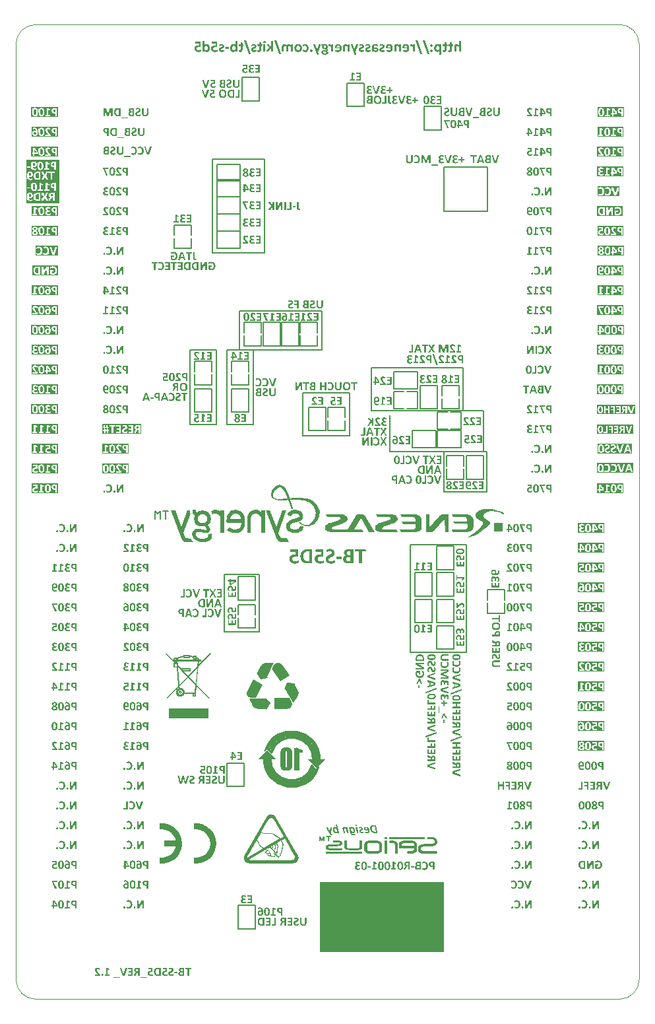
<source format=gbo>
G04*
G04 #@! TF.GenerationSoftware,Altium Limited,Altium Designer,20.0.9 (164)*
G04*
G04 Layer_Color=32896*
%FSLAX24Y24*%
%MOIN*%
G70*
G01*
G75*
%ADD11C,0.0071*%
%ADD15C,0.0039*%
%ADD163C,0.0050*%
%ADD164C,0.0110*%
%ADD165C,0.0066*%
%ADD166C,0.0176*%
%ADD167C,0.0055*%
%ADD168C,0.0073*%
%ADD169R,0.0265X0.0959*%
%ADD170R,0.0265X0.0827*%
%ADD171R,0.0265X0.0827*%
%ADD172R,0.0441X0.0121*%
%ADD173R,0.0132X0.0220*%
%ADD174R,0.6299X0.3543*%
G36*
X23941Y24745D02*
X24057Y24733D01*
X24193Y24712D01*
X24278Y24694D01*
X24386Y24664D01*
X24448Y24642D01*
X24505Y24621D01*
X24556Y24599D01*
X24609Y24569D01*
X24640Y24543D01*
X24645Y24536D01*
X24646Y24482D01*
X24639Y24479D01*
X24599Y24501D01*
X24555Y24525D01*
X24513Y24546D01*
X24470Y24567D01*
X24418Y24588D01*
X24334Y24606D01*
X24210Y24629D01*
X24101Y24637D01*
X23967Y24635D01*
X23846Y24620D01*
X23771Y24591D01*
X23720Y24559D01*
X23690Y24540D01*
X23668Y24518D01*
X23655Y24489D01*
X23638Y24452D01*
X23628Y24411D01*
X23636Y24381D01*
X23666Y24324D01*
X23705Y24278D01*
X23752Y24240D01*
X23807Y24198D01*
X23864Y24167D01*
X23899Y24145D01*
X23937Y24125D01*
X23951Y24111D01*
X23957Y24104D01*
X23959Y24082D01*
X23958Y24059D01*
X23954Y24032D01*
X23947Y24013D01*
X23887Y23941D01*
X23814Y23861D01*
X23632Y23701D01*
X23464Y23584D01*
X23313Y23496D01*
X23176Y23426D01*
X23077Y23381D01*
X22972Y23340D01*
X22884Y23312D01*
X22869Y23307D01*
X22801D01*
X22804Y23314D01*
X22813Y23322D01*
X22853Y23342D01*
X22920Y23383D01*
X22973Y23417D01*
X23057Y23472D01*
X23136Y23530D01*
X23221Y23602D01*
X23291Y23665D01*
X23361Y23726D01*
X23412Y23777D01*
X23444Y23818D01*
X23476Y23849D01*
X23498Y23881D01*
X23520Y23903D01*
X23538Y23929D01*
X23558Y23955D01*
X23582Y23993D01*
X23591Y24024D01*
X23596Y24048D01*
X23592Y24069D01*
X23583Y24099D01*
X23563Y24112D01*
X23541Y24123D01*
X23516Y24136D01*
X23492Y24150D01*
X23455Y24169D01*
X23422Y24187D01*
X23387Y24210D01*
X23349Y24241D01*
X23323Y24265D01*
X23293Y24293D01*
X23269Y24326D01*
X23251Y24355D01*
X23241Y24388D01*
X23239Y24457D01*
X23241Y24511D01*
X23248Y24536D01*
X23271Y24572D01*
X23293Y24598D01*
X23335Y24630D01*
X23365Y24650D01*
X23407Y24671D01*
X23467Y24692D01*
X23538Y24714D01*
X23642Y24734D01*
X23751Y24745D01*
X23941Y24745D01*
D02*
G37*
G36*
X21376Y24384D02*
D01*
X21376Y24384D01*
X21376Y24384D01*
D02*
G37*
G36*
X21376Y24384D02*
X21376Y24384D01*
X21376Y24384D01*
X21376Y24384D01*
X21376Y24384D01*
X21376Y24384D01*
X21376Y24384D01*
X21376Y24384D01*
D02*
G37*
G36*
X21331Y24332D02*
D01*
X21331Y24332D01*
X21331Y24332D01*
D02*
G37*
G36*
X22787Y24479D02*
X22853Y24469D01*
X22894Y24459D01*
X22955Y24436D01*
X22996Y24413D01*
X23032Y24385D01*
X23059Y24355D01*
X23085Y24315D01*
X23104Y24275D01*
X23114Y24236D01*
X23116Y24192D01*
X23115Y23865D01*
X23112Y23867D01*
X23112Y23865D01*
X23111Y23840D01*
X23100Y23798D01*
X23082Y23758D01*
X23063Y23723D01*
X23024Y23680D01*
X22986Y23648D01*
X22942Y23628D01*
X22884Y23608D01*
X22823Y23597D01*
X22070Y23598D01*
X22019Y23699D01*
X22578D01*
Y23699D01*
X22578Y23699D01*
X22578Y23699D01*
X22578D01*
X22578D01*
X22578D01*
X22578Y23699D01*
X22578Y23699D01*
X22578D01*
X22578Y23699D01*
X22578Y23699D01*
X22578Y23699D01*
X22578Y23699D01*
X22578Y23699D01*
X22578Y23699D01*
X22578Y23699D01*
X22668Y23711D01*
X22668Y23711D01*
Y23711D01*
X22669Y23711D01*
X22669Y23711D01*
X22669Y23711D01*
X22704Y23722D01*
X22704Y23722D01*
X22704Y23722D01*
X22704Y23722D01*
X22704Y23722D01*
X22704Y23722D01*
X22704Y23722D01*
X22704Y23722D01*
X22737Y23734D01*
X22737D01*
X22738Y23735D01*
X22762Y23756D01*
X22762Y23756D01*
X22785Y23781D01*
Y23781D01*
X22785Y23782D01*
X22785Y23782D01*
X22801Y23813D01*
X22801Y23813D01*
X22801Y23813D01*
D01*
X22801Y23813D01*
Y23813D01*
X22801Y23813D01*
X22801Y23813D01*
X22801Y23813D01*
X22801Y23813D01*
X22801Y23813D01*
X22801Y23814D01*
X22811Y23861D01*
Y23861D01*
X22811Y23862D01*
X22811Y23985D01*
X22811D01*
X22811Y23986D01*
X22810Y23994D01*
X22810Y23994D01*
X22808Y23997D01*
X22808Y23997D01*
X22808Y23997D01*
D01*
X22808Y23997D01*
X22808Y23997D01*
X22808Y23997D01*
X22799Y23999D01*
X22799D01*
X22799Y23999D01*
X22799D01*
X22799D01*
X22799Y23999D01*
X22799Y23999D01*
X22799Y23999D01*
X22159Y24000D01*
X22104Y24105D01*
X22808Y24105D01*
X22810Y24107D01*
X22808Y24108D01*
X22808Y24183D01*
X22803Y24210D01*
X22791Y24263D01*
X22773Y24297D01*
X22753Y24319D01*
X22714Y24341D01*
X22677Y24354D01*
X22619Y24364D01*
X22088Y24365D01*
X22031Y24479D01*
X22787Y24479D01*
D02*
G37*
G36*
X9107Y24700D02*
Y24641D01*
X9112Y24615D01*
X9122Y24595D01*
X9134Y24582D01*
X9142D01*
X9164Y24598D01*
X9199Y24621D01*
X9238Y24640D01*
X9281Y24656D01*
X9385Y24670D01*
X9461Y24670D01*
X9529Y24660D01*
X9607Y24637D01*
X9670Y24609D01*
X9720Y24573D01*
X9765Y24527D01*
X9800Y24470D01*
X9826Y24407D01*
X9840Y24334D01*
X9842Y24269D01*
X9842Y24210D01*
X9830Y24157D01*
X9813Y24091D01*
X9795Y24046D01*
X9771Y24014D01*
X9745Y23986D01*
X9728Y23968D01*
X9708Y23955D01*
X9706Y23957D01*
X9706Y23957D01*
X9706Y23957D01*
X9706Y23957D01*
X9706Y23957D01*
X9706Y23957D01*
X9706Y23957D01*
X9699Y23949D01*
X9699Y23949D01*
X9699Y23948D01*
X9699Y23947D01*
X9699Y23947D01*
X9699Y23947D01*
Y23947D01*
Y23947D01*
D01*
X9699Y23947D01*
X9699Y23947D01*
X9699Y23947D01*
X9699Y23947D01*
X9699Y23947D01*
X9699D01*
X9699Y23947D01*
X9699Y23947D01*
X9701Y23938D01*
X9701Y23938D01*
X9702Y23937D01*
Y23937D01*
X9702Y23937D01*
X9702Y23936D01*
Y23936D01*
X9708Y23931D01*
X9736Y23905D01*
X9758Y23880D01*
X9775Y23855D01*
X9797Y23813D01*
X9808Y23772D01*
X9812Y23737D01*
X9810Y23702D01*
X9788Y23647D01*
X9763Y23605D01*
X9728Y23577D01*
X9700Y23556D01*
X9649Y23546D01*
X9594Y23542D01*
X9566Y23541D01*
X9566D01*
X9566Y23541D01*
X9566Y23541D01*
X9525D01*
X9485Y23545D01*
X9444Y23557D01*
X9444Y23557D01*
X9381Y23571D01*
X9381Y23571D01*
Y23571D01*
X9327Y23583D01*
X9327Y23583D01*
X9327Y23583D01*
Y23583D01*
X9281Y23591D01*
X9281Y23591D01*
X9281Y23591D01*
X9246Y23595D01*
X9246Y23595D01*
X9246D01*
X9246Y23595D01*
X9246Y23595D01*
X9246Y23595D01*
X9246Y23595D01*
X9246Y23595D01*
X9246Y23595D01*
X9246Y23595D01*
X9246Y23595D01*
X9245Y23595D01*
Y23595D01*
X9208Y23595D01*
X9208Y23595D01*
X9208D01*
X9164Y23587D01*
X9164Y23587D01*
X9164D01*
X9133Y23577D01*
X9133Y23576D01*
Y23576D01*
X9110Y23559D01*
X9109Y23559D01*
X9109Y23559D01*
X9109Y23559D01*
X9109Y23559D01*
X9109D01*
X9090Y23533D01*
X9090Y23533D01*
X9090Y23533D01*
X9090Y23533D01*
Y23533D01*
X9090Y23533D01*
X9090Y23533D01*
X9090Y23533D01*
X9090Y23533D01*
X9090Y23532D01*
X9090Y23532D01*
X9090Y23532D01*
X9090Y23532D01*
X9090Y23532D01*
X9090Y23533D01*
X9090Y23533D01*
X9090Y23533D01*
X9090Y23533D01*
X9090Y23533D01*
X9090Y23533D01*
X9090Y23533D01*
X9090Y23533D01*
X9090Y23533D01*
X9090Y23532D01*
X9090Y23532D01*
X9090Y23532D01*
X9090Y23532D01*
X9090Y23532D01*
X9085Y23506D01*
X9085Y23506D01*
X9085Y23505D01*
X9085Y23505D01*
Y23505D01*
X9086Y23474D01*
Y23474D01*
X9086Y23474D01*
X9086Y23474D01*
X9086Y23474D01*
Y23474D01*
Y23474D01*
Y23474D01*
X9086D01*
X9086Y23474D01*
X9086Y23473D01*
X9086D01*
X9094Y23429D01*
X9094Y23428D01*
X9094D01*
X9116Y23392D01*
X9116Y23392D01*
X9116Y23392D01*
X9150Y23355D01*
X9151Y23355D01*
X9151Y23355D01*
X9151Y23355D01*
X9151Y23355D01*
X9151Y23355D01*
X9151Y23355D01*
X9151Y23355D01*
X9151Y23355D01*
X9151Y23355D01*
X9151Y23355D01*
D01*
X9151Y23355D01*
X9151Y23355D01*
X9151Y23355D01*
Y23355D01*
X9187Y23324D01*
X9187Y23324D01*
X9187Y23324D01*
X9187Y23324D01*
X9187Y23324D01*
X9187Y23324D01*
X9187Y23324D01*
X9187Y23324D01*
X9233Y23296D01*
X9233Y23296D01*
X9234Y23296D01*
X9234D01*
X9285Y23277D01*
X9285Y23277D01*
X9285Y23277D01*
X9324Y23264D01*
X9325Y23264D01*
X9325Y23264D01*
Y23264D01*
X9325Y23264D01*
X9325Y23264D01*
X9372Y23254D01*
X9372Y23254D01*
X9372Y23254D01*
Y23254D01*
X9448Y23253D01*
X9449Y23253D01*
X9449D01*
X9517Y23256D01*
X9518Y23256D01*
X9518Y23256D01*
X9518Y23256D01*
X9573Y23267D01*
X9573Y23267D01*
X9573Y23267D01*
X9573Y23267D01*
X9616Y23279D01*
X9617Y23279D01*
X9617Y23279D01*
X9617Y23279D01*
X9657Y23301D01*
X9657Y23301D01*
Y23301D01*
X9657Y23301D01*
X9658Y23301D01*
Y23301D01*
X9686Y23328D01*
X9686Y23329D01*
X9686Y23329D01*
Y23329D01*
X9686Y23329D01*
X9686Y23329D01*
X9686Y23329D01*
X9686Y23329D01*
D01*
X9686Y23329D01*
X9686Y23329D01*
X9686Y23329D01*
X9701Y23357D01*
X9701Y23357D01*
X9702Y23357D01*
X9702Y23357D01*
X9702Y23357D01*
X9713Y23404D01*
X9713Y23404D01*
Y23404D01*
X9713Y23404D01*
X9713Y23404D01*
Y23404D01*
X9713Y23404D01*
X9713Y23404D01*
X9713Y23405D01*
X9705Y23454D01*
X9871Y23512D01*
X9877Y23504D01*
X9884Y23483D01*
X9891Y23442D01*
X9895Y23395D01*
X9894Y23342D01*
X9879Y23298D01*
X9857Y23254D01*
X9826Y23213D01*
X9787Y23179D01*
X9745Y23155D01*
X9745Y23155D01*
X9704Y23132D01*
X9652Y23115D01*
X9585Y23094D01*
X9501Y23085D01*
X9501D01*
X9501Y23085D01*
X9501Y23085D01*
X9431D01*
X9368Y23086D01*
X9299Y23097D01*
X9243Y23112D01*
X9174Y23139D01*
X9096Y23179D01*
X9042Y23216D01*
X8999Y23257D01*
X8964Y23298D01*
X8944Y23331D01*
X8925Y23369D01*
X8914Y23404D01*
X8905Y23456D01*
X8903Y23495D01*
X8905Y23528D01*
X8911Y23573D01*
X8925Y23614D01*
X8945Y23649D01*
X8981Y23680D01*
X9025Y23713D01*
X9063Y23735D01*
X9099Y23748D01*
X9139Y23758D01*
X9209Y23758D01*
X9286Y23755D01*
X9338Y23746D01*
X9392Y23731D01*
X9392Y23731D01*
X9392Y23731D01*
X9392Y23731D01*
X9392Y23731D01*
X9392Y23731D01*
X9453Y23717D01*
X9453Y23717D01*
X9453Y23717D01*
X9453Y23717D01*
X9453D01*
X9453Y23717D01*
X9453Y23717D01*
X9453Y23717D01*
X9453Y23717D01*
D01*
X9453Y23717D01*
X9453Y23717D01*
X9453Y23717D01*
X9453Y23717D01*
X9453Y23717D01*
X9453Y23717D01*
X9453Y23717D01*
X9453Y23717D01*
X9526Y23703D01*
X9526Y23703D01*
X9526D01*
X9561Y23697D01*
X9561Y23697D01*
X9587Y23696D01*
X9588Y23696D01*
X9588Y23696D01*
X9614Y23701D01*
X9615Y23701D01*
X9615Y23701D01*
X9615Y23701D01*
X9615Y23701D01*
Y23701D01*
X9615Y23701D01*
X9615D01*
X9615Y23701D01*
D01*
X9615Y23701D01*
X9615D01*
X9628Y23711D01*
X9628Y23711D01*
X9629Y23713D01*
X9633Y23738D01*
X9633Y23739D01*
X9633D01*
X9633Y23739D01*
X9633Y23759D01*
X9633Y23759D01*
X9632Y23760D01*
Y23760D01*
X9626Y23789D01*
X9626Y23790D01*
X9598Y23827D01*
X9598Y23827D01*
Y23827D01*
X9576Y23853D01*
X9576Y23853D01*
X9576D01*
X9542Y23885D01*
X9540Y23886D01*
X9540Y23886D01*
X9481Y23882D01*
X9481Y23879D01*
X9418Y23874D01*
X9372Y23877D01*
X9314Y23882D01*
X9257Y23892D01*
X9200Y23916D01*
X9117Y23961D01*
X9064Y24023D01*
X9032Y24080D01*
X9012Y24146D01*
X9006Y24234D01*
X9005Y24292D01*
X9013Y24359D01*
X9020Y24406D01*
X9034Y24434D01*
X9022Y24442D01*
X9004Y24456D01*
X8988Y24469D01*
X8966Y24492D01*
X8953Y24515D01*
X8939Y24542D01*
X8929Y24577D01*
X8920Y24618D01*
X8919Y24664D01*
X8918Y24700D01*
X9107Y24700D01*
D02*
G37*
G36*
X13361Y25972D02*
X13403Y25961D01*
X13437Y25949D01*
X13474Y25930D01*
X13519Y25896D01*
X13577Y25835D01*
X13618Y25778D01*
X13657Y25717D01*
X13690Y25659D01*
X13719Y25599D01*
X13749Y25522D01*
X13779Y25440D01*
X13809Y25359D01*
X13836Y25291D01*
X14001Y25312D01*
X14181Y25323D01*
X14299Y25322D01*
X14470Y25313D01*
X14626Y25294D01*
X14715Y25272D01*
X14811Y25242D01*
X14883Y25211D01*
X14947Y25181D01*
X15011Y25141D01*
X15073Y25098D01*
X15120Y25062D01*
X15149Y25032D01*
X15188Y24989D01*
X15229Y24938D01*
X15271Y24864D01*
X15301Y24804D01*
X15334Y24709D01*
X15344Y24643D01*
X15347Y24549D01*
X15341Y24461D01*
X15333Y24394D01*
X15301Y24304D01*
X15262Y24223D01*
X15200Y24134D01*
X15133Y24061D01*
X15087Y24017D01*
X15043Y23984D01*
X14975Y23943D01*
X14902Y23913D01*
X14821Y23891D01*
X14753Y23883D01*
X14689D01*
X14618Y23892D01*
X14568Y23902D01*
X14486Y23933D01*
X14443Y23953D01*
X14408Y23973D01*
X14360Y24006D01*
X14316Y24041D01*
X14290Y24068D01*
X14372Y24068D01*
X14413Y24037D01*
X14448Y24013D01*
X14491Y23990D01*
X14538Y23969D01*
X14610Y23948D01*
X14676Y23944D01*
X14745Y23952D01*
X14787Y23965D01*
X14856Y23996D01*
X14907Y24034D01*
X14957Y24085D01*
X14998Y24135D01*
X15037Y24187D01*
X15070Y24243D01*
X15095Y24294D01*
X15119Y24378D01*
X15136Y24483D01*
X15144Y24550D01*
X15136Y24604D01*
X15126Y24673D01*
X15100Y24763D01*
X15074Y24826D01*
X15044Y24886D01*
X15004Y24940D01*
X14954Y24989D01*
X14897Y25033D01*
X14827Y25075D01*
X14758Y25109D01*
X14661Y25143D01*
X14582Y25166D01*
X14449Y25186D01*
X14328Y25201D01*
X14219Y25207D01*
X14099Y25213D01*
X14008Y25210D01*
X13862Y25205D01*
X13996Y24769D01*
X13997Y24744D01*
X13922Y24745D01*
X13781Y25141D01*
X13761Y25193D01*
X13755Y25208D01*
X13735D01*
X13711Y25203D01*
X13660Y25197D01*
X13413Y25195D01*
X13265Y25197D01*
X13210Y25204D01*
X13129Y25220D01*
X13060Y25244D01*
X13000Y25277D01*
X12959Y25312D01*
X12919Y25357D01*
X12897Y25415D01*
X12893Y25490D01*
X12896Y25552D01*
X12912Y25616D01*
X12937Y25681D01*
X12972Y25738D01*
X13012Y25798D01*
X13070Y25860D01*
X13107Y25889D01*
X13150Y25921D01*
X13192Y25941D01*
X13252Y25965D01*
X13298Y25973D01*
X13361Y25972D01*
D02*
G37*
G36*
X8787Y24687D02*
X8787Y24646D01*
X8788Y24606D01*
X8794Y24574D01*
X8801Y24551D01*
X8813Y24529D01*
X8464Y23554D01*
X8567Y23321D01*
X8575Y23311D01*
X8589Y23296D01*
X8601Y23283D01*
X8614Y23275D01*
X8626Y23269D01*
X8640Y23269D01*
X8850Y23260D01*
X8856Y23244D01*
X8870Y23216D01*
X8899Y23177D01*
X8933Y23139D01*
X8975Y23097D01*
X9003Y23071D01*
X8596Y23072D01*
X8563Y23076D01*
X8536Y23083D01*
X8509Y23094D01*
X8484Y23109D01*
X8466Y23124D01*
X8450Y23139D01*
X8435Y23156D01*
X8418Y23184D01*
X8396Y23229D01*
X8366Y23295D01*
X7840Y24686D01*
X8048Y24686D01*
X8357Y23839D01*
X8660Y24687D01*
X8787Y24687D01*
D02*
G37*
G36*
X22704Y23722D02*
X22704Y23722D01*
Y23722D01*
X22704Y23722D01*
X22704Y23722D01*
D02*
G37*
G36*
X11135Y24700D02*
X11219Y24688D01*
X11333Y24651D01*
X11400Y24603D01*
X11448Y24551D01*
X11497Y24483D01*
X11528Y24418D01*
X11547Y24361D01*
X11566Y24260D01*
X11573Y24176D01*
X11574Y24103D01*
X11573Y23995D01*
X11550Y23884D01*
X11529Y23815D01*
X11497Y23752D01*
X11456Y23690D01*
X11404Y23636D01*
X11336Y23591D01*
X11266Y23564D01*
X11184Y23544D01*
X11067Y23536D01*
X10952Y23544D01*
X10874Y23567D01*
X10799Y23599D01*
X10751Y23632D01*
X10701Y23677D01*
X10655Y23725D01*
X10785Y23858D01*
X10818Y23824D01*
X10864Y23785D01*
X10924Y23751D01*
X10983Y23731D01*
X11040Y23720D01*
X11107Y23719D01*
X11179Y23735D01*
X11236Y23755D01*
X11279Y23786D01*
X11323Y23830D01*
X11343Y23871D01*
X11371Y23941D01*
X11384Y23998D01*
X11385Y24047D01*
X10645D01*
X10640Y24151D01*
X10645Y24262D01*
X10662Y24363D01*
X10693Y24451D01*
X10727Y24520D01*
X10784Y24592D01*
X10836Y24637D01*
X10897Y24668D01*
X10983Y24693D01*
X11057Y24700D01*
X11135Y24700D01*
D02*
G37*
G36*
X17494Y24480D02*
X17520Y24476D01*
X17550Y24467D01*
X17570Y24461D01*
X17599Y24443D01*
X17624Y24427D01*
X17644Y24411D01*
X17662Y24390D01*
X17698Y24332D01*
X18138Y23593D01*
X17840D01*
X17447Y24271D01*
X17434Y24274D01*
X17422Y24271D01*
X17108Y23710D01*
X17495Y23708D01*
X17552Y23591D01*
X15894D01*
X15812Y23606D01*
X15769Y23622D01*
X15721Y23643D01*
X15703Y23648D01*
X15683Y23666D01*
X15659Y23681D01*
X15638Y23703D01*
X15629Y23720D01*
X15619Y23748D01*
X15610Y23780D01*
X15610Y23835D01*
X15620Y23871D01*
X15638Y23902D01*
X15665Y23936D01*
X15695Y23959D01*
X15729Y23984D01*
X15769Y24007D01*
X15834Y24038D01*
X15891Y24058D01*
X15983Y24087D01*
X16284Y24189D01*
X16331Y24209D01*
X16367Y24230D01*
X16386Y24248D01*
X16395Y24259D01*
X16401Y24272D01*
X16400Y24299D01*
X16394Y24311D01*
X16383Y24322D01*
X16369Y24334D01*
X16345Y24344D01*
X16319Y24354D01*
X16296Y24357D01*
X16259Y24364D01*
X15731Y24365D01*
X15674Y24479D01*
X16463Y24479D01*
X16536Y24468D01*
X16584Y24457D01*
X16631Y24437D01*
X16668Y24418D01*
X16698Y24393D01*
X16721Y24368D01*
X16740Y24337D01*
X16749Y24314D01*
X16748Y24220D01*
Y24210D01*
X16737Y24182D01*
X16723Y24158D01*
X16699Y24133D01*
X16680Y24110D01*
X16631Y24077D01*
X16567Y24044D01*
X16506Y24016D01*
X16028Y23851D01*
X16001Y23840D01*
X15975Y23821D01*
X15964Y23808D01*
X15958Y23793D01*
X15962Y23774D01*
X15972Y23751D01*
X15986Y23739D01*
X16001Y23726D01*
X16034Y23716D01*
X16068Y23709D01*
X16752Y23708D01*
X17237Y24480D01*
X17494Y24480D01*
D02*
G37*
G36*
X20181Y24478D02*
X20241Y24470D01*
X20285Y24459D01*
X20325Y24448D01*
X20367Y24426D01*
X20395Y24407D01*
X20421Y24383D01*
X20444Y24357D01*
X20464Y24326D01*
X20487Y24280D01*
X20497Y24235D01*
Y23832D01*
X20476Y23765D01*
X20457Y23731D01*
X20430Y23696D01*
X20395Y23660D01*
X20347Y23631D01*
X20290Y23611D01*
X20236Y23597D01*
X20167Y23592D01*
X19467Y23594D01*
X19395Y23703D01*
X19976Y23702D01*
X20022Y23707D01*
X20066Y23714D01*
X20092Y23721D01*
X20113Y23733D01*
X20136Y23744D01*
X20150Y23756D01*
X20162Y23772D01*
X20176Y23793D01*
X20179Y23808D01*
Y23996D01*
X19553Y23995D01*
X19477Y24108D01*
X20178Y24108D01*
X20177Y24257D01*
X20175Y24273D01*
X20163Y24290D01*
X20152Y24301D01*
X20136Y24320D01*
X20107Y24339D01*
X20086Y24349D01*
X20052Y24357D01*
X20017Y24365D01*
X19482D01*
X19410Y24479D01*
X20167Y24479D01*
X20181Y24478D01*
D02*
G37*
G36*
X21121Y23636D02*
D01*
X21121Y23636D01*
X21121Y23636D01*
X21121Y23636D01*
D02*
G37*
G36*
X24585Y23616D02*
X24153D01*
X24153Y24048D01*
X24585Y24048D01*
Y23616D01*
D02*
G37*
G36*
X21075Y23606D02*
X21075Y23606D01*
X21075Y23606D01*
Y23606D01*
D02*
G37*
G36*
X19044Y24470D02*
X19083Y24463D01*
X19124Y24450D01*
X19167Y24433D01*
X19210Y24412D01*
X19238Y24384D01*
X19262Y24353D01*
X19277Y24320D01*
X19286Y24293D01*
X19286Y24230D01*
X19279Y24197D01*
X19263Y24172D01*
X19238Y24141D01*
X19208Y24112D01*
X19151Y24069D01*
X19109Y24047D01*
X19061Y24027D01*
X19003Y24006D01*
X18939Y23984D01*
X18870Y23963D01*
X18806Y23942D01*
X18756Y23924D01*
X18720Y23913D01*
X18659Y23893D01*
X18611Y23873D01*
X18573Y23861D01*
X18542Y23842D01*
X18512Y23824D01*
X18496Y23796D01*
Y23773D01*
X18504Y23750D01*
X18521Y23735D01*
X18541Y23723D01*
X18575Y23713D01*
X18609Y23709D01*
X19238D01*
X19300Y23593D01*
X18447Y23593D01*
X18390Y23597D01*
X18338Y23607D01*
X18301Y23617D01*
X18260Y23633D01*
X18220Y23657D01*
X18189Y23684D01*
X18173Y23703D01*
X18160Y23726D01*
X18147Y23767D01*
X18145Y23817D01*
X18147Y23852D01*
X18155Y23881D01*
X18169Y23905D01*
X18198Y23935D01*
X18221Y23956D01*
X18256Y23981D01*
X18304Y24008D01*
X18350Y24033D01*
X18407Y24056D01*
X18835Y24198D01*
X18887Y24220D01*
X18919Y24241D01*
X18934Y24256D01*
X18936Y24283D01*
X18930Y24306D01*
X18917Y24323D01*
X18904Y24336D01*
X18887Y24346D01*
X18838Y24356D01*
X18788Y24364D01*
X18257Y24365D01*
X18199Y24479D01*
X18983Y24480D01*
X19044Y24470D01*
D02*
G37*
G36*
X20718Y24484D02*
X20718Y24484D01*
X20885Y24483D01*
X20886Y24483D01*
X20887Y24483D01*
X20888Y24482D01*
X20888Y24481D01*
Y24480D01*
X20888D01*
X20888Y23812D01*
X20891Y23808D01*
X20895Y23810D01*
X21331Y24332D01*
X21331Y24332D01*
X21331Y24332D01*
X21331Y24332D01*
X21331Y24332D01*
X21331Y24332D01*
X21331D01*
X21331Y24332D01*
X21331Y24332D01*
X21376Y24384D01*
X21376Y24384D01*
X21376Y24384D01*
X21376Y24384D01*
X21376Y24384D01*
X21376Y24384D01*
X21376D01*
X21407Y24415D01*
X21408Y24415D01*
X21408Y24415D01*
X21408Y24415D01*
X21408Y24416D01*
X21408Y24416D01*
X21408Y24416D01*
X21426Y24428D01*
X21426Y24428D01*
X21426Y24428D01*
X21426Y24428D01*
X21426Y24428D01*
X21426Y24428D01*
D01*
X21426Y24428D01*
X21426Y24428D01*
X21426Y24428D01*
X21426D01*
X21426Y24428D01*
X21426Y24428D01*
X21426Y24428D01*
Y24428D01*
X21426Y24428D01*
X21426Y24428D01*
X21456Y24447D01*
X21456Y24447D01*
X21456Y24447D01*
X21456Y24447D01*
X21456Y24447D01*
X21456Y24447D01*
X21456D01*
X21456Y24447D01*
X21456Y24447D01*
D01*
X21456Y24447D01*
X21456Y24447D01*
X21456Y24447D01*
X21456Y24447D01*
X21456Y24447D01*
X21480Y24459D01*
X21480Y24459D01*
X21480Y24459D01*
X21480Y24459D01*
X21480Y24459D01*
X21480Y24459D01*
X21480D01*
X21480Y24459D01*
X21506Y24473D01*
X21506Y24473D01*
X21506Y24473D01*
X21507Y24473D01*
X21507Y24473D01*
X21507Y24473D01*
X21507Y24473D01*
X21507Y24473D01*
X21507D01*
X21507Y24473D01*
X21507Y24473D01*
X21507Y24473D01*
X21507Y24473D01*
X21507Y24473D01*
X21507Y24473D01*
X21507Y24473D01*
X21507Y24473D01*
X21507D01*
X21507D01*
X21507Y24473D01*
X21506Y24473D01*
X21507Y24473D01*
X21507Y24473D01*
X21561Y24483D01*
X21561Y24483D01*
X21561Y24483D01*
X21561Y24483D01*
X21561Y24483D01*
X21561Y24483D01*
X21561Y24483D01*
X21561Y24483D01*
X21561Y24483D01*
X21561Y24483D01*
X21561Y24483D01*
X21561Y24483D01*
X21561Y24483D01*
X21561Y24483D01*
X21561D01*
X21844Y24483D01*
X21845Y24483D01*
X21846Y24482D01*
X21846Y24481D01*
X21847Y24480D01*
X21847Y24480D01*
X21847Y24480D01*
X21845Y23594D01*
Y23593D01*
X21845Y23592D01*
X21844Y23592D01*
X21843Y23591D01*
X21843Y23591D01*
Y23591D01*
X21678Y23590D01*
X21678Y23590D01*
X21677Y23591D01*
X21676Y23591D01*
X21676Y23592D01*
Y23593D01*
Y23593D01*
X21675Y24259D01*
X21659D01*
X21167Y23687D01*
X21167Y23687D01*
X21167Y23687D01*
X21167Y23687D01*
X21167Y23687D01*
X21167Y23687D01*
Y23687D01*
X21167Y23686D01*
X21121Y23637D01*
X21121Y23637D01*
X21121Y23637D01*
X21121Y23637D01*
X21121Y23637D01*
X21121Y23636D01*
X21121Y23636D01*
X21121Y23636D01*
X21121Y23636D01*
X21121Y23636D01*
X21121Y23636D01*
X21121Y23636D01*
X21121Y23636D01*
X21121D01*
X21075Y23606D01*
X21075Y23606D01*
X21075Y23606D01*
X21075Y23606D01*
X21075Y23606D01*
X21075Y23606D01*
X21075Y23606D01*
X21075Y23606D01*
X21075Y23606D01*
X21075Y23606D01*
Y23606D01*
X21045Y23594D01*
X21045Y23594D01*
X21045Y23594D01*
X21045Y23593D01*
X21044Y23593D01*
X21044Y23593D01*
Y23593D01*
X21003Y23589D01*
X21003Y23589D01*
X21002Y23589D01*
X21002Y23589D01*
X21002Y23589D01*
X21002Y23589D01*
X20720Y23590D01*
X20719Y23590D01*
X20718Y23590D01*
X20718Y23591D01*
X20717Y23592D01*
X20717Y23593D01*
X20717Y23593D01*
X20715Y24481D01*
Y24481D01*
Y24482D01*
X20716Y24483D01*
X20717Y24484D01*
X20718Y24484D01*
X20718Y24484D01*
D02*
G37*
G36*
X10154Y24703D02*
X10201Y24693D01*
X10236Y24681D01*
X10281Y24660D01*
X10330Y24625D01*
X10330Y24692D01*
X10517Y24692D01*
X10515Y23554D01*
X10329Y23553D01*
Y24324D01*
X10314Y24382D01*
X10286Y24428D01*
X10240Y24468D01*
X10187Y24497D01*
X10142Y24509D01*
X10081Y24518D01*
X10044Y24510D01*
X9987Y24499D01*
X9933Y24474D01*
X9851Y24640D01*
X9879Y24661D01*
X9910Y24678D01*
X9948Y24690D01*
X9992Y24703D01*
X10041Y24706D01*
X10094Y24708D01*
X10154Y24703D01*
D02*
G37*
G36*
X12202Y24699D02*
X12251Y24687D01*
X12294Y24672D01*
X12335Y24649D01*
X12375Y24619D01*
X12393Y24599D01*
X12393Y24688D01*
X12588D01*
X12590Y23553D01*
X12395Y23552D01*
X12394Y24298D01*
X12384Y24333D01*
X12374Y24359D01*
X12357Y24393D01*
X12332Y24426D01*
X12306Y24454D01*
X12272Y24476D01*
X12235Y24496D01*
X12201Y24506D01*
X12145Y24509D01*
X12097Y24508D01*
X12048Y24501D01*
X12003Y24487D01*
X11966Y24470D01*
X11936Y24444D01*
X11907Y24407D01*
X11887Y24360D01*
X11872Y24297D01*
X11870Y24250D01*
Y23552D01*
X11685D01*
X11684Y24258D01*
X11685Y24307D01*
X11694Y24363D01*
X11711Y24434D01*
X11727Y24482D01*
X11755Y24531D01*
X11796Y24586D01*
X11834Y24620D01*
X11884Y24651D01*
X11929Y24671D01*
X11999Y24693D01*
X12059Y24704D01*
X12129Y24706D01*
X12202Y24699D01*
D02*
G37*
G36*
X14194Y24706D02*
X14238Y24696D01*
X14296Y24682D01*
X14335Y24663D01*
X14377Y24640D01*
X14413Y24613D01*
X14446Y24581D01*
X14468Y24550D01*
X14483Y24515D01*
X14497Y24482D01*
X14505Y24397D01*
X14503Y24343D01*
X14492Y24298D01*
X14475Y24257D01*
X14447Y24220D01*
X14415Y24191D01*
X14369Y24158D01*
X14335Y24139D01*
X14306Y24132D01*
X14030Y24052D01*
X13975Y24037D01*
X13940Y24020D01*
X13915Y24007D01*
X13886Y23982D01*
X13866Y23961D01*
X13853Y23937D01*
X13843Y23888D01*
X13853Y23833D01*
X13871Y23802D01*
X13904Y23773D01*
X13940Y23752D01*
X13983Y23740D01*
X14036Y23730D01*
X14096Y23728D01*
X14169Y23730D01*
X14214Y23741D01*
X14250Y23760D01*
X14282Y23781D01*
X14306Y23809D01*
X14322Y23835D01*
X14340Y23865D01*
X14351Y23894D01*
X14361Y23898D01*
X14539Y23867D01*
X14538Y23838D01*
X14529Y23809D01*
X14508Y23768D01*
X14477Y23715D01*
X14443Y23667D01*
X14397Y23629D01*
X14354Y23601D01*
X14306Y23576D01*
X14273Y23565D01*
X14234Y23555D01*
X14172Y23545D01*
X14084Y23543D01*
X13989Y23545D01*
X13945Y23555D01*
X13892Y23570D01*
X13831Y23599D01*
X13788Y23626D01*
X13752Y23659D01*
X13718Y23692D01*
X13694Y23726D01*
X13671Y23768D01*
X13656Y23823D01*
X13652Y23889D01*
X13657Y23964D01*
X13674Y24015D01*
X13693Y24059D01*
X13718Y24095D01*
X13753Y24132D01*
X13803Y24163D01*
X13850Y24188D01*
X13883Y24199D01*
X14171Y24284D01*
X14214Y24300D01*
X14251Y24316D01*
X14274Y24334D01*
X14303Y24364D01*
X14314Y24396D01*
X14312Y24430D01*
X14298Y24452D01*
X14278Y24475D01*
X14254Y24489D01*
X14221Y24505D01*
X14175Y24513D01*
X14128Y24518D01*
X14070Y24517D01*
X14031Y24509D01*
X14002Y24500D01*
X13976Y24489D01*
X13947Y24474D01*
X13918Y24450D01*
X13895Y24427D01*
X13882Y24409D01*
X13869Y24388D01*
X13694Y24472D01*
X13710Y24505D01*
X13725Y24531D01*
X13751Y24567D01*
X13789Y24604D01*
X13825Y24628D01*
X13872Y24658D01*
X13925Y24682D01*
X13969Y24694D01*
X14026Y24705D01*
X14105Y24709D01*
X14194Y24706D01*
D02*
G37*
G36*
X9686Y23329D02*
X9686Y23329D01*
X9686Y23329D01*
X9686Y23329D01*
Y23329D01*
D02*
G37*
G36*
X12839Y24688D02*
X13149Y23841D01*
X13451Y24688D01*
X13665Y24687D01*
X13257Y23560D01*
X13267Y23529D01*
X13353Y23341D01*
X13376Y23307D01*
X13398Y23285D01*
X13425Y23275D01*
X13466Y23269D01*
X13677Y23268D01*
X13791Y23073D01*
X13470Y23073D01*
X13403Y23082D01*
X13374Y23091D01*
X13339Y23102D01*
X13304Y23121D01*
X13270Y23146D01*
X13237Y23174D01*
X13213Y23205D01*
X13183Y23245D01*
X13158Y23291D01*
X12629Y24688D01*
X12839Y24688D01*
D02*
G37*
G36*
X13138Y12126D02*
X12256Y12126D01*
X12697Y12567D01*
X13138Y12126D01*
D02*
G37*
G36*
X15618Y12126D02*
X15177Y11685D01*
X14736Y12126D01*
X15618Y12126D01*
D02*
G37*
G36*
X18692Y8188D02*
X18695Y8188D01*
X18698Y8188D01*
X18701Y8188D01*
X18704Y8188D01*
X18707Y8188D01*
X18709Y8187D01*
X18712Y8187D01*
X18714Y8187D01*
X18717Y8187D01*
X18719Y8187D01*
X18721Y8187D01*
X18723Y8186D01*
X18725Y8186D01*
X18727Y8186D01*
X18729Y8186D01*
X18731Y8185D01*
X18733Y8185D01*
X18735Y8184D01*
X18736Y8184D01*
X18738Y8184D01*
X18739Y8183D01*
X18741Y8183D01*
X18742Y8182D01*
X18744Y8182D01*
X18745Y8181D01*
X18747Y8180D01*
X18748Y8179D01*
X18750Y8178D01*
X18750Y8178D01*
X18753Y8176D01*
X18756Y8172D01*
X18756Y8172D01*
X18757Y8170D01*
X18757Y8170D01*
X18757Y8168D01*
X18758Y8167D01*
X18758Y8166D01*
X18759Y8165D01*
X18759Y8164D01*
X18759Y8162D01*
X18759Y8161D01*
X18760Y8160D01*
X18760Y8159D01*
X18760Y8158D01*
X18760Y8157D01*
X18760Y8156D01*
X18760Y8155D01*
X18760Y8154D01*
X18760Y8153D01*
X18761Y8152D01*
X18761Y8151D01*
X18761Y8150D01*
X18761Y8149D01*
X18761Y8148D01*
X18761Y8147D01*
Y8147D01*
X18761Y8146D01*
X18761Y8145D01*
X18761Y8145D01*
Y8145D01*
X18761Y8144D01*
X18761D01*
X18761Y8143D01*
X18761Y8142D01*
X18761Y8142D01*
X18761Y8141D01*
X18761Y8140D01*
X18761Y8140D01*
X18761Y8139D01*
X18761Y8139D01*
X18761Y8138D01*
X18761Y8138D01*
X18761Y8137D01*
X18761Y8137D01*
Y8136D01*
X18761Y8136D01*
Y8135D01*
X18761Y8135D01*
Y8135D01*
X18761Y8135D01*
X18761Y8135D01*
X18761Y8135D01*
Y8134D01*
X18761Y8134D01*
Y8133D01*
X18761Y8133D01*
Y8132D01*
X18761Y8132D01*
X18761Y8131D01*
X18761Y8130D01*
X18761Y8130D01*
X18761Y8129D01*
X18761Y8128D01*
X18761Y8127D01*
X18761Y8126D01*
X18761D01*
X18761Y8125D01*
X18761Y8124D01*
Y8124D01*
X18761Y8123D01*
X18761Y8122D01*
X18761Y8121D01*
X18761Y8120D01*
X18761Y8119D01*
X18761Y8118D01*
X18760Y8117D01*
X18760Y8115D01*
X18760Y8114D01*
X18760Y8113D01*
X18760Y8112D01*
X18760Y8110D01*
X18760Y8109D01*
X18759Y8108D01*
X18759Y8106D01*
X18759Y8105D01*
X18758Y8104D01*
X18758Y8102D01*
X18758Y8101D01*
X18757Y8099D01*
X18757Y8099D01*
X18755Y8096D01*
X18752Y8092D01*
X18750Y8091D01*
X18750Y8091D01*
X18749Y8089D01*
X18747Y8088D01*
X18746Y8087D01*
X18744Y8087D01*
X18743Y8086D01*
X18741Y8086D01*
X18740Y8085D01*
X18739Y8085D01*
X18737Y8084D01*
X18736Y8084D01*
X18734Y8083D01*
X18733Y8083D01*
X18731Y8083D01*
X18729Y8082D01*
X18728Y8082D01*
X18726Y8082D01*
X18724Y8081D01*
X18722Y8081D01*
X18720Y8081D01*
X18718Y8081D01*
X18716Y8081D01*
X18713Y8080D01*
X18711Y8080D01*
X18709Y8080D01*
X18706Y8080D01*
X18704Y8080D01*
X18701Y8080D01*
X18699Y8080D01*
X18696Y8080D01*
X18696D01*
X18693Y8080D01*
X18690Y8080D01*
X18686Y8080D01*
X18683Y8080D01*
X18680Y8080D01*
X18677Y8080D01*
X18674Y8080D01*
X18671Y8080D01*
X18668Y8080D01*
X18666Y8081D01*
X18663Y8081D01*
X18661Y8081D01*
X18658Y8081D01*
X18656Y8082D01*
X18654Y8082D01*
X18652Y8082D01*
X18650Y8083D01*
X18648Y8083D01*
X18646Y8083D01*
X18644Y8084D01*
X18642Y8084D01*
X18641Y8085D01*
X18639Y8085D01*
X18638Y8086D01*
X18636Y8087D01*
X18634Y8088D01*
X18633Y8089D01*
X18631Y8090D01*
X18631Y8090D01*
X18627Y8093D01*
X18624Y8096D01*
X18624Y8098D01*
X18623Y8100D01*
X18622Y8100D01*
X18622Y8101D01*
X18621Y8103D01*
X18621Y8104D01*
X18620Y8106D01*
X18620Y8107D01*
X18620Y8108D01*
X18620Y8109D01*
X18619Y8111D01*
X18619Y8112D01*
X18619Y8113D01*
X18619Y8114D01*
X18619Y8115D01*
X18619Y8116D01*
X18619Y8118D01*
X18619Y8119D01*
X18618Y8120D01*
X18618Y8121D01*
Y8121D01*
X18618Y8122D01*
X18618Y8123D01*
Y8123D01*
X18618Y8124D01*
X18618Y8125D01*
X18618Y8126D01*
Y8126D01*
X18618Y8127D01*
Y8127D01*
X18618Y8128D01*
X18618Y8128D01*
X18618Y8129D01*
X18618Y8130D01*
X18618Y8131D01*
X18618Y8131D01*
X18618Y8132D01*
X18618Y8132D01*
X18618Y8133D01*
X18618Y8133D01*
Y8134D01*
X18618Y8135D01*
Y8135D01*
X18618Y8136D01*
Y8136D01*
X18618Y8137D01*
X18618Y8137D01*
X18618Y8138D01*
X18618Y8139D01*
X18618Y8139D01*
X18618Y8140D01*
X18618Y8141D01*
X18618Y8141D01*
X18618Y8142D01*
X18618Y8143D01*
Y8143D01*
X18618Y8144D01*
X18618Y8145D01*
Y8145D01*
X18618Y8146D01*
X18618D01*
X18618Y8147D01*
X18618Y8148D01*
X18618Y8149D01*
X18618Y8150D01*
X18619Y8151D01*
X18619Y8152D01*
X18619Y8153D01*
X18619Y8155D01*
X18619Y8156D01*
X18619Y8157D01*
X18619Y8158D01*
X18619Y8159D01*
X18620Y8161D01*
X18620Y8162D01*
X18620Y8163D01*
X18621Y8165D01*
X18621Y8166D01*
X18621Y8167D01*
X18622Y8169D01*
X18622Y8169D01*
X18623Y8171D01*
X18627Y8176D01*
X18628Y8177D01*
X18628Y8177D01*
X18630Y8178D01*
X18630Y8178D01*
X18631Y8179D01*
X18633Y8180D01*
X18634Y8181D01*
X18635Y8181D01*
X18637Y8182D01*
X18638Y8182D01*
X18639Y8183D01*
X18641Y8183D01*
X18642Y8184D01*
X18644Y8184D01*
X18645Y8184D01*
X18647Y8185D01*
X18648Y8185D01*
X18650Y8185D01*
X18652Y8186D01*
X18654Y8186D01*
X18656Y8186D01*
X18658Y8186D01*
X18660Y8187D01*
X18660D01*
X18662Y8187D01*
X18664Y8187D01*
X18666Y8187D01*
X18668Y8187D01*
X18671Y8187D01*
X18673Y8188D01*
X18676Y8188D01*
X18678Y8188D01*
X18681Y8188D01*
X18684Y8188D01*
X18687Y8188D01*
X18690Y8188D01*
X18692Y8188D01*
D02*
G37*
G36*
X20830Y8189D02*
X20837Y8189D01*
X20845Y8189D01*
X20852Y8189D01*
X20860Y8189D01*
X20868Y8188D01*
X20877Y8188D01*
X20885Y8188D01*
X20894Y8188D01*
X20903Y8188D01*
X20911Y8188D01*
X20920Y8188D01*
X20929Y8188D01*
X20938Y8188D01*
X20947Y8188D01*
X20955Y8187D01*
X20964Y8187D01*
Y8187D01*
X20972Y8187D01*
X20980Y8187D01*
X20980D01*
X20988Y8187D01*
X20988D01*
X20996Y8186D01*
X21003Y8186D01*
X21011Y8186D01*
X21018Y8185D01*
X21025Y8185D01*
X21031Y8184D01*
X21038Y8184D01*
X21044Y8184D01*
X21050Y8183D01*
X21056Y8183D01*
X21061Y8182D01*
X21066Y8182D01*
X21072Y8181D01*
X21076Y8181D01*
X21081Y8180D01*
X21085Y8179D01*
X21089Y8179D01*
X21093Y8178D01*
X21097Y8178D01*
X21100Y8177D01*
X21103Y8176D01*
X21107Y8176D01*
X21109Y8175D01*
X21112Y8175D01*
X21115Y8174D01*
X21117Y8173D01*
X21118Y8173D01*
X21132Y8169D01*
X21145Y8164D01*
X21158Y8159D01*
X21171Y8153D01*
X21183Y8147D01*
X21196Y8140D01*
X21208Y8131D01*
X21208Y8131D01*
X21219Y8123D01*
X21222Y8120D01*
X21222Y8120D01*
X21222Y8120D01*
X21231Y8112D01*
X21239Y8103D01*
X21239Y8103D01*
X21241Y8101D01*
X21250Y8089D01*
X21258Y8077D01*
X21265Y8064D01*
X21270Y8050D01*
X21275Y8036D01*
X21276Y8031D01*
X21276Y8031D01*
X21276Y8031D01*
X21276Y8031D01*
X21279Y8019D01*
X21279Y8013D01*
X21280Y8013D01*
X21281Y7996D01*
X21282Y7980D01*
X21282D01*
X21282Y7978D01*
X21282Y7978D01*
Y7914D01*
X21282Y7914D01*
X21281Y7900D01*
X21281Y7900D01*
X21281Y7898D01*
X21279Y7883D01*
X21279Y7883D01*
Y7883D01*
X21279Y7883D01*
X21279Y7879D01*
X21275Y7864D01*
X21273Y7859D01*
X21273Y7859D01*
X21270Y7850D01*
X21264Y7837D01*
X21256Y7824D01*
X21247Y7812D01*
X21242Y7806D01*
X21242Y7806D01*
X21242Y7806D01*
X21242Y7806D01*
X21236Y7800D01*
X21229Y7794D01*
X21229Y7794D01*
X21218Y7784D01*
X21217Y7783D01*
X21217Y7783D01*
X21216Y7782D01*
X21200Y7771D01*
X21183Y7762D01*
X21166Y7753D01*
X21148Y7746D01*
X21130Y7740D01*
X21122Y7737D01*
X21122Y7737D01*
X21122Y7737D01*
X21122Y7737D01*
X21103Y7733D01*
X21091Y7731D01*
X21091Y7731D01*
X21074Y7728D01*
X21066Y7728D01*
X21058Y7727D01*
X21051Y7727D01*
X21044Y7726D01*
X21037Y7726D01*
X21030Y7725D01*
X21024Y7725D01*
X21024D01*
X21019Y7725D01*
X21013Y7724D01*
X21008Y7724D01*
X21008D01*
X21003Y7724D01*
X20998Y7724D01*
X20994Y7723D01*
X20993Y7723D01*
X20993D01*
X20989Y7723D01*
X20985Y7723D01*
X20981Y7723D01*
X20978Y7722D01*
X20975Y7722D01*
X20972Y7722D01*
X20969Y7722D01*
Y7722D01*
X20966Y7722D01*
X20963Y7722D01*
X20961Y7722D01*
X20958Y7722D01*
X20956Y7721D01*
X20954Y7721D01*
X20952Y7721D01*
X20950Y7721D01*
X20948Y7721D01*
X20947Y7721D01*
X20945Y7721D01*
X20944Y7721D01*
X20942Y7721D01*
X20942Y7721D01*
X20684Y7712D01*
X20684Y7712D01*
X20684Y7712D01*
X20671Y7712D01*
X20671Y7712D01*
X20671Y7712D01*
X20658Y7711D01*
X20658Y7711D01*
X20658Y7711D01*
X20646Y7710D01*
X20646Y7710D01*
X20646Y7710D01*
X20635Y7710D01*
X20635Y7710D01*
X20635Y7710D01*
X20625Y7709D01*
X20625Y7709D01*
X20625Y7709D01*
X20615Y7708D01*
X20615Y7708D01*
X20615Y7708D01*
X20605Y7706D01*
X20605Y7706D01*
X20605Y7706D01*
X20597Y7705D01*
X20597Y7705D01*
X20597Y7705D01*
X20588Y7704D01*
X20588Y7704D01*
X20588Y7704D01*
X20580Y7702D01*
X20580Y7702D01*
X20580Y7702D01*
X20573Y7701D01*
X20573Y7701D01*
X20573Y7701D01*
X20566Y7700D01*
X20566Y7700D01*
X20566Y7700D01*
X20560Y7698D01*
X20559Y7698D01*
X20559Y7698D01*
X20553Y7696D01*
X20553Y7696D01*
X20553Y7696D01*
X20547Y7695D01*
X20547Y7695D01*
X20547Y7695D01*
X20542Y7693D01*
X20542Y7693D01*
X20542Y7693D01*
X20536Y7691D01*
X20536Y7691D01*
X20536D01*
X20531Y7689D01*
X20531Y7689D01*
X20531D01*
X20527Y7688D01*
X20527Y7688D01*
X20527D01*
X20522Y7686D01*
X20522Y7686D01*
X20522Y7686D01*
X20518Y7684D01*
X20518Y7684D01*
X20518Y7684D01*
X20514Y7682D01*
X20514Y7682D01*
X20514Y7682D01*
X20510Y7680D01*
X20510Y7680D01*
X20510Y7680D01*
X20506Y7677D01*
X20506Y7677D01*
X20506Y7677D01*
X20502Y7675D01*
X20502Y7675D01*
X20502Y7675D01*
X20499Y7673D01*
X20499Y7673D01*
X20499Y7673D01*
X20496Y7670D01*
X20496Y7670D01*
X20496Y7670D01*
X20492Y7667D01*
X20492Y7667D01*
X20492Y7667D01*
X20489Y7664D01*
X20489Y7664D01*
X20489Y7664D01*
X20486Y7660D01*
X20486Y7660D01*
X20484Y7658D01*
X20482Y7656D01*
X20482Y7656D01*
X20482Y7656D01*
X20482Y7656D01*
X20482Y7656D01*
X20479Y7650D01*
X20478Y7647D01*
Y7647D01*
X20478Y7647D01*
X20476Y7643D01*
X20474Y7635D01*
X20474Y7629D01*
X20474Y7629D01*
X20474Y7626D01*
X20474Y7626D01*
X20474Y7626D01*
Y7553D01*
X20473D01*
X20473Y7553D01*
X20474Y7547D01*
X20474Y7547D01*
X20474Y7547D01*
X20474Y7547D01*
Y7547D01*
X20474Y7547D01*
X20474Y7547D01*
X20474Y7544D01*
X20476Y7537D01*
X20479Y7529D01*
X20483Y7522D01*
X20487Y7518D01*
X20487Y7518D01*
X20490Y7514D01*
X20490Y7514D01*
X20490Y7514D01*
X20494Y7511D01*
X20494Y7511D01*
X20494Y7511D01*
X20497Y7508D01*
X20497Y7508D01*
X20497Y7508D01*
X20501Y7506D01*
X20501Y7506D01*
X20501Y7506D01*
X20505Y7503D01*
X20505Y7503D01*
X20505Y7503D01*
X20509Y7501D01*
X20509Y7501D01*
X20509Y7501D01*
X20513Y7499D01*
X20513Y7499D01*
X20513Y7499D01*
X20518Y7497D01*
X20518Y7497D01*
X20518Y7497D01*
X20522Y7495D01*
X20522D01*
X20522Y7495D01*
X20527Y7493D01*
X20527D01*
X20527Y7493D01*
X20532Y7491D01*
X20532Y7491D01*
X20532Y7491D01*
X20538Y7489D01*
X20538Y7489D01*
X20538Y7489D01*
X20544Y7487D01*
X20544Y7487D01*
X20544Y7487D01*
X20550Y7485D01*
X20550Y7485D01*
X20550Y7485D01*
X20557Y7484D01*
X20557Y7484D01*
X20557Y7484D01*
X20564Y7482D01*
X20564Y7482D01*
X20564Y7482D01*
X20571Y7481D01*
X20571Y7481D01*
X20571Y7481D01*
X20579Y7479D01*
X20579Y7479D01*
X20579Y7479D01*
X20587Y7478D01*
X20587Y7478D01*
X20587Y7478D01*
X20596Y7477D01*
X20596Y7477D01*
X20596Y7477D01*
X20606Y7476D01*
X20606Y7476D01*
X20606Y7476D01*
X20616Y7475D01*
X20616Y7475D01*
X20616Y7475D01*
X20627Y7474D01*
X20627Y7474D01*
X20627Y7474D01*
X20639Y7473D01*
X20639Y7473D01*
X20639Y7473D01*
X20651Y7473D01*
X20651Y7473D01*
X20651Y7473D01*
X20664Y7472D01*
X20664Y7472D01*
X20664Y7472D01*
X20678Y7472D01*
X20678Y7472D01*
X20678Y7472D01*
X20691Y7472D01*
X20691Y7472D01*
X20691Y7472D01*
X21227D01*
X21231Y7472D01*
X21234Y7472D01*
X21237Y7472D01*
X21240Y7471D01*
X21243Y7471D01*
X21245Y7470D01*
X21248Y7469D01*
X21251Y7469D01*
X21254Y7467D01*
X21257Y7466D01*
X21257Y7466D01*
X21261Y7464D01*
X21261Y7464D01*
X21261Y7464D01*
X21261Y7464D01*
X21261Y7464D01*
X21266Y7459D01*
X21271Y7454D01*
X21272Y7452D01*
X21272Y7452D01*
X21272Y7451D01*
X21273Y7450D01*
X21273Y7449D01*
X21274Y7448D01*
X21274Y7446D01*
X21275Y7445D01*
X21275Y7443D01*
X21276Y7442D01*
X21276Y7440D01*
X21277Y7438D01*
X21277Y7436D01*
X21278Y7434D01*
X21278Y7432D01*
X21278Y7429D01*
X21279Y7427D01*
X21279Y7424D01*
X21279Y7421D01*
X21279Y7418D01*
X21280Y7414D01*
X21280Y7411D01*
X21280Y7407D01*
X21280Y7403D01*
X21280D01*
X21280Y7401D01*
X21280Y7401D01*
X21280Y7400D01*
X21280Y7397D01*
X21280Y7397D01*
X21280Y7394D01*
X21279Y7390D01*
X21279Y7387D01*
X21278Y7384D01*
X21278Y7381D01*
X21277Y7378D01*
X21276Y7375D01*
X21274Y7371D01*
X21274Y7371D01*
X21274Y7370D01*
X21272Y7368D01*
X21273Y7368D01*
X21273D01*
X21272Y7368D01*
X21271Y7365D01*
X21268Y7362D01*
X21268Y7362D01*
X21266Y7360D01*
X21261Y7355D01*
X21257Y7353D01*
X21257Y7353D01*
X21257Y7353D01*
X21257Y7353D01*
X21257Y7353D01*
X21253Y7351D01*
X21253Y7351D01*
X21250Y7350D01*
X21246Y7349D01*
X21243Y7348D01*
X21239Y7347D01*
X21236Y7347D01*
X21232Y7347D01*
X21228Y7347D01*
X21227Y7347D01*
X20691D01*
X20668Y7347D01*
X20646Y7347D01*
X20626Y7348D01*
X20607Y7349D01*
X20588Y7350D01*
X20571Y7352D01*
X20555Y7354D01*
X20540Y7356D01*
X20526Y7358D01*
X20512Y7360D01*
X20499Y7362D01*
X20487Y7365D01*
X20475Y7368D01*
X20464Y7371D01*
X20453Y7374D01*
X20443Y7377D01*
X20434Y7381D01*
X20424Y7384D01*
X20416Y7388D01*
X20407Y7392D01*
X20399Y7397D01*
X20391Y7401D01*
X20383Y7406D01*
X20376Y7412D01*
X20368Y7418D01*
X20361Y7426D01*
X20361Y7426D01*
X20353Y7434D01*
X20352Y7435D01*
X20352Y7435D01*
Y7435D01*
X20352Y7435D01*
X20345Y7445D01*
X20343Y7450D01*
X20342Y7450D01*
X20339Y7457D01*
X20335Y7465D01*
X20333Y7472D01*
X20330Y7480D01*
X20328Y7488D01*
X20326Y7495D01*
X20325Y7504D01*
X20324Y7513D01*
X20323Y7522D01*
X20322Y7531D01*
X20321Y7541D01*
X20321Y7552D01*
X20321Y7556D01*
Y7632D01*
X20322Y7647D01*
X20322Y7647D01*
X20322Y7648D01*
X20324Y7663D01*
X20324Y7666D01*
X20324Y7666D01*
X20324Y7666D01*
X20324Y7666D01*
X20324Y7666D01*
X20324Y7667D01*
X20328Y7681D01*
X20333Y7696D01*
X20339Y7709D01*
X20347Y7722D01*
X20356Y7734D01*
X20365Y7744D01*
X20365Y7744D01*
X20377Y7756D01*
X20389Y7765D01*
X20400Y7773D01*
X20412Y7781D01*
X20424Y7788D01*
X20437Y7794D01*
X20450Y7800D01*
X20456Y7802D01*
X20473Y7809D01*
X20490Y7815D01*
X20508Y7820D01*
X20526Y7825D01*
X20546Y7829D01*
X20566Y7832D01*
X20586Y7835D01*
X20608Y7837D01*
X20631Y7839D01*
X20655Y7840D01*
X20681Y7841D01*
X20689Y7841D01*
X20896D01*
X20906Y7841D01*
X20906Y7841D01*
X20906Y7841D01*
X20916Y7841D01*
X20916D01*
X20924Y7841D01*
X20924D01*
X20932Y7841D01*
X20932Y7841D01*
X20932D01*
X20940Y7841D01*
X20940Y7841D01*
X20940Y7841D01*
X20947Y7841D01*
X20947Y7841D01*
X20947Y7841D01*
X20954Y7841D01*
X20954Y7841D01*
X20954Y7841D01*
X20960Y7842D01*
X20960Y7842D01*
X20960Y7842D01*
X20966Y7842D01*
X20966Y7842D01*
X20966Y7842D01*
X20972Y7842D01*
X20972Y7842D01*
X20972Y7842D01*
X20977Y7842D01*
X20977Y7842D01*
X20977D01*
X20982Y7842D01*
X20982Y7842D01*
X20982Y7842D01*
X20986Y7843D01*
X20986Y7843D01*
X20986Y7843D01*
X20991Y7843D01*
X20991Y7843D01*
X20991Y7843D01*
X20995Y7843D01*
X20995Y7843D01*
X20995Y7843D01*
X20999Y7843D01*
X20999Y7843D01*
X20999Y7843D01*
X21002Y7844D01*
X21002Y7844D01*
X21002Y7844D01*
X21006Y7844D01*
X21006Y7844D01*
X21006Y7844D01*
X21009Y7844D01*
X21009Y7844D01*
X21009Y7844D01*
X21012Y7845D01*
X21012Y7845D01*
X21012Y7845D01*
X21015Y7845D01*
X21015Y7845D01*
X21015Y7845D01*
X21017Y7845D01*
X21017Y7845D01*
X21017Y7845D01*
X21020Y7846D01*
X21020Y7846D01*
X21020Y7846D01*
X21022Y7846D01*
X21022Y7846D01*
X21022Y7846D01*
X21024Y7846D01*
X21024Y7846D01*
X21024Y7846D01*
X21026Y7846D01*
X21026Y7846D01*
X21026Y7846D01*
X21028Y7847D01*
X21028Y7847D01*
X21028Y7847D01*
X21030Y7847D01*
X21030Y7847D01*
X21030Y7847D01*
X21032Y7847D01*
X21032Y7847D01*
X21032Y7847D01*
X21033Y7848D01*
X21033Y7848D01*
X21033Y7848D01*
X21034Y7848D01*
X21040Y7849D01*
X21040Y7849D01*
X21041Y7849D01*
X21047Y7850D01*
X21047Y7850D01*
X21047Y7850D01*
X21053Y7851D01*
X21053Y7851D01*
X21053Y7851D01*
X21059Y7853D01*
X21059Y7853D01*
X21059Y7853D01*
X21065Y7854D01*
X21065Y7854D01*
X21065Y7854D01*
X21070Y7856D01*
X21070Y7856D01*
X21070Y7856D01*
X21075Y7857D01*
X21075Y7857D01*
X21075Y7857D01*
X21080Y7859D01*
X21080Y7859D01*
X21080Y7859D01*
X21085Y7860D01*
X21085Y7860D01*
X21085D01*
X21090Y7862D01*
X21090Y7862D01*
X21090D01*
X21094Y7863D01*
X21094Y7863D01*
X21094Y7863D01*
X21098Y7865D01*
X21098Y7865D01*
X21098D01*
X21102Y7867D01*
X21102Y7867D01*
X21102D01*
X21106Y7868D01*
X21106Y7868D01*
X21106Y7868D01*
X21109Y7870D01*
X21109Y7870D01*
X21109Y7870D01*
X21113Y7872D01*
X21113Y7872D01*
X21113Y7872D01*
X21116Y7874D01*
X21116Y7874D01*
X21116Y7874D01*
X21119Y7876D01*
X21119Y7876D01*
X21119Y7876D01*
X21122Y7878D01*
X21122Y7878D01*
X21122Y7878D01*
X21125Y7880D01*
X21125Y7880D01*
X21125Y7880D01*
X21128Y7882D01*
X21128Y7882D01*
X21128Y7882D01*
X21131Y7885D01*
X21131Y7885D01*
X21131Y7885D01*
X21134Y7887D01*
X21134Y7887D01*
X21134Y7887D01*
X21136Y7890D01*
X21136Y7890D01*
X21139Y7893D01*
X21139Y7894D01*
X21139Y7894D01*
X21143Y7900D01*
X21142Y7900D01*
Y7900D01*
X21143Y7900D01*
X21145Y7906D01*
X21147Y7913D01*
X21147Y7920D01*
X21147Y7920D01*
X21147Y7920D01*
Y8003D01*
X21147D01*
X21147Y8003D01*
X21147Y8008D01*
X21147Y8008D01*
X21147Y8008D01*
X21147Y8008D01*
X21147Y8012D01*
X21146Y8014D01*
X21146Y8014D01*
X21146Y8014D01*
X21146Y8014D01*
X21146Y8014D01*
Y8014D01*
X21146Y8014D01*
X21145Y8019D01*
X21142Y8026D01*
X21138Y8033D01*
X21135Y8037D01*
X21134Y8037D01*
X21134Y8037D01*
X21131Y8041D01*
X21131Y8041D01*
X21131Y8041D01*
X21128Y8044D01*
X21128Y8044D01*
X21128Y8044D01*
X21124Y8046D01*
X21124Y8046D01*
X21124Y8046D01*
X21121Y8049D01*
X21121Y8049D01*
X21121Y8049D01*
X21117Y8051D01*
X21117Y8051D01*
X21117Y8051D01*
X21113Y8053D01*
X21113Y8053D01*
X21113Y8053D01*
X21109Y8055D01*
X21109Y8055D01*
X21109Y8055D01*
X21105Y8057D01*
X21105D01*
X21105Y8057D01*
X21101Y8058D01*
X21101D01*
X21101Y8058D01*
X21097Y8060D01*
X21097Y8060D01*
X21097Y8060D01*
X21092Y8062D01*
X21092Y8062D01*
X21092Y8062D01*
X21087Y8063D01*
X21087Y8063D01*
X21087Y8063D01*
X21082Y8065D01*
X21082Y8065D01*
X21082Y8065D01*
X21077Y8066D01*
X21077Y8066D01*
X21077Y8066D01*
X21072Y8067D01*
X21072Y8067D01*
X21072Y8067D01*
X21066Y8069D01*
X21066Y8069D01*
X21066Y8069D01*
X21060Y8070D01*
X21060Y8070D01*
X21060Y8070D01*
X21054Y8071D01*
X21054Y8071D01*
X21054Y8071D01*
X21047Y8072D01*
X21047Y8072D01*
X21047Y8072D01*
X21041Y8073D01*
X21041Y8073D01*
X21041Y8073D01*
X21033Y8074D01*
X21033Y8074D01*
X21033Y8074D01*
X21026Y8075D01*
X21026Y8075D01*
X21026Y8075D01*
X21019Y8076D01*
X21019Y8076D01*
X21019Y8076D01*
X21011Y8076D01*
X21011Y8076D01*
X21011Y8076D01*
X21003Y8077D01*
X21003Y8077D01*
X21003Y8077D01*
X20995Y8078D01*
X20995Y8078D01*
X20995Y8078D01*
X20987Y8078D01*
X20987Y8078D01*
X20987Y8078D01*
X20979Y8079D01*
X20979Y8079D01*
X20979Y8079D01*
X20970Y8079D01*
X20970Y8079D01*
X20970Y8079D01*
X20962Y8080D01*
X20962Y8080D01*
X20962Y8080D01*
X20954Y8080D01*
X20954Y8080D01*
X20954Y8080D01*
X20945Y8080D01*
X20945Y8080D01*
X20945Y8080D01*
X20937Y8080D01*
X20937Y8080D01*
X20937Y8080D01*
X20929Y8081D01*
X20929Y8081D01*
X20929Y8081D01*
X20921Y8081D01*
X20921D01*
X20914Y8081D01*
X20914D01*
X20907Y8081D01*
X20907D01*
X20900Y8081D01*
X20900D01*
X20893Y8081D01*
X20893D01*
X20888Y8081D01*
X20887D01*
X20882Y8081D01*
X20882D01*
X20876Y8081D01*
X20876D01*
X20871Y8081D01*
Y8081D01*
X20871Y8081D01*
X20867Y8081D01*
X20867D01*
X20863Y8081D01*
Y8081D01*
X20863Y8081D01*
X20859Y8081D01*
X20855Y8081D01*
X20852Y8081D01*
X20849Y8081D01*
X20846Y8081D01*
X20846D01*
X20844Y8081D01*
X20842Y8081D01*
X20840Y8081D01*
X20840D01*
X20837Y8081D01*
X20836D01*
X20834Y8081D01*
X20832D01*
X20831Y8081D01*
X20824D01*
X20821Y8081D01*
X20819Y8081D01*
X20816Y8081D01*
X20814Y8082D01*
X20812Y8082D01*
X20809Y8082D01*
X20807Y8082D01*
X20805Y8083D01*
X20803Y8083D01*
X20802Y8083D01*
X20800Y8084D01*
X20798Y8084D01*
X20797Y8085D01*
X20795Y8085D01*
X20794Y8086D01*
X20792Y8086D01*
X20790Y8087D01*
X20789Y8088D01*
X20787Y8090D01*
X20787Y8090D01*
X20784Y8092D01*
X20784Y8092D01*
X20784Y8092D01*
X20782Y8095D01*
X20780Y8098D01*
X20780Y8098D01*
X20779Y8100D01*
X20779Y8102D01*
X20778Y8103D01*
X20778Y8105D01*
X20777Y8106D01*
X20777Y8107D01*
X20777Y8109D01*
X20777Y8110D01*
X20777Y8111D01*
X20777Y8112D01*
X20777Y8113D01*
X20776Y8115D01*
X20776Y8116D01*
Y8116D01*
X20776Y8117D01*
X20776Y8118D01*
X20776Y8118D01*
X20776Y8119D01*
X20776Y8120D01*
X20776D01*
X20776Y8121D01*
X20776Y8122D01*
X20776Y8122D01*
Y8123D01*
X20776Y8123D01*
X20776Y8124D01*
X20776Y8124D01*
X20776Y8125D01*
X20776Y8125D01*
X20776Y8126D01*
X20776Y8126D01*
X20776Y8126D01*
X20776Y8126D01*
X20776Y8127D01*
X20776Y8127D01*
X20776Y8127D01*
Y8127D01*
X20776Y8127D01*
X20776Y8128D01*
Y8128D01*
X20776Y8128D01*
X20776Y8128D01*
Y8128D01*
X20776Y8128D01*
X20776Y8128D01*
Y8128D01*
X20776Y8128D01*
Y8128D01*
X20776Y8128D01*
Y8128D01*
X20776Y8128D01*
X20776Y8128D01*
Y8128D01*
X20776Y8129D01*
X20776Y8129D01*
X20776Y8129D01*
X20776Y8129D01*
Y8129D01*
X20776Y8129D01*
Y8129D01*
X20776Y8129D01*
X20776Y8129D01*
X20776Y8129D01*
Y8129D01*
X20776Y8129D01*
X20776Y8129D01*
Y8129D01*
X20776Y8129D01*
Y8129D01*
X20776Y8130D01*
Y8130D01*
X20776Y8130D01*
Y8130D01*
X20776Y8130D01*
X20776Y8130D01*
Y8130D01*
X20776Y8131D01*
Y8131D01*
X20776Y8131D01*
X20776Y8131D01*
Y8131D01*
X20776Y8132D01*
X20776D01*
X20776Y8132D01*
X20776Y8132D01*
Y8132D01*
X20776Y8133D01*
Y8133D01*
X20776Y8133D01*
Y8133D01*
X20776Y8134D01*
Y8134D01*
X20776Y8134D01*
Y8134D01*
X20776Y8135D01*
X20776Y8135D01*
X20776Y8135D01*
X20776Y8136D01*
Y8136D01*
X20776Y8136D01*
Y8136D01*
X20776Y8137D01*
X20776Y8137D01*
X20776D01*
X20776Y8137D01*
Y8137D01*
X20776Y8138D01*
X20776Y8138D01*
Y8138D01*
X20776Y8139D01*
X20776D01*
X20776Y8139D01*
X20776Y8139D01*
X20776Y8139D01*
Y8139D01*
X20776Y8140D01*
X20776Y8140D01*
X20776Y8140D01*
Y8140D01*
X20776Y8140D01*
X20776Y8140D01*
Y8140D01*
X20776Y8140D01*
Y8141D01*
X20776Y8141D01*
X20776Y8141D01*
X20776Y8141D01*
X20776Y8141D01*
X20776Y8141D01*
X20776Y8141D01*
X20776Y8141D01*
X20776Y8141D01*
Y8141D01*
X20776Y8141D01*
Y8141D01*
X20776D01*
X20776Y8141D01*
X20776Y8141D01*
Y8141D01*
X20776Y8141D01*
X20776Y8142D01*
Y8142D01*
X20776Y8142D01*
X20776Y8142D01*
X20776Y8142D01*
Y8142D01*
X20776Y8142D01*
Y8142D01*
X20776Y8142D01*
X20776Y8142D01*
X20776Y8142D01*
Y8142D01*
X20776Y8142D01*
X20776Y8143D01*
X20776Y8143D01*
X20776D01*
X20776Y8143D01*
X20776Y8143D01*
X20776Y8143D01*
X20776Y8143D01*
X20776Y8144D01*
X20776Y8144D01*
X20776Y8145D01*
X20776Y8145D01*
X20776Y8145D01*
X20776Y8146D01*
X20776Y8146D01*
X20776Y8147D01*
Y8147D01*
X20776Y8148D01*
X20776Y8148D01*
X20776Y8149D01*
X20776Y8150D01*
Y8150D01*
X20776Y8151D01*
X20776Y8151D01*
Y8151D01*
X20776Y8152D01*
X20776Y8153D01*
Y8153D01*
X20776Y8154D01*
X20776Y8155D01*
X20777Y8156D01*
X20777Y8157D01*
X20777Y8158D01*
X20777Y8159D01*
X20777Y8160D01*
X20777Y8161D01*
X20777Y8163D01*
X20777Y8164D01*
X20778Y8165D01*
X20778Y8166D01*
X20778Y8168D01*
X20779Y8169D01*
X20780Y8171D01*
X20781Y8173D01*
X20781Y8173D01*
X20782Y8175D01*
X20785Y8178D01*
X20788Y8181D01*
X20789Y8182D01*
X20789Y8182D01*
X20791Y8183D01*
X20792Y8184D01*
X20794Y8184D01*
X20796Y8185D01*
X20798Y8186D01*
X20799Y8186D01*
X20801Y8187D01*
X20803Y8187D01*
X20805Y8187D01*
X20807Y8188D01*
X20810Y8188D01*
X20812Y8188D01*
X20814Y8188D01*
X20817Y8188D01*
X20819Y8189D01*
X20822Y8189D01*
X20823Y8189D01*
X20830Y8189D01*
D02*
G37*
G36*
X20621Y8188D02*
X20624Y8188D01*
X20626Y8188D01*
X20628Y8188D01*
X20631Y8187D01*
X20633Y8187D01*
X20635Y8187D01*
X20637Y8187D01*
X20638Y8186D01*
X20640Y8186D01*
X20642Y8185D01*
X20643Y8185D01*
X20645Y8184D01*
X20647Y8184D01*
X20648Y8183D01*
X20650Y8182D01*
X20652Y8181D01*
X20653Y8180D01*
X20653Y8180D01*
X20656Y8178D01*
X20656Y8178D01*
X20656Y8178D01*
X20659Y8174D01*
X20661Y8171D01*
X20661Y8171D01*
X20662Y8169D01*
X20662Y8168D01*
X20663Y8166D01*
X20663Y8165D01*
X20663Y8163D01*
X20664Y8162D01*
X20664Y8160D01*
X20664Y8159D01*
X20664Y8158D01*
X20664Y8157D01*
X20664Y8155D01*
X20665Y8154D01*
X20665Y8153D01*
X20665Y8152D01*
X20665Y8151D01*
X20665Y8150D01*
X20665Y8149D01*
Y8149D01*
X20665Y8149D01*
X20665D01*
X20665Y8148D01*
X20665Y8147D01*
X20665Y8146D01*
X20665Y8146D01*
X20665Y8146D01*
X20665Y8145D01*
X20665Y8145D01*
Y8145D01*
X20665Y8144D01*
X20665Y8144D01*
X20665Y8143D01*
X20665Y8143D01*
X20665Y8143D01*
X20665Y8142D01*
X20665Y8142D01*
X20665Y8142D01*
Y8142D01*
X20665Y8142D01*
X20665Y8141D01*
X20665Y8141D01*
X20665Y8141D01*
X20665Y8141D01*
X20665D01*
X20665Y8141D01*
X20665Y8141D01*
X20665Y8141D01*
Y8141D01*
X20665Y8141D01*
Y8140D01*
X20665Y8140D01*
X20665Y8140D01*
X20665Y8140D01*
X20665Y8140D01*
Y8140D01*
X20665Y8140D01*
Y8140D01*
X20665Y8140D01*
X20665Y8140D01*
X20665D01*
X20665Y8140D01*
X20665Y8140D01*
Y8140D01*
X20665Y8139D01*
Y8139D01*
X20665Y8139D01*
X20665Y8139D01*
X20665Y8139D01*
Y8139D01*
X20665Y8139D01*
X20665Y8139D01*
X20665Y8139D01*
Y8139D01*
X20665Y8139D01*
X20665Y8139D01*
X20665Y8138D01*
Y8138D01*
X20665Y8138D01*
X20665Y8138D01*
Y8138D01*
X20665Y8138D01*
X20665Y8137D01*
Y8137D01*
X20665Y8137D01*
X20665Y8137D01*
X20665D01*
X20665Y8137D01*
X20665Y8136D01*
X20665Y8136D01*
Y8136D01*
X20665Y8135D01*
Y8135D01*
X20665Y8135D01*
Y8135D01*
X20665Y8134D01*
Y8134D01*
X20665Y8133D01*
Y8133D01*
X20665Y8133D01*
Y8133D01*
X20665Y8132D01*
X20665Y8132D01*
X20665Y8132D01*
X20665Y8132D01*
X20665Y8131D01*
Y8131D01*
X20665Y8131D01*
Y8131D01*
X20665Y8131D01*
X20665Y8130D01*
X20665Y8130D01*
Y8130D01*
X20665Y8130D01*
X20665Y8130D01*
X20665Y8130D01*
X20665Y8129D01*
Y8129D01*
X20665Y8129D01*
Y8129D01*
X20665Y8129D01*
Y8129D01*
X20665Y8129D01*
X20665Y8129D01*
X20665Y8129D01*
Y8129D01*
X20665Y8129D01*
Y8129D01*
X20665Y8129D01*
X20665Y8129D01*
X20665Y8129D01*
X20665Y8129D01*
X20665Y8128D01*
Y8128D01*
X20665Y8128D01*
Y8128D01*
X20665Y8128D01*
X20665Y8128D01*
X20665Y8128D01*
X20665Y8128D01*
X20665Y8128D01*
Y8128D01*
X20665Y8128D01*
Y8128D01*
X20665Y8128D01*
Y8128D01*
X20665Y8128D01*
X20665Y8128D01*
X20665Y8127D01*
X20665Y8127D01*
X20665D01*
X20665Y8127D01*
X20665Y8127D01*
X20665Y8127D01*
X20665Y8127D01*
X20665Y8127D01*
Y8127D01*
X20665Y8126D01*
X20665Y8126D01*
Y8126D01*
X20665Y8126D01*
X20665Y8126D01*
X20665Y8125D01*
X20665Y8125D01*
X20665Y8125D01*
X20665Y8124D01*
X20665Y8124D01*
Y8123D01*
X20665Y8123D01*
X20665Y8123D01*
X20665Y8123D01*
X20665Y8122D01*
X20665Y8121D01*
X20665Y8121D01*
X20665Y8120D01*
X20665Y8119D01*
X20665Y8119D01*
X20665Y8118D01*
X20665Y8117D01*
X20665Y8116D01*
X20665Y8115D01*
X20665Y8114D01*
X20664Y8113D01*
X20664Y8112D01*
X20664Y8111D01*
X20664Y8110D01*
X20664Y8109D01*
X20664Y8107D01*
X20664Y8106D01*
X20663Y8105D01*
X20663Y8104D01*
X20663Y8102D01*
X20662Y8101D01*
X20662Y8099D01*
X20661Y8098D01*
X20661Y8098D01*
X20660Y8096D01*
X20660Y8096D01*
X20659Y8094D01*
X20656Y8091D01*
X20653Y8088D01*
X20652Y8087D01*
X20652Y8087D01*
X20650Y8086D01*
X20649Y8085D01*
X20647Y8085D01*
X20645Y8084D01*
X20643Y8083D01*
X20642Y8083D01*
X20640Y8082D01*
X20638Y8082D01*
X20636Y8082D01*
X20633Y8081D01*
X20631Y8081D01*
X20629Y8081D01*
X20626Y8081D01*
X20624Y8081D01*
X20621Y8080D01*
X20619Y8080D01*
X18906D01*
X18904Y8081D01*
X18901Y8081D01*
X18899Y8081D01*
X18897Y8081D01*
X18894Y8081D01*
X18892Y8081D01*
X18890Y8081D01*
X18889Y8082D01*
X18887Y8082D01*
X18885Y8082D01*
X18883Y8083D01*
X18882Y8083D01*
X18880Y8083D01*
X18879Y8084D01*
X18877Y8084D01*
X18876Y8085D01*
X18874Y8086D01*
X18873Y8086D01*
X18871Y8087D01*
X18870Y8089D01*
X18870Y8089D01*
X18868Y8090D01*
X18868Y8090D01*
X18868Y8090D01*
X18868Y8090D01*
X18868Y8090D01*
X18868Y8090D01*
X18867Y8090D01*
X18864Y8095D01*
X18863Y8097D01*
X18863Y8097D01*
X18862Y8099D01*
X18862Y8100D01*
X18862Y8102D01*
X18861Y8103D01*
X18861Y8104D01*
X18861Y8105D01*
X18861Y8107D01*
X18861Y8108D01*
X18860Y8109D01*
X18860Y8110D01*
X18860Y8111D01*
Y8111D01*
X18860Y8112D01*
X18860Y8113D01*
X18860Y8114D01*
X18860Y8115D01*
X18860Y8116D01*
X18860Y8116D01*
X18860Y8117D01*
X18860Y8118D01*
X18860Y8118D01*
X18860Y8118D01*
X18860Y8119D01*
X18860Y8120D01*
X18860Y8120D01*
X18860Y8120D01*
X18860Y8121D01*
X18860Y8121D01*
X18860Y8122D01*
X18860Y8122D01*
X18860Y8123D01*
X18860Y8123D01*
X18860Y8123D01*
X18860Y8123D01*
Y8123D01*
X18860Y8124D01*
X18860Y8124D01*
X18860Y8124D01*
X18860Y8124D01*
X18860Y8124D01*
X18860Y8124D01*
X18860Y8124D01*
X18860Y8124D01*
X18860Y8124D01*
X18860Y8124D01*
X18860Y8124D01*
Y8124D01*
X18860Y8124D01*
X18860Y8124D01*
Y8124D01*
X18860Y8124D01*
Y8124D01*
X18860Y8124D01*
Y8124D01*
X18860Y8125D01*
X18860Y8125D01*
X18860Y8125D01*
X18860Y8125D01*
X18860Y8125D01*
X18860Y8125D01*
Y8125D01*
X18860Y8125D01*
Y8125D01*
X18860Y8125D01*
X18860Y8125D01*
X18860Y8125D01*
X18860Y8125D01*
X18860Y8125D01*
X18860Y8125D01*
X18860Y8125D01*
Y8125D01*
X18860Y8125D01*
X18860Y8126D01*
X18860Y8126D01*
X18860Y8126D01*
X18860Y8126D01*
X18860Y8126D01*
X18860Y8126D01*
X18860D01*
X18860Y8127D01*
X18860Y8127D01*
X18860Y8127D01*
X18860Y8128D01*
Y8128D01*
X18860Y8128D01*
Y8128D01*
X18860Y8129D01*
X18860Y8129D01*
X18860D01*
X18860Y8129D01*
Y8129D01*
X18860Y8130D01*
Y8130D01*
X18860Y8130D01*
Y8130D01*
X18860Y8131D01*
Y8131D01*
X18860Y8132D01*
X18860Y8132D01*
X18860Y8132D01*
X18860Y8132D01*
X18860Y8132D01*
X18860Y8132D01*
X18860Y8133D01*
Y8133D01*
X18860Y8134D01*
X18860Y8134D01*
X18860Y8134D01*
X18860Y8135D01*
X18860Y8135D01*
X18860Y8135D01*
X18860Y8136D01*
X18860Y8136D01*
X18860Y8136D01*
X18860Y8137D01*
X18860Y8137D01*
X18860Y8137D01*
X18860Y8138D01*
Y8138D01*
X18860Y8139D01*
Y8139D01*
X18860Y8139D01*
X18860D01*
X18860Y8139D01*
X18860Y8140D01*
X18860Y8140D01*
Y8140D01*
X18860Y8141D01*
X18860D01*
X18860Y8141D01*
X18860Y8141D01*
X18860Y8141D01*
Y8141D01*
X18860Y8142D01*
X18860Y8142D01*
Y8142D01*
X18860Y8142D01*
X18860Y8142D01*
X18860Y8143D01*
X18860Y8143D01*
X18860Y8143D01*
X18860Y8143D01*
X18860Y8143D01*
X18860Y8143D01*
X18860Y8143D01*
Y8143D01*
X18860Y8143D01*
Y8143D01*
X18860Y8143D01*
Y8143D01*
X18860Y8144D01*
Y8144D01*
X18860Y8144D01*
X18860Y8144D01*
X18860Y8144D01*
X18860Y8144D01*
X18860Y8144D01*
X18860Y8144D01*
Y8144D01*
X18860Y8144D01*
Y8144D01*
X18860Y8144D01*
Y8144D01*
X18860Y8144D01*
Y8144D01*
X18860Y8144D01*
Y8144D01*
X18860Y8144D01*
X18860Y8144D01*
X18860Y8144D01*
X18860Y8144D01*
X18860Y8144D01*
X18860Y8145D01*
X18860Y8145D01*
X18860Y8145D01*
X18860Y8145D01*
X18860Y8145D01*
Y8145D01*
X18860Y8145D01*
X18860Y8145D01*
X18860Y8145D01*
X18860Y8145D01*
X18860Y8146D01*
X18860Y8146D01*
X18860Y8146D01*
X18860Y8146D01*
X18860Y8147D01*
X18860Y8147D01*
X18860Y8147D01*
X18860Y8148D01*
X18860Y8148D01*
X18860Y8148D01*
X18860Y8149D01*
X18860Y8149D01*
X18860Y8150D01*
X18860D01*
X18860Y8150D01*
X18860Y8151D01*
X18860Y8152D01*
X18860Y8152D01*
X18860Y8153D01*
X18860Y8154D01*
Y8154D01*
X18860Y8155D01*
X18860Y8156D01*
X18860Y8156D01*
X18860Y8157D01*
X18860Y8158D01*
X18860Y8159D01*
X18860Y8160D01*
X18861Y8161D01*
X18861Y8162D01*
X18861Y8163D01*
X18861Y8165D01*
X18861Y8166D01*
X18862Y8167D01*
X18862Y8168D01*
X18862Y8170D01*
X18863Y8171D01*
X18863Y8171D01*
X18864Y8173D01*
X18864Y8173D01*
X18864Y8174D01*
X18867Y8178D01*
X18871Y8180D01*
X18871Y8180D01*
X18872Y8181D01*
X18874Y8182D01*
X18875Y8183D01*
X18877Y8184D01*
X18879Y8184D01*
X18880Y8185D01*
X18882Y8185D01*
X18884Y8186D01*
X18885Y8186D01*
X18887Y8186D01*
X18889Y8187D01*
X18891Y8187D01*
X18894Y8187D01*
X18896Y8187D01*
X18898Y8188D01*
X18901Y8188D01*
X18904Y8188D01*
X18906Y8188D01*
X20619D01*
X20621Y8188D01*
D02*
G37*
G36*
X17457Y8017D02*
X17460Y8016D01*
X17464Y8016D01*
X17467Y8016D01*
X17470Y8016D01*
X17473Y8015D01*
X17476Y8014D01*
X17479Y8014D01*
X17482Y8013D01*
X17485Y8012D01*
X17487Y8011D01*
X17490Y8010D01*
X17493Y8008D01*
X17493Y8008D01*
X17494Y8008D01*
X17498Y8004D01*
X17502Y7999D01*
X17505Y7994D01*
X17505Y7994D01*
Y7994D01*
X17505Y7994D01*
X17505Y7994D01*
X17506Y7990D01*
X17506Y7990D01*
X17507Y7987D01*
X17507Y7985D01*
X17508Y7982D01*
X17508Y7980D01*
X17508Y7980D01*
X17508Y7977D01*
X17508Y7977D01*
Y7671D01*
X17508Y7671D01*
X17508Y7666D01*
X17508Y7666D01*
X17508Y7666D01*
X17508Y7666D01*
X17507Y7658D01*
X17506Y7647D01*
X17502Y7636D01*
X17498Y7626D01*
X17493Y7617D01*
X17490Y7612D01*
X17486Y7607D01*
X17482Y7603D01*
X17482Y7603D01*
X17476Y7596D01*
X17469Y7590D01*
X17463Y7585D01*
X17456Y7580D01*
X17449Y7576D01*
X17442Y7572D01*
X17435Y7568D01*
X17427Y7565D01*
X17419Y7561D01*
X17411Y7558D01*
X17402Y7555D01*
X17393Y7552D01*
X17383Y7549D01*
X17373Y7546D01*
X17362Y7543D01*
X17351Y7541D01*
X17339Y7539D01*
X17327Y7536D01*
X17313Y7534D01*
X17299Y7532D01*
X17284Y7531D01*
X17268Y7529D01*
X17252Y7528D01*
X17234Y7527D01*
X17215Y7526D01*
X17196Y7525D01*
X17175Y7524D01*
X17151Y7524D01*
X17082D01*
X17082Y7524D01*
X17082Y7524D01*
X17082Y7524D01*
X17082Y7524D01*
X17082Y7524D01*
X17080Y7524D01*
X17079Y7524D01*
X17077Y7524D01*
X17077Y7524D01*
X17076Y7524D01*
X17074Y7524D01*
X17072Y7524D01*
X17070Y7524D01*
X17068Y7524D01*
X17066Y7524D01*
X17064Y7523D01*
X17061Y7523D01*
X17059Y7523D01*
X17056Y7523D01*
X17054Y7523D01*
X17051Y7523D01*
X17049Y7523D01*
X17046Y7523D01*
X17043Y7523D01*
X17041Y7523D01*
X17038Y7523D01*
X17036Y7523D01*
X17033Y7523D01*
X17031Y7523D01*
X17028Y7523D01*
X17026Y7523D01*
X17024Y7523D01*
X17021Y7523D01*
X17019Y7523D01*
X17017Y7523D01*
X17015Y7523D01*
X17013Y7523D01*
X17012Y7523D01*
X17010Y7523D01*
X17008Y7523D01*
X17007Y7523D01*
X17005Y7523D01*
X17004Y7523D01*
X17002Y7523D01*
X16996Y7523D01*
X16967Y7523D01*
X16939Y7524D01*
X16914Y7525D01*
X16890Y7526D01*
X16868Y7527D01*
X16847Y7529D01*
X16828Y7531D01*
X16810Y7533D01*
X16793Y7535D01*
X16777Y7538D01*
X16762Y7540D01*
X16747Y7543D01*
X16734Y7546D01*
X16722Y7549D01*
X16710Y7552D01*
X16699Y7555D01*
X16688Y7558D01*
X16679Y7562D01*
X16669Y7565D01*
X16661Y7569D01*
X16652Y7573D01*
X16645Y7576D01*
X16637Y7581D01*
X16630Y7585D01*
X16624Y7589D01*
X16617Y7594D01*
X16611Y7599D01*
X16605Y7606D01*
X16605Y7606D01*
X16598Y7613D01*
X16598Y7613D01*
X16598Y7613D01*
X16598Y7613D01*
X16596Y7615D01*
X16589Y7625D01*
X16584Y7635D01*
X16581Y7647D01*
X16578Y7658D01*
X16578Y7659D01*
X16578Y7659D01*
X16578Y7660D01*
X16578Y7671D01*
Y7671D01*
X16578Y7671D01*
Y7977D01*
X16578Y7977D01*
X16578Y7980D01*
X16578Y7983D01*
X16578Y7986D01*
X16579Y7989D01*
X16579Y7989D01*
X16580Y7993D01*
X16580Y7993D01*
X16580Y7993D01*
X16580Y7993D01*
X16581Y7993D01*
X16583Y7999D01*
X16585Y8001D01*
X16585D01*
X16587Y8003D01*
X16590Y8006D01*
X16590Y8006D01*
X16590Y8006D01*
X16590Y8006D01*
X16592Y8008D01*
X16593Y8008D01*
X16593Y8008D01*
X16595Y8009D01*
X16598Y8011D01*
X16600Y8012D01*
X16603Y8013D01*
X16605Y8013D01*
X16608Y8014D01*
X16610Y8015D01*
X16613Y8015D01*
X16616Y8016D01*
X16619Y8016D01*
X16622Y8016D01*
X16625Y8016D01*
X16628Y8016D01*
X16631Y8017D01*
X16634Y8017D01*
X16639Y8017D01*
X16643Y8016D01*
X16647Y8016D01*
X16650Y8016D01*
X16650Y8016D01*
X16653Y8016D01*
X16656Y8016D01*
X16659Y8016D01*
X16662Y8016D01*
X16664Y8016D01*
X16667Y8016D01*
X16669Y8016D01*
X16671Y8016D01*
X16673Y8016D01*
Y8016D01*
X16674Y8016D01*
X16676Y8016D01*
X16677Y8015D01*
X16679Y8015D01*
X16680Y8015D01*
X16681Y8015D01*
X16683Y8015D01*
X16684Y8015D01*
X16685Y8015D01*
X16685Y8015D01*
X16686Y8015D01*
X16687Y8015D01*
X16688Y8014D01*
X16689Y8014D01*
X16689Y8014D01*
X16690Y8014D01*
Y8014D01*
X16690Y8014D01*
X16691Y8014D01*
X16691Y8014D01*
X16692Y8014D01*
X16692Y8014D01*
X16693Y8014D01*
X16693Y8014D01*
X16693Y8014D01*
X16694Y8013D01*
X16694Y8013D01*
X16694Y8013D01*
X16694Y8013D01*
X16695Y8013D01*
X16695Y8013D01*
X16695Y8013D01*
X16695Y8013D01*
X16695Y8013D01*
X16695Y8013D01*
X16698Y8012D01*
X16700Y8011D01*
X16703Y8010D01*
X16705Y8009D01*
X16708Y8008D01*
X16708Y8008D01*
X16710Y8007D01*
X16711Y8006D01*
X16711Y8006D01*
X16711Y8006D01*
X16711Y8006D01*
X16715Y8003D01*
X16719Y7998D01*
X16721Y7994D01*
X16721Y7994D01*
X16722Y7993D01*
X16722Y7990D01*
X16722Y7990D01*
X16723Y7987D01*
X16724Y7984D01*
X16724Y7982D01*
X16724Y7979D01*
X16724Y7979D01*
X16724Y7977D01*
X16724Y7977D01*
Y7669D01*
X16724D01*
X16724Y7669D01*
X16725Y7664D01*
X16726Y7658D01*
X16728Y7656D01*
X16728Y7656D01*
X16728Y7656D01*
X16728Y7656D01*
X16728Y7656D01*
X16728Y7656D01*
X16728Y7656D01*
X16729Y7653D01*
X16729Y7653D01*
X16729Y7653D01*
X16730Y7653D01*
X16731Y7651D01*
X16731Y7651D01*
X16731Y7651D01*
X16733Y7649D01*
X16733Y7649D01*
X16733Y7649D01*
X16734Y7647D01*
X16734Y7647D01*
X16734Y7647D01*
X16736Y7646D01*
X16736Y7646D01*
X16736Y7646D01*
X16738Y7644D01*
X16738Y7644D01*
X16738Y7644D01*
X16740Y7643D01*
X16740Y7643D01*
X16740Y7643D01*
X16742Y7642D01*
X16742Y7642D01*
X16742Y7642D01*
X16743Y7640D01*
X16744Y7640D01*
X16744Y7640D01*
X16746Y7639D01*
X16746Y7639D01*
X16746Y7639D01*
X16748Y7638D01*
X16748Y7638D01*
X16748Y7638D01*
X16750Y7637D01*
X16750Y7637D01*
X16750Y7637D01*
X16752Y7636D01*
X16752Y7636D01*
X16752Y7636D01*
X16755Y7634D01*
X16755D01*
X16755Y7634D01*
X16758Y7633D01*
X16758D01*
X16758Y7633D01*
X16761Y7632D01*
X16761D01*
X16761Y7632D01*
X16764Y7631D01*
X16764Y7631D01*
X16764Y7631D01*
X16767Y7630D01*
X16767Y7630D01*
X16767Y7630D01*
X16770Y7629D01*
X16770Y7629D01*
X16770Y7629D01*
X16774Y7628D01*
X16774Y7628D01*
X16774Y7628D01*
X16778Y7627D01*
X16778Y7627D01*
X16778Y7627D01*
X16782Y7626D01*
X16782Y7626D01*
X16782Y7626D01*
X16786Y7625D01*
X16786Y7625D01*
X16786Y7625D01*
X16791Y7624D01*
X16791Y7624D01*
X16791Y7624D01*
X16796Y7623D01*
X16796Y7623D01*
X16796Y7623D01*
X16801Y7622D01*
X16801Y7622D01*
X16801Y7622D01*
X16807Y7621D01*
X16807Y7621D01*
X16807Y7621D01*
X16812Y7620D01*
X16812Y7620D01*
X16812Y7620D01*
X16819Y7619D01*
X16819Y7619D01*
X16819Y7619D01*
X16825Y7618D01*
X16825Y7618D01*
X16825Y7618D01*
X16832Y7618D01*
X16832Y7618D01*
X16832Y7618D01*
X16840Y7617D01*
X16840Y7617D01*
X16840Y7617D01*
X16848Y7616D01*
X16848Y7616D01*
X16848Y7616D01*
X16856Y7616D01*
X16856Y7616D01*
X16856Y7616D01*
X16865Y7615D01*
X16865Y7615D01*
X16865Y7615D01*
X16874Y7615D01*
X16874Y7615D01*
X16874Y7615D01*
X16884Y7614D01*
X16884Y7614D01*
X16884Y7614D01*
X16895Y7614D01*
X16895Y7614D01*
X16895Y7614D01*
X16906Y7614D01*
X16906Y7614D01*
X16907Y7614D01*
X16919Y7613D01*
X16919Y7613D01*
X16919Y7613D01*
X16932Y7613D01*
X17151D01*
X17163Y7613D01*
X17163Y7613D01*
X17163Y7613D01*
X17176Y7614D01*
X17176Y7614D01*
X17176Y7614D01*
X17189Y7614D01*
X17189Y7614D01*
X17189Y7614D01*
X17201Y7614D01*
X17201Y7614D01*
X17201Y7614D01*
X17212Y7615D01*
X17212Y7615D01*
X17212Y7615D01*
X17223Y7615D01*
X17223Y7615D01*
X17223Y7615D01*
X17233Y7616D01*
X17233Y7616D01*
X17233Y7616D01*
X17242Y7617D01*
X17242Y7617D01*
X17242Y7617D01*
X17250Y7618D01*
X17250Y7618D01*
X17250Y7618D01*
X17258Y7618D01*
X17258Y7618D01*
X17258Y7618D01*
X17266Y7619D01*
X17266Y7619D01*
X17266Y7619D01*
X17273Y7620D01*
X17273Y7620D01*
X17273Y7620D01*
X17279Y7621D01*
X17279Y7621D01*
X17279Y7621D01*
X17286Y7622D01*
X17286Y7622D01*
X17286Y7622D01*
X17291Y7623D01*
X17291Y7623D01*
X17291Y7623D01*
X17297Y7624D01*
X17297Y7624D01*
X17297Y7624D01*
X17302Y7626D01*
X17302Y7626D01*
X17302Y7626D01*
X17307Y7627D01*
X17307Y7627D01*
X17307Y7627D01*
X17311Y7628D01*
X17311Y7628D01*
X17311Y7628D01*
X17315Y7629D01*
X17315Y7629D01*
X17315Y7629D01*
X17319Y7630D01*
X17319Y7630D01*
X17319Y7630D01*
X17323Y7631D01*
X17323Y7631D01*
X17323Y7631D01*
X17326Y7633D01*
X17326Y7633D01*
X17326D01*
X17330Y7634D01*
X17330Y7634D01*
X17330D01*
X17333Y7635D01*
X17333Y7635D01*
X17333D01*
X17335Y7637D01*
X17335Y7637D01*
X17336Y7637D01*
X17338Y7638D01*
X17338Y7638D01*
X17338Y7638D01*
X17341Y7639D01*
X17341Y7639D01*
X17341Y7639D01*
X17343Y7641D01*
X17343Y7641D01*
X17343Y7641D01*
X17345Y7642D01*
X17345Y7642D01*
X17345Y7642D01*
X17348Y7644D01*
X17348Y7644D01*
X17348Y7644D01*
X17350Y7645D01*
X17350Y7645D01*
X17350Y7645D01*
X17352Y7647D01*
X17352Y7647D01*
X17352Y7647D01*
X17354Y7649D01*
X17354Y7649D01*
X17354Y7649D01*
X17355Y7651D01*
X17355Y7651D01*
X17356Y7651D01*
X17357Y7653D01*
X17357Y7653D01*
X17358Y7654D01*
X17359Y7656D01*
X17359Y7656D01*
X17359Y7656D01*
X17359Y7656D01*
X17361Y7660D01*
X17363Y7665D01*
X17363Y7665D01*
X17363Y7665D01*
X17363Y7665D01*
X17363Y7665D01*
X17363Y7671D01*
X17363Y7671D01*
X17363D01*
Y7977D01*
X17363Y7978D01*
X17363Y7981D01*
X17364Y7984D01*
X17364Y7987D01*
X17364Y7987D01*
X17365Y7990D01*
X17365Y7990D01*
X17365Y7990D01*
X17365Y7990D01*
X17366Y7993D01*
X17369Y7998D01*
X17373Y8003D01*
X17374Y8004D01*
X17377Y8007D01*
X17377Y8007D01*
X17380Y8008D01*
X17382Y8009D01*
X17385Y8011D01*
X17387Y8011D01*
X17389Y8012D01*
X17392Y8013D01*
X17392Y8013D01*
X17392Y8013D01*
X17392Y8013D01*
X17392Y8013D01*
X17392Y8013D01*
X17392Y8013D01*
X17393Y8013D01*
X17393Y8013D01*
X17393Y8013D01*
X17393Y8013D01*
X17394Y8013D01*
X17394D01*
X17394Y8014D01*
X17394Y8014D01*
X17394Y8014D01*
X17394D01*
X17395Y8014D01*
X17395Y8014D01*
X17396Y8014D01*
X17396Y8014D01*
X17396Y8014D01*
X17396D01*
X17397Y8014D01*
X17397Y8014D01*
X17398Y8014D01*
X17399Y8014D01*
X17399Y8015D01*
Y8015D01*
X17400Y8015D01*
X17401Y8015D01*
X17401Y8015D01*
X17402Y8015D01*
X17403Y8015D01*
X17404Y8015D01*
X17405Y8015D01*
X17406Y8015D01*
X17407Y8015D01*
X17408Y8015D01*
X17410Y8015D01*
X17410Y8015D01*
X17411Y8016D01*
X17413Y8016D01*
X17414Y8016D01*
X17416Y8016D01*
X17416Y8016D01*
X17418Y8016D01*
X17420Y8016D01*
X17422Y8016D01*
X17424Y8016D01*
X17426Y8016D01*
X17428Y8016D01*
X17431Y8016D01*
X17434Y8016D01*
X17437Y8016D01*
X17440Y8016D01*
X17443Y8016D01*
X17447Y8017D01*
X17451Y8017D01*
X17455Y8017D01*
X17457Y8017D01*
D02*
G37*
G36*
X18709Y8013D02*
X18713Y8013D01*
X18717Y8013D01*
X18720Y8013D01*
X18724Y8012D01*
X18727Y8011D01*
X18731Y8010D01*
X18734Y8009D01*
X18734Y8009D01*
X18738Y8008D01*
X18738Y8008D01*
X18738Y8008D01*
X18738Y8007D01*
X18742Y8005D01*
X18748Y8000D01*
X18753Y7994D01*
X18753Y7994D01*
X18753Y7994D01*
X18755Y7990D01*
X18756Y7990D01*
X18756Y7990D01*
X18757Y7986D01*
X18758Y7983D01*
X18759Y7980D01*
X18760Y7977D01*
X18761Y7974D01*
X18761Y7971D01*
X18761Y7967D01*
X18761Y7964D01*
X18761Y7964D01*
X18761Y7961D01*
X18761Y7961D01*
Y7403D01*
X18761Y7403D01*
X18761Y7402D01*
X18761D01*
X18761Y7398D01*
X18761Y7395D01*
X18761Y7392D01*
X18760Y7388D01*
X18759Y7385D01*
X18759Y7382D01*
X18757Y7378D01*
X18756Y7374D01*
X18756Y7375D01*
X18753Y7369D01*
X18748Y7364D01*
X18743Y7359D01*
X18741Y7358D01*
X18741Y7358D01*
X18741Y7358D01*
X18739Y7357D01*
X18737Y7356D01*
X18737Y7356D01*
X18734Y7355D01*
X18734Y7355D01*
X18734Y7355D01*
X18734Y7355D01*
X18733Y7354D01*
X18733Y7354D01*
X18733Y7354D01*
X18733Y7354D01*
X18733Y7354D01*
X18732Y7354D01*
X18732Y7354D01*
X18732Y7354D01*
X18731Y7354D01*
X18731Y7354D01*
X18731Y7353D01*
X18730Y7353D01*
X18730Y7353D01*
X18729Y7353D01*
X18729Y7353D01*
X18728Y7353D01*
X18728Y7353D01*
X18727Y7353D01*
X18727Y7353D01*
X18726Y7352D01*
Y7352D01*
X18725Y7352D01*
X18724Y7352D01*
X18724Y7352D01*
X18723Y7352D01*
X18722Y7352D01*
X18721Y7352D01*
X18720Y7352D01*
X18719Y7351D01*
X18718Y7351D01*
Y7351D01*
X18716Y7351D01*
X18715Y7351D01*
X18713Y7351D01*
X18712Y7351D01*
X18710Y7351D01*
X18709Y7351D01*
X18707Y7351D01*
X18705Y7350D01*
X18703Y7350D01*
Y7350D01*
X18700Y7350D01*
X18700D01*
X18698Y7350D01*
X18698D01*
X18695Y7350D01*
X18693Y7350D01*
X18690Y7350D01*
X18687Y7350D01*
X18687D01*
X18683Y7350D01*
X18683D01*
X18680Y7350D01*
X18676Y7350D01*
X18672Y7350D01*
X18672D01*
X18668Y7350D01*
X18664Y7350D01*
X18661Y7350D01*
X18657Y7351D01*
X18654Y7352D01*
X18650Y7353D01*
X18647Y7354D01*
X18647Y7354D01*
X18643Y7355D01*
X18643Y7355D01*
X18643Y7355D01*
X18643Y7355D01*
X18637Y7358D01*
X18632Y7363D01*
X18627Y7369D01*
X18626Y7370D01*
X18626Y7370D01*
X18624Y7373D01*
X18624Y7374D01*
X18624Y7374D01*
X18622Y7377D01*
X18621Y7381D01*
X18620Y7384D01*
X18620Y7387D01*
X18619Y7390D01*
X18619Y7393D01*
X18618Y7397D01*
X18618Y7400D01*
X18618Y7403D01*
Y7961D01*
X18618Y7961D01*
X18618Y7965D01*
X18619Y7968D01*
X18619Y7972D01*
X18619Y7975D01*
X18620Y7979D01*
X18621Y7982D01*
X18622Y7986D01*
X18622Y7985D01*
X18624Y7989D01*
X18624Y7989D01*
X18624Y7989D01*
X18624Y7989D01*
X18626Y7994D01*
X18631Y7999D01*
X18635Y8002D01*
X18635Y8002D01*
X18637Y8004D01*
X18640Y8006D01*
X18640Y8006D01*
X18640D01*
X18640Y8006D01*
X18641Y8006D01*
X18643Y8007D01*
X18643Y8007D01*
X18647Y8009D01*
X18647Y8009D01*
X18647Y8009D01*
X18647Y8009D01*
X18647Y8009D01*
X18647Y8009D01*
X18647Y8009D01*
X18648Y8009D01*
X18648Y8009D01*
X18648Y8009D01*
X18649Y8010D01*
X18649Y8010D01*
X18649Y8010D01*
X18650Y8010D01*
X18650Y8010D01*
X18650Y8010D01*
X18651Y8010D01*
X18651Y8010D01*
X18652Y8010D01*
X18652Y8010D01*
X18653Y8011D01*
X18654Y8011D01*
X18654Y8011D01*
X18655Y8011D01*
X18656Y8011D01*
X18656Y8011D01*
X18657Y8011D01*
X18658Y8011D01*
X18658D01*
X18659Y8012D01*
X18660Y8012D01*
X18660D01*
X18661Y8012D01*
X18663Y8012D01*
X18664Y8012D01*
X18665Y8012D01*
X18667Y8012D01*
X18668Y8012D01*
X18668D01*
X18670Y8013D01*
X18671Y8013D01*
X18673Y8013D01*
X18675Y8013D01*
X18677Y8013D01*
X18680Y8013D01*
X18682Y8013D01*
X18685Y8013D01*
X18685D01*
X18687Y8013D01*
X18690Y8013D01*
X18690D01*
X18693Y8013D01*
X18696Y8013D01*
Y8013D01*
X18700Y8013D01*
X18704Y8013D01*
X18708Y8014D01*
X18709Y8013D01*
D02*
G37*
G36*
X16077Y8017D02*
X16097Y8016D01*
X16115Y8016D01*
X16132Y8016D01*
X16148Y8016D01*
X16148D01*
X16163Y8016D01*
X16177Y8015D01*
X16190Y8015D01*
Y8015D01*
X16202Y8015D01*
X16213Y8014D01*
X16224Y8014D01*
X16233Y8013D01*
X16242Y8013D01*
X16251Y8013D01*
X16251D01*
X16259Y8012D01*
X16266Y8012D01*
X16273Y8011D01*
X16280Y8011D01*
X16286Y8010D01*
X16286D01*
X16291Y8010D01*
X16297Y8009D01*
X16301Y8009D01*
X16306Y8008D01*
X16310Y8008D01*
X16314Y8007D01*
X16318Y8007D01*
X16321Y8006D01*
X16324Y8006D01*
X16327Y8005D01*
X16327Y8005D01*
X16327Y8005D01*
X16330Y8005D01*
X16342Y8003D01*
X16353Y8001D01*
X16364Y7998D01*
X16374Y7996D01*
X16384Y7993D01*
X16393Y7991D01*
X16402Y7988D01*
X16410Y7985D01*
X16418Y7982D01*
X16425Y7979D01*
X16432Y7975D01*
X16438Y7972D01*
X16445Y7968D01*
X16451Y7964D01*
X16457Y7960D01*
X16463Y7955D01*
X16468Y7949D01*
X16468Y7949D01*
X16474Y7943D01*
X16475Y7942D01*
X16475Y7942D01*
X16475Y7942D01*
X16475Y7942D01*
X16475Y7941D01*
X16481Y7932D01*
X16486Y7923D01*
X16489Y7913D01*
X16489Y7913D01*
X16489Y7913D01*
X16489Y7913D01*
X16489Y7913D01*
X16489Y7913D01*
X16491Y7903D01*
X16491Y7900D01*
X16492Y7900D01*
X16491Y7900D01*
X16492Y7891D01*
Y7891D01*
X16492Y7891D01*
Y7864D01*
X16492Y7864D01*
X16492Y7859D01*
X16492Y7859D01*
X16492Y7859D01*
X16492Y7859D01*
X16491Y7850D01*
X16489Y7839D01*
X16485Y7828D01*
X16480Y7817D01*
X16475Y7810D01*
X16475Y7810D01*
X16472Y7805D01*
X16468Y7801D01*
X16468Y7801D01*
X16462Y7795D01*
X16456Y7790D01*
X16450Y7785D01*
X16444Y7781D01*
X16438Y7777D01*
X16431Y7773D01*
X16425Y7769D01*
X16418Y7766D01*
X16410Y7763D01*
X16403Y7760D01*
X16395Y7757D01*
X16386Y7754D01*
X16377Y7752D01*
X16368Y7749D01*
X16358Y7747D01*
X16348Y7744D01*
X16337Y7742D01*
X16325Y7740D01*
X16313Y7738D01*
X16300Y7736D01*
X16286Y7735D01*
X16272Y7733D01*
X16256Y7732D01*
X16240Y7731D01*
X16223Y7730D01*
X16205Y7729D01*
X16185Y7729D01*
X16164Y7729D01*
X15925D01*
X15925Y7729D01*
X15925Y7729D01*
X15920Y7729D01*
X15920Y7729D01*
X15920Y7729D01*
X15912Y7729D01*
X15912Y7729D01*
X15912Y7729D01*
X15904Y7729D01*
X15904Y7729D01*
X15904Y7729D01*
X15897Y7728D01*
X15897Y7728D01*
X15897Y7728D01*
X15890Y7728D01*
X15890Y7728D01*
X15890Y7728D01*
X15883Y7727D01*
X15883Y7727D01*
X15883Y7727D01*
X15877Y7727D01*
X15877Y7727D01*
X15877Y7727D01*
X15872Y7726D01*
X15872Y7726D01*
X15872Y7726D01*
X15866Y7726D01*
X15866Y7726D01*
X15866Y7726D01*
X15861Y7725D01*
X15861Y7725D01*
X15861Y7725D01*
X15857Y7724D01*
X15857Y7724D01*
X15857Y7724D01*
X15852Y7723D01*
X15852Y7723D01*
X15852Y7723D01*
X15848Y7723D01*
X15848Y7723D01*
X15848Y7723D01*
X15844Y7722D01*
X15844Y7722D01*
X15844Y7722D01*
X15841Y7721D01*
X15841Y7721D01*
X15841Y7721D01*
X15837Y7720D01*
X15837Y7720D01*
X15837Y7720D01*
X15834Y7719D01*
X15834Y7719D01*
X15834Y7719D01*
X15831Y7718D01*
X15831Y7718D01*
X15831Y7718D01*
X15828Y7717D01*
X15828Y7717D01*
X15828D01*
X15826Y7716D01*
X15825Y7716D01*
X15825Y7716D01*
X15823Y7714D01*
X15823Y7714D01*
X15823Y7714D01*
X15820Y7713D01*
X15820Y7713D01*
X15820Y7713D01*
X15818Y7712D01*
X15818Y7712D01*
X15818Y7712D01*
X15816Y7711D01*
X15816Y7711D01*
X15816Y7711D01*
X15814Y7709D01*
X15814Y7709D01*
X15814Y7709D01*
X15812Y7708D01*
X15812Y7708D01*
X15812Y7708D01*
X15810Y7706D01*
X15810Y7706D01*
X15810Y7706D01*
X15808Y7704D01*
X15808Y7704D01*
X15808Y7704D01*
X15806Y7702D01*
X15806Y7702D01*
X15804Y7699D01*
X15801Y7694D01*
X15799Y7689D01*
X15799Y7687D01*
X15799Y7687D01*
X15799Y7686D01*
X15799Y7686D01*
X15799Y7683D01*
X15799Y7683D01*
X15799Y7683D01*
Y7664D01*
X15799Y7664D01*
X15799Y7664D01*
X15799Y7662D01*
X15799Y7662D01*
X15799Y7658D01*
X15801Y7652D01*
X15802Y7651D01*
X15802Y7651D01*
X15802Y7651D01*
X15802Y7651D01*
X15804Y7646D01*
X15805Y7646D01*
X15805Y7646D01*
X15807Y7643D01*
X15807Y7643D01*
X15809Y7641D01*
X15809Y7641D01*
X15809Y7641D01*
X15811Y7639D01*
X15811Y7639D01*
X15811Y7639D01*
X15813Y7637D01*
X15813Y7637D01*
X15813Y7637D01*
X15815Y7635D01*
X15815Y7635D01*
X15815Y7635D01*
X15817Y7634D01*
X15817Y7634D01*
X15817Y7634D01*
X15820Y7633D01*
X15820Y7633D01*
X15820Y7633D01*
X15822Y7631D01*
X15822Y7631D01*
X15822Y7631D01*
X15824Y7630D01*
X15824Y7630D01*
X15824Y7630D01*
X15827Y7629D01*
X15827Y7629D01*
X15827Y7629D01*
X15829Y7628D01*
X15829D01*
X15830Y7628D01*
X15832Y7627D01*
X15832D01*
X15832Y7627D01*
X15835Y7626D01*
X15835D01*
X15835Y7626D01*
X15838Y7624D01*
X15838Y7624D01*
X15838Y7624D01*
X15842Y7623D01*
X15842Y7623D01*
X15842Y7623D01*
X15845Y7623D01*
X15845Y7623D01*
X15845Y7623D01*
X15849Y7622D01*
X15849Y7622D01*
X15849Y7622D01*
X15852Y7621D01*
X15852Y7621D01*
X15852Y7621D01*
X15856Y7620D01*
X15856Y7620D01*
X15856Y7620D01*
X15861Y7619D01*
X15861Y7619D01*
X15861Y7619D01*
X15865Y7618D01*
X15865Y7618D01*
X15865Y7618D01*
X15870Y7617D01*
X15870Y7617D01*
X15870Y7617D01*
X15875Y7617D01*
X15875Y7617D01*
X15875Y7617D01*
X15881Y7616D01*
X15881Y7616D01*
X15881Y7616D01*
X15886Y7616D01*
X15886Y7616D01*
X15886Y7616D01*
X15892Y7615D01*
X15892Y7615D01*
X15892Y7615D01*
X15899Y7615D01*
X15899Y7615D01*
X15899Y7615D01*
X15906Y7614D01*
X15906Y7614D01*
X15906Y7614D01*
X15913Y7614D01*
X15913Y7614D01*
X15913Y7614D01*
X15921Y7614D01*
X15921Y7614D01*
X15921Y7614D01*
X15929Y7613D01*
X15929Y7613D01*
X15929Y7613D01*
X15938Y7613D01*
X15938Y7613D01*
X15938Y7613D01*
X16435D01*
X16436Y7613D01*
X16440Y7613D01*
X16443Y7613D01*
X16447Y7613D01*
X16450Y7612D01*
X16453Y7612D01*
X16457Y7611D01*
X16460Y7610D01*
X16463Y7609D01*
X16463Y7608D01*
X16466Y7607D01*
X16467Y7607D01*
X16467Y7607D01*
X16467Y7607D01*
X16467Y7607D01*
X16471Y7605D01*
X16476Y7600D01*
X16481Y7595D01*
X16482Y7593D01*
X16482Y7593D01*
X16484Y7589D01*
X16484Y7589D01*
X16485Y7586D01*
X16486Y7582D01*
X16487Y7579D01*
X16488Y7576D01*
X16488Y7573D01*
X16488Y7570D01*
X16488Y7567D01*
X16488Y7567D01*
X16489Y7564D01*
X16488Y7564D01*
X16489Y7564D01*
X16488Y7562D01*
X16488Y7562D01*
X16488Y7560D01*
X16488Y7557D01*
X16487Y7554D01*
X16487Y7551D01*
X16487Y7551D01*
X16486Y7547D01*
X16483Y7542D01*
X16479Y7537D01*
X16477Y7535D01*
Y7535D01*
X16474Y7533D01*
X16474Y7533D01*
X16471Y7531D01*
X16469Y7530D01*
X16466Y7529D01*
X16464Y7528D01*
X16461Y7527D01*
X16459Y7527D01*
X16456Y7526D01*
X16454Y7526D01*
X16451Y7525D01*
X16448Y7525D01*
X16445Y7525D01*
X16442Y7524D01*
X16439Y7524D01*
X16435Y7524D01*
X15938D01*
X15919Y7524D01*
X15900Y7525D01*
X15883Y7526D01*
X15866Y7527D01*
X15850Y7528D01*
X15835Y7530D01*
X15821Y7532D01*
X15808Y7534D01*
X15796Y7536D01*
X15784Y7538D01*
X15773Y7541D01*
X15762Y7544D01*
X15752Y7547D01*
X15743Y7550D01*
X15734Y7554D01*
X15725Y7557D01*
X15717Y7561D01*
X15708Y7566D01*
X15701Y7571D01*
X15693Y7576D01*
X15685Y7583D01*
X15685Y7583D01*
X15679Y7588D01*
X15676Y7591D01*
X15676Y7591D01*
X15676Y7591D01*
X15676Y7591D01*
X15671Y7597D01*
X15664Y7606D01*
X15659Y7616D01*
X15654Y7627D01*
X15654Y7629D01*
X15654Y7629D01*
X15651Y7638D01*
X15650Y7644D01*
X15650Y7644D01*
Y7644D01*
X15650Y7644D01*
X15649Y7650D01*
X15649Y7655D01*
X15649Y7655D01*
X15649Y7664D01*
Y7687D01*
X15649Y7695D01*
X15649Y7695D01*
X15649Y7701D01*
X15650Y7706D01*
X15650Y7706D01*
X15650Y7706D01*
X15650Y7706D01*
X15651Y7713D01*
X15654Y7723D01*
X15658Y7733D01*
X15663Y7742D01*
X15665Y7744D01*
X15665Y7744D01*
X15670Y7751D01*
X15674Y7756D01*
X15674Y7756D01*
X15674Y7756D01*
X15678Y7760D01*
X15682Y7763D01*
X15681Y7763D01*
X15688Y7769D01*
X15695Y7774D01*
X15702Y7779D01*
X15709Y7783D01*
X15716Y7786D01*
X15723Y7790D01*
X15731Y7793D01*
X15739Y7796D01*
X15747Y7799D01*
X15756Y7801D01*
X15765Y7804D01*
X15774Y7806D01*
X15784Y7808D01*
X15795Y7810D01*
X15806Y7812D01*
X15817Y7814D01*
X15830Y7815D01*
X15843Y7816D01*
X15856Y7818D01*
X15871Y7818D01*
X15886Y7819D01*
X15902Y7819D01*
X15920Y7820D01*
X16163D01*
Y7820D01*
X16163Y7820D01*
X16168Y7820D01*
X16168Y7820D01*
X16168Y7820D01*
X16180Y7820D01*
X16180Y7820D01*
X16180Y7820D01*
X16192Y7820D01*
X16192Y7820D01*
X16192Y7820D01*
X16202Y7820D01*
X16202Y7820D01*
X16202Y7820D01*
X16212Y7821D01*
X16212Y7821D01*
X16212Y7821D01*
X16221Y7821D01*
X16221Y7821D01*
X16221Y7821D01*
X16230Y7821D01*
X16230Y7821D01*
X16230Y7821D01*
X16238Y7822D01*
X16238Y7822D01*
X16238Y7822D01*
X16246Y7823D01*
X16246Y7823D01*
X16246Y7823D01*
X16253Y7823D01*
X16253Y7823D01*
X16253Y7823D01*
X16260Y7824D01*
X16260Y7824D01*
X16260Y7824D01*
X16266Y7825D01*
X16266Y7825D01*
X16266Y7825D01*
X16272Y7825D01*
X16272Y7825D01*
X16272Y7825D01*
X16277Y7826D01*
X16277Y7826D01*
X16277Y7826D01*
X16282Y7827D01*
X16282Y7827D01*
X16282Y7827D01*
X16287Y7828D01*
X16287Y7828D01*
X16287Y7828D01*
X16292Y7829D01*
X16292Y7829D01*
X16292Y7829D01*
X16296Y7830D01*
X16296Y7830D01*
X16296Y7830D01*
X16300Y7830D01*
X16300Y7831D01*
X16300Y7831D01*
X16303Y7831D01*
X16303Y7831D01*
X16303Y7831D01*
X16307Y7832D01*
X16307Y7832D01*
X16307Y7832D01*
X16310Y7833D01*
X16310Y7833D01*
X16310Y7833D01*
X16313Y7834D01*
X16313Y7834D01*
X16313Y7834D01*
X16316Y7835D01*
X16316Y7835D01*
X16316Y7835D01*
X16319Y7836D01*
X16319Y7836D01*
X16319D01*
X16321Y7837D01*
X16321Y7837D01*
X16321D01*
X16323Y7838D01*
X16323Y7838D01*
X16323Y7838D01*
X16326Y7839D01*
X16326Y7839D01*
X16326Y7839D01*
X16328Y7840D01*
X16328Y7840D01*
X16328Y7840D01*
X16330Y7841D01*
X16330Y7841D01*
X16330Y7841D01*
X16331Y7842D01*
X16332Y7842D01*
X16332Y7842D01*
X16333Y7843D01*
X16333Y7843D01*
X16333Y7843D01*
X16335Y7844D01*
X16335Y7844D01*
X16335Y7844D01*
X16337Y7846D01*
X16337Y7846D01*
X16337Y7846D01*
X16338Y7847D01*
X16338Y7847D01*
X16338Y7847D01*
X16339Y7848D01*
X16339Y7848D01*
X16339Y7848D01*
X16341Y7850D01*
X16341Y7850D01*
X16341Y7850D01*
X16342Y7851D01*
X16342Y7851D01*
X16342Y7851D01*
X16343Y7853D01*
X16343Y7853D01*
X16344Y7854D01*
X16347Y7859D01*
X16347Y7865D01*
X16347Y7865D01*
X16347D01*
Y7891D01*
X16347Y7891D01*
X16347Y7891D01*
X16347Y7896D01*
X16345Y7899D01*
X16345Y7899D01*
X16345Y7900D01*
X16344Y7901D01*
X16344Y7901D01*
X16343Y7903D01*
X16343Y7903D01*
X16343Y7903D01*
X16342Y7904D01*
X16342Y7904D01*
X16342Y7904D01*
X16341Y7905D01*
X16341Y7905D01*
X16341Y7905D01*
X16340Y7906D01*
X16340Y7906D01*
X16340Y7906D01*
X16339Y7907D01*
X16339Y7907D01*
X16339Y7907D01*
X16337Y7908D01*
X16337Y7908D01*
X16337Y7908D01*
X16336Y7909D01*
X16336Y7909D01*
X16336Y7909D01*
X16335Y7910D01*
X16335Y7910D01*
X16335Y7910D01*
X16334Y7911D01*
X16334Y7911D01*
X16334Y7911D01*
X16332Y7911D01*
X16332Y7911D01*
X16332Y7911D01*
X16331Y7912D01*
X16331Y7912D01*
X16331Y7912D01*
X16329Y7913D01*
X16329Y7913D01*
X16329Y7913D01*
X16327Y7914D01*
X16327Y7914D01*
X16327Y7914D01*
X16326Y7914D01*
X16326D01*
X16326Y7914D01*
X16324Y7915D01*
X16324D01*
X16324Y7915D01*
X16322Y7916D01*
X16322Y7916D01*
X16322Y7916D01*
X16320Y7917D01*
X16320Y7917D01*
X16320Y7917D01*
X16318Y7917D01*
X16318Y7917D01*
X16318Y7917D01*
X16315Y7918D01*
X16315Y7918D01*
X16315Y7918D01*
X16313Y7919D01*
X16313Y7919D01*
X16313Y7919D01*
X16310Y7919D01*
X16310Y7919D01*
X16310Y7919D01*
X16307Y7920D01*
X16307Y7920D01*
X16307Y7920D01*
X16304Y7921D01*
X16304Y7921D01*
X16304Y7921D01*
X16301Y7921D01*
X16301Y7921D01*
X16301Y7921D01*
X16298Y7922D01*
X16298Y7922D01*
X16298Y7922D01*
X16294Y7923D01*
X16294Y7923D01*
X16294Y7923D01*
X16291Y7923D01*
X16291Y7923D01*
X16291Y7923D01*
X16287Y7924D01*
X16287Y7924D01*
X16287Y7924D01*
X16283Y7924D01*
X16283Y7924D01*
X16283Y7924D01*
X16278Y7925D01*
X16278Y7925D01*
X16278Y7925D01*
X16273Y7925D01*
X16273Y7925D01*
X16273Y7925D01*
X16273Y7925D01*
X16273Y7925D01*
X16273Y7925D01*
X16273Y7925D01*
X16273Y7925D01*
X16273Y7925D01*
X16272Y7925D01*
X16272Y7925D01*
X16272Y7925D01*
X16272Y7925D01*
X16272D01*
X16272Y7925D01*
X16272Y7925D01*
X16272Y7925D01*
X16271Y7926D01*
X16271Y7926D01*
X16271Y7926D01*
X16271Y7926D01*
X16271D01*
X16270Y7926D01*
X16270Y7926D01*
X16270Y7926D01*
X16270Y7926D01*
X16270D01*
X16270Y7926D01*
X16269Y7926D01*
X16269D01*
X16269Y7926D01*
X16269Y7926D01*
X16269Y7926D01*
X16269Y7926D01*
X16268Y7926D01*
X16268Y7926D01*
X16268Y7926D01*
X16267Y7926D01*
X16267D01*
X16267Y7926D01*
X16267Y7926D01*
X16267Y7926D01*
X16266Y7926D01*
X16266Y7926D01*
X16266Y7926D01*
X16265Y7926D01*
X16265Y7926D01*
X16265Y7926D01*
X16264Y7926D01*
X16264D01*
X16264Y7926D01*
X16264Y7926D01*
X16264Y7926D01*
X16263Y7926D01*
X16263Y7926D01*
X16263Y7926D01*
X16262Y7926D01*
X16262Y7926D01*
X16262Y7926D01*
X16261Y7926D01*
X16261D01*
X16259Y7926D01*
X16259D01*
X16258Y7926D01*
X16258D01*
X16257Y7926D01*
X16257D01*
X16256Y7926D01*
X16256D01*
X16254Y7926D01*
X16254Y7926D01*
Y7926D01*
X16252Y7926D01*
X16252D01*
X16251Y7926D01*
X16251Y7926D01*
X16251Y7926D01*
X16249Y7926D01*
X16249D01*
X16247Y7926D01*
X16247D01*
X16245Y7926D01*
X16245D01*
X16243Y7926D01*
X16243D01*
X16241Y7926D01*
X16241D01*
X16238Y7927D01*
X16238D01*
X16235Y7927D01*
Y7927D01*
X16235Y7927D01*
X16233Y7927D01*
X16233D01*
X16230Y7927D01*
X16230D01*
X16227Y7927D01*
X16227D01*
X16223Y7927D01*
X16219Y7927D01*
X16219D01*
X16216Y7927D01*
X16216D01*
X16211Y7927D01*
X16211D01*
X16207Y7927D01*
X16207D01*
X16202Y7927D01*
X16202Y7927D01*
Y7927D01*
X16197Y7927D01*
X16197D01*
X16192Y7927D01*
Y7927D01*
X16192Y7927D01*
X16186Y7927D01*
X16186D01*
X16180Y7927D01*
X16180D01*
X16174Y7927D01*
X16068D01*
X16067Y7927D01*
X16063Y7927D01*
X16060Y7927D01*
X16056Y7927D01*
X16053Y7928D01*
X16050Y7928D01*
X16047Y7929D01*
X16044Y7929D01*
X16041Y7930D01*
X16039Y7931D01*
X16036Y7932D01*
X16033Y7933D01*
X16031Y7934D01*
X16031Y7935D01*
X16028Y7936D01*
X16028Y7936D01*
Y7936D01*
X16028Y7936D01*
X16028Y7936D01*
X16028Y7936D01*
X16028Y7936D01*
X16028Y7936D01*
X16023Y7940D01*
X16020Y7945D01*
X16017Y7949D01*
X16017Y7949D01*
X16017Y7950D01*
X16016Y7953D01*
X16016Y7953D01*
X16015Y7956D01*
X16014Y7958D01*
X16014Y7961D01*
X16014Y7963D01*
X16014Y7966D01*
X16014Y7967D01*
X16014Y7970D01*
X16014Y7974D01*
X16015Y7977D01*
X16015Y7980D01*
X16016Y7984D01*
X16017Y7987D01*
X16017Y7987D01*
X16018Y7991D01*
X16018Y7991D01*
X16018Y7991D01*
X16018Y7991D01*
X16022Y7997D01*
X16026Y8003D01*
X16032Y8008D01*
X16032Y8008D01*
X16036Y8010D01*
X16036Y8010D01*
X16039Y8012D01*
X16042Y8013D01*
X16045Y8014D01*
X16049Y8015D01*
X16052Y8015D01*
X16055Y8016D01*
X16058Y8016D01*
X16061Y8016D01*
X16064Y8016D01*
X16068Y8017D01*
X16077Y8017D01*
D02*
G37*
G36*
X18927Y8011D02*
X18949Y8011D01*
X18969Y8011D01*
X18988Y8010D01*
X19006Y8009D01*
X19023Y8008D01*
X19038Y8006D01*
X19053Y8005D01*
X19067Y8003D01*
X19080Y8001D01*
X19092Y7999D01*
X19103Y7997D01*
X19114Y7995D01*
X19124Y7993D01*
X19133Y7990D01*
X19142Y7988D01*
X19151Y7985D01*
X19159Y7982D01*
X19170Y7978D01*
X19184Y7973D01*
X19196Y7966D01*
X19209Y7959D01*
X19222Y7950D01*
X19222Y7950D01*
X19233Y7942D01*
X19237Y7939D01*
X19237Y7939D01*
X19237Y7939D01*
X19237Y7939D01*
X19244Y7932D01*
X19255Y7921D01*
X19264Y7908D01*
X19272Y7895D01*
X19274Y7890D01*
X19274Y7890D01*
X19278Y7881D01*
X19283Y7866D01*
X19284Y7865D01*
X19284Y7865D01*
Y7865D01*
X19284Y7865D01*
X19285Y7861D01*
X19288Y7848D01*
X19288Y7848D01*
X19290Y7834D01*
X19291Y7820D01*
X19291Y7820D01*
X19292Y7807D01*
X19292Y7807D01*
Y7404D01*
X19292Y7404D01*
X19291Y7400D01*
X19292Y7400D01*
X19291Y7397D01*
X19291Y7393D01*
X19291Y7390D01*
X19290Y7386D01*
X19289Y7383D01*
X19288Y7380D01*
X19287Y7376D01*
X19287Y7376D01*
X19285Y7372D01*
X19285Y7372D01*
X19285Y7372D01*
X19285Y7372D01*
X19285Y7372D01*
X19283Y7368D01*
X19278Y7362D01*
X19272Y7358D01*
X19270Y7357D01*
X19270Y7357D01*
X19268Y7355D01*
X19266Y7355D01*
X19266Y7355D01*
X19263Y7353D01*
X19260Y7352D01*
X19257Y7351D01*
X19253Y7351D01*
X19250Y7350D01*
X19247Y7350D01*
X19244Y7350D01*
X19241Y7350D01*
X19237Y7350D01*
X19233Y7350D01*
X19229Y7350D01*
X19225Y7350D01*
X19221Y7350D01*
X19218Y7350D01*
X19215Y7350D01*
X19212Y7350D01*
X19209Y7350D01*
X19207Y7350D01*
X19204Y7351D01*
X19204D01*
X19202Y7351D01*
X19202D01*
X19200Y7351D01*
X19198Y7351D01*
X19197Y7351D01*
X19195Y7351D01*
X19193Y7351D01*
X19192Y7351D01*
X19191Y7352D01*
X19191D01*
X19189Y7352D01*
X19188Y7352D01*
X19187Y7352D01*
X19186Y7352D01*
X19185Y7352D01*
X19184Y7352D01*
X19184Y7352D01*
X19183Y7353D01*
X19182Y7353D01*
X19182Y7353D01*
X19181Y7353D01*
X19180Y7353D01*
X19180Y7353D01*
X19179Y7353D01*
X19179Y7353D01*
X19179Y7354D01*
X19178Y7354D01*
X19178Y7354D01*
X19177Y7354D01*
X19174Y7355D01*
X19174Y7355D01*
X19171Y7357D01*
X19170Y7357D01*
X19170Y7357D01*
X19170Y7357D01*
X19171Y7357D01*
X19167Y7359D01*
X19161Y7364D01*
X19157Y7369D01*
X19157Y7369D01*
X19154Y7374D01*
X19154Y7374D01*
X19154Y7374D01*
X19154Y7374D01*
X19152Y7377D01*
X19152Y7377D01*
X19151Y7381D01*
X19150Y7384D01*
X19149Y7387D01*
X19149Y7390D01*
X19148Y7393D01*
X19148Y7397D01*
X19148Y7400D01*
X19148Y7403D01*
Y7807D01*
X19148D01*
X19148Y7807D01*
X19148D01*
X19148Y7807D01*
X19148Y7807D01*
X19147Y7814D01*
X19147Y7814D01*
X19147Y7817D01*
X19146Y7821D01*
X19146Y7821D01*
X19146Y7822D01*
X19146Y7822D01*
X19145Y7829D01*
X19141Y7838D01*
X19141Y7838D01*
X19141Y7838D01*
X19141Y7838D01*
X19136Y7846D01*
X19132Y7850D01*
X19132Y7850D01*
X19132Y7850D01*
X19132Y7850D01*
X19132Y7850D01*
X19132Y7851D01*
X19132Y7851D01*
X19129Y7854D01*
X19127Y7856D01*
X19127Y7856D01*
X19127Y7856D01*
X19127Y7856D01*
X19127Y7856D01*
X19123Y7859D01*
X19123Y7860D01*
X19123Y7860D01*
X19118Y7863D01*
X19118Y7863D01*
X19118Y7863D01*
X19114Y7866D01*
X19114Y7866D01*
X19114Y7866D01*
X19110Y7868D01*
X19110Y7868D01*
X19110Y7868D01*
X19105Y7871D01*
X19105Y7871D01*
X19105Y7871D01*
X19101Y7873D01*
X19101Y7873D01*
X19101Y7873D01*
X19096Y7875D01*
X19096D01*
X19096Y7875D01*
X19091Y7877D01*
X19091Y7877D01*
X19091Y7877D01*
X19086Y7879D01*
X19086Y7879D01*
X19086Y7879D01*
X19080Y7880D01*
X19080Y7880D01*
X19080Y7880D01*
X19075Y7882D01*
X19075Y7882D01*
X19075Y7882D01*
X19069Y7883D01*
X19069Y7883D01*
X19069Y7883D01*
X19063Y7885D01*
X19063Y7885D01*
X19063Y7885D01*
X19056Y7886D01*
X19056Y7886D01*
X19056Y7886D01*
X19049Y7887D01*
X19049Y7887D01*
X19049Y7887D01*
X19042Y7888D01*
X19042Y7888D01*
X19042Y7888D01*
X19034Y7889D01*
X19034Y7889D01*
X19034Y7889D01*
X19026Y7890D01*
X19026Y7890D01*
X19026Y7890D01*
X19018Y7890D01*
X19018Y7890D01*
X19018Y7890D01*
X19009Y7891D01*
X19009Y7891D01*
X19009Y7891D01*
X18999Y7891D01*
X18999Y7891D01*
X18999Y7891D01*
X18989Y7892D01*
X18989Y7892D01*
X18989Y7892D01*
X18978Y7892D01*
X18978Y7892D01*
X18978Y7892D01*
X18978D01*
X18978Y7892D01*
X18978Y7892D01*
X18977Y7892D01*
X18977Y7892D01*
X18977Y7892D01*
X18977Y7892D01*
X18977D01*
X18976Y7892D01*
X18976Y7892D01*
X18976Y7892D01*
X18975Y7892D01*
X18975Y7892D01*
X18975Y7892D01*
X18974Y7892D01*
X18974Y7892D01*
X18974Y7892D01*
X18973Y7892D01*
X18973D01*
X18972Y7892D01*
X18972Y7892D01*
X18972Y7892D01*
X18971Y7892D01*
X18971Y7892D01*
X18971Y7892D01*
X18970Y7892D01*
X18970Y7892D01*
X18970Y7892D01*
X18969Y7892D01*
X18969Y7892D01*
X18969D01*
X18968Y7891D01*
X18968D01*
X18966Y7891D01*
X18966Y7891D01*
X18966Y7891D01*
X18965Y7891D01*
X18965D01*
X18963Y7891D01*
X18963D01*
X18962Y7891D01*
X18962D01*
X18960Y7891D01*
X18960Y7891D01*
X18960Y7891D01*
X18958Y7891D01*
X18958D01*
X18957Y7891D01*
X18957D01*
X18955Y7891D01*
X18955D01*
X18952Y7891D01*
X18950Y7891D01*
X18948Y7890D01*
X18946Y7890D01*
X18944Y7890D01*
X18944D01*
X18942Y7890D01*
X18940Y7890D01*
X18939Y7890D01*
X18937Y7890D01*
X18937D01*
X18936Y7890D01*
X18934Y7890D01*
X18934D01*
X18933Y7890D01*
X18932Y7890D01*
X18931Y7890D01*
X18930Y7890D01*
X18929Y7890D01*
X18929Y7890D01*
X18928Y7890D01*
X18927Y7890D01*
X18927Y7890D01*
X18926Y7890D01*
X18921Y7890D01*
X18917Y7890D01*
X18913Y7890D01*
X18909Y7891D01*
X18905Y7891D01*
X18902Y7892D01*
X18898Y7893D01*
X18894Y7894D01*
X18891Y7896D01*
X18887Y7897D01*
X18887Y7898D01*
X18883Y7900D01*
X18883Y7900D01*
X18883Y7900D01*
X18883Y7900D01*
X18881Y7901D01*
X18876Y7905D01*
X18872Y7910D01*
X18870Y7913D01*
X18870Y7913D01*
X18868Y7916D01*
X18867Y7918D01*
X18867Y7918D01*
Y7918D01*
X18867Y7918D01*
X18866Y7922D01*
Y7922D01*
X18865Y7926D01*
X18864Y7930D01*
X18863Y7933D01*
X18863Y7936D01*
X18863Y7940D01*
X18863Y7943D01*
X18863Y7948D01*
X18863Y7952D01*
X18863Y7957D01*
X18864Y7961D01*
X18864Y7965D01*
X18865Y7969D01*
X18866Y7973D01*
X18867Y7976D01*
X18868Y7980D01*
X18870Y7984D01*
X18871Y7987D01*
X18871Y7987D01*
X18874Y7991D01*
X18874Y7991D01*
X18874Y7991D01*
X18874Y7991D01*
X18875Y7993D01*
X18879Y7998D01*
X18884Y8002D01*
X18889Y8005D01*
X18889Y8005D01*
X18890Y8006D01*
X18894Y8008D01*
X18894Y8008D01*
X18898Y8009D01*
X18902Y8010D01*
X18906Y8011D01*
X18909Y8011D01*
X18913Y8011D01*
X18916Y8011D01*
X18927Y8011D01*
D02*
G37*
G36*
X19940Y8012D02*
X19966Y8011D01*
X19991Y8009D01*
X20014Y8007D01*
X20038Y8004D01*
X20060Y7999D01*
X20082Y7994D01*
X20103Y7988D01*
X20124Y7981D01*
X20146Y7972D01*
X20154Y7969D01*
X20167Y7962D01*
X20179Y7955D01*
X20191Y7947D01*
X20203Y7939D01*
X20216Y7928D01*
X20215Y7928D01*
X20222Y7922D01*
X20229Y7915D01*
X20229Y7915D01*
X20229Y7915D01*
X20229Y7915D01*
X20234Y7909D01*
X20243Y7897D01*
X20251Y7884D01*
X20258Y7869D01*
X20261Y7861D01*
X20261Y7861D01*
X20264Y7850D01*
X20268Y7836D01*
X20268Y7835D01*
X20268Y7835D01*
X20268Y7835D01*
X20268Y7835D01*
X20270Y7820D01*
X20270Y7818D01*
X20270Y7818D01*
X20270Y7818D01*
X20270Y7803D01*
X20270Y7803D01*
Y7558D01*
X20270Y7558D01*
X20270Y7558D01*
X20270Y7558D01*
X20270Y7544D01*
X20268Y7529D01*
X20265Y7516D01*
X20261Y7502D01*
X20255Y7489D01*
X20249Y7478D01*
X20249Y7478D01*
X20249Y7478D01*
X20249Y7478D01*
X20248Y7476D01*
X20240Y7462D01*
X20239Y7462D01*
X20239Y7462D01*
X20229Y7449D01*
X20220Y7438D01*
X20210Y7429D01*
X20200Y7420D01*
X20190Y7411D01*
X20188Y7410D01*
X20180Y7404D01*
X20171Y7399D01*
X20163Y7394D01*
X20154Y7389D01*
X20145Y7385D01*
X20135Y7381D01*
X20125Y7378D01*
X20115Y7374D01*
X20105Y7371D01*
X20093Y7368D01*
X20082Y7365D01*
X20069Y7363D01*
X20056Y7361D01*
X20043Y7358D01*
X20028Y7356D01*
X20013Y7355D01*
Y7355D01*
X20013Y7355D01*
X20013Y7355D01*
X20011Y7354D01*
X20009Y7354D01*
X20007Y7354D01*
X20005Y7354D01*
X20003Y7354D01*
X20000Y7353D01*
X19998Y7353D01*
X19995Y7353D01*
X19992Y7353D01*
X19989Y7353D01*
X19985Y7352D01*
X19985D01*
X19982Y7352D01*
X19978Y7352D01*
X19974Y7352D01*
X19969Y7352D01*
X19965Y7351D01*
X19960Y7351D01*
Y7351D01*
X19954Y7351D01*
X19948Y7351D01*
X19942Y7351D01*
X19942Y7351D01*
X19936Y7351D01*
X19930Y7351D01*
X19924Y7351D01*
X19918Y7350D01*
X19911Y7350D01*
X19911D01*
X19903Y7350D01*
X19895Y7350D01*
X19887Y7350D01*
X19877Y7350D01*
X19868Y7350D01*
X19857Y7350D01*
X19847Y7350D01*
X19835Y7350D01*
X19822Y7350D01*
X19820Y7350D01*
X19816Y7350D01*
X19813Y7350D01*
X19809Y7351D01*
X19806Y7351D01*
X19802Y7352D01*
X19799Y7353D01*
X19795Y7355D01*
X19795Y7355D01*
X19793Y7356D01*
X19791Y7357D01*
X19791Y7357D01*
X19791D01*
X19791Y7357D01*
X19788Y7358D01*
X19783Y7363D01*
X19782Y7363D01*
X19782Y7363D01*
X19782Y7363D01*
X19782Y7363D01*
X19782Y7363D01*
X19782Y7363D01*
X19782Y7363D01*
X19778Y7369D01*
X19777Y7370D01*
X19777Y7370D01*
X19777Y7370D01*
X19777Y7371D01*
X19775Y7373D01*
X19775Y7374D01*
X19775Y7374D01*
X19773Y7378D01*
X19772Y7381D01*
X19771Y7384D01*
X19771Y7387D01*
X19770Y7390D01*
X19770Y7393D01*
X19769Y7397D01*
X19769Y7400D01*
X19769Y7403D01*
X19769Y7407D01*
X19769Y7412D01*
X19770Y7416D01*
X19770Y7420D01*
X19771Y7424D01*
X19771Y7428D01*
X19772Y7432D01*
X19773Y7435D01*
X19774Y7439D01*
X19776Y7442D01*
X19778Y7446D01*
X19780Y7450D01*
X19780Y7450D01*
X19780Y7450D01*
X19780Y7450D01*
X19781Y7452D01*
X19786Y7457D01*
X19791Y7461D01*
X19796Y7464D01*
X19796Y7465D01*
X19796Y7465D01*
X19801Y7467D01*
X19801Y7467D01*
X19805Y7468D01*
X19808Y7469D01*
X19812Y7469D01*
X19815Y7470D01*
X19819Y7470D01*
X19822Y7470D01*
X19828Y7470D01*
X19828D01*
X19842Y7470D01*
X19842Y7470D01*
X19842Y7470D01*
X19854Y7470D01*
X19854Y7470D01*
X19854Y7470D01*
X19865Y7471D01*
X19865Y7471D01*
X19865Y7471D01*
X19876Y7471D01*
X19876Y7471D01*
X19876Y7471D01*
X19886Y7471D01*
X19886Y7471D01*
X19886Y7471D01*
X19895Y7471D01*
X19895Y7471D01*
X19895Y7471D01*
X19904Y7472D01*
X19904Y7472D01*
X19904Y7472D01*
X19912Y7472D01*
X19912Y7472D01*
X19912Y7472D01*
X19920Y7472D01*
X19920Y7472D01*
X19920Y7472D01*
X19927Y7473D01*
X19927Y7473D01*
X19927Y7473D01*
X19933Y7473D01*
X19933Y7473D01*
X19933Y7473D01*
X19940Y7473D01*
X19940Y7473D01*
X19940Y7473D01*
X19943Y7474D01*
X19943Y7474D01*
X19943Y7474D01*
X19949Y7474D01*
X19949Y7474D01*
X19949Y7474D01*
X19955Y7474D01*
X19955Y7475D01*
X19955Y7474D01*
X19961Y7475D01*
X19961Y7475D01*
X19961Y7475D01*
X19966Y7476D01*
X19966Y7476D01*
X19966Y7476D01*
X19971Y7476D01*
X19971Y7476D01*
X19971Y7476D01*
X19976Y7477D01*
X19976Y7477D01*
X19976Y7477D01*
X19980Y7477D01*
X19980Y7477D01*
X19980Y7477D01*
X19984Y7478D01*
X19984Y7478D01*
X19984Y7478D01*
X19988Y7478D01*
X19988Y7478D01*
X19988Y7478D01*
X19991Y7479D01*
X19991Y7479D01*
X19991Y7479D01*
X19994Y7479D01*
X19994Y7479D01*
X19994Y7479D01*
X19998Y7480D01*
X19998Y7480D01*
X19998Y7480D01*
X20000Y7480D01*
X20000Y7480D01*
X20000Y7480D01*
X20003Y7481D01*
X20003Y7481D01*
X20003Y7481D01*
X20005Y7481D01*
X20005Y7481D01*
X20005Y7481D01*
X20008Y7482D01*
X20008Y7482D01*
X20008Y7482D01*
X20010Y7482D01*
X20010Y7482D01*
X20010Y7482D01*
X20010Y7482D01*
X20010Y7482D01*
X20010Y7482D01*
X20020Y7485D01*
X20020Y7485D01*
X20020Y7485D01*
X20029Y7487D01*
X20029Y7487D01*
X20029Y7487D01*
X20038Y7490D01*
X20038Y7490D01*
X20038D01*
X20046Y7494D01*
X20046Y7494D01*
X20046Y7494D01*
X20055Y7498D01*
X20055Y7498D01*
X20055Y7498D01*
X20063Y7502D01*
X20063Y7502D01*
X20063Y7502D01*
X20072Y7507D01*
X20072Y7507D01*
X20072Y7508D01*
X20080Y7514D01*
X20080Y7514D01*
X20080Y7514D01*
X20082Y7515D01*
X20090Y7522D01*
X20098Y7531D01*
X20105Y7541D01*
X20110Y7551D01*
X20115Y7562D01*
X20116Y7565D01*
X20116Y7565D01*
X20116Y7565D01*
X20116Y7565D01*
X20116Y7565D01*
X20118Y7574D01*
X20119Y7577D01*
X20119Y7577D01*
X20120Y7586D01*
X20120Y7586D01*
X20120Y7586D01*
X20121Y7595D01*
X20121Y7596D01*
X20122Y7604D01*
X20122Y7604D01*
X20122D01*
Y7609D01*
X20121Y7610D01*
X20120Y7610D01*
X19394D01*
X19393Y7610D01*
X19390Y7610D01*
X19387Y7611D01*
X19384Y7611D01*
X19384Y7611D01*
X19379Y7613D01*
X19374Y7616D01*
X19369Y7620D01*
X19368Y7621D01*
X19368Y7621D01*
D01*
X19368Y7621D01*
X19368Y7621D01*
X19365Y7624D01*
X19365Y7624D01*
X19364Y7626D01*
X19362Y7629D01*
X19361Y7631D01*
X19360Y7633D01*
X19359Y7636D01*
X19358Y7638D01*
X19358Y7641D01*
X19357Y7643D01*
X19357Y7646D01*
X19356Y7649D01*
X19356Y7652D01*
X19355Y7655D01*
X19355Y7658D01*
X19355Y7662D01*
X19355Y7665D01*
X19355Y7669D01*
Y7829D01*
X19355Y7837D01*
X19355Y7837D01*
X19355Y7846D01*
X19356Y7853D01*
X19356Y7853D01*
X19356Y7853D01*
X19356Y7853D01*
X19358Y7861D01*
X19361Y7874D01*
X19365Y7887D01*
X19371Y7899D01*
X19377Y7909D01*
X19377Y7909D01*
X19378Y7910D01*
X19386Y7921D01*
X19390Y7926D01*
X19390Y7926D01*
X19390Y7926D01*
X19397Y7933D01*
X19400Y7936D01*
X19400Y7936D01*
X19410Y7944D01*
X19419Y7952D01*
X19429Y7958D01*
X19438Y7964D01*
X19448Y7969D01*
X19459Y7974D01*
X19478Y7983D01*
X19500Y7991D01*
X19521Y7997D01*
X19542Y8002D01*
X19563Y8006D01*
X19584Y8009D01*
X19605Y8011D01*
X19626Y8012D01*
X19648Y8012D01*
X19921D01*
X19940Y8012D01*
D02*
G37*
G36*
X21281Y7900D02*
X21281Y7900D01*
D01*
X21281Y7900D01*
D02*
G37*
G36*
X18184Y8011D02*
X18212Y8010D01*
X18240Y8008D01*
X18267Y8004D01*
X18294Y7999D01*
X18322Y7992D01*
X18351Y7982D01*
X18351Y7982D01*
X18362Y7978D01*
X18383Y7968D01*
X18385Y7967D01*
X18385Y7967D01*
X18395Y7962D01*
X18408Y7955D01*
X18420Y7948D01*
X18432Y7939D01*
X18444Y7930D01*
X18456Y7918D01*
X18456Y7918D01*
X18457Y7918D01*
X18467Y7906D01*
X18477Y7893D01*
X18485Y7880D01*
X18491Y7866D01*
X18497Y7851D01*
X18501Y7836D01*
X18501Y7834D01*
X18501Y7834D01*
Y7834D01*
X18501Y7834D01*
X18501Y7832D01*
X18503Y7816D01*
X18503Y7815D01*
X18503Y7815D01*
X18503Y7815D01*
X18504Y7800D01*
X18504Y7799D01*
Y7555D01*
X18504Y7555D01*
X18504Y7548D01*
X18504D01*
X18503Y7538D01*
X18502Y7531D01*
X18502Y7531D01*
X18502Y7531D01*
X18502Y7531D01*
X18501Y7519D01*
X18497Y7504D01*
X18492Y7490D01*
X18485Y7477D01*
X18478Y7464D01*
X18475Y7460D01*
X18475Y7460D01*
X18467Y7450D01*
X18461Y7443D01*
X18461Y7443D01*
Y7443D01*
X18461Y7443D01*
X18457Y7439D01*
X18450Y7432D01*
X18450Y7432D01*
X18439Y7423D01*
X18428Y7415D01*
X18418Y7408D01*
X18407Y7402D01*
X18396Y7396D01*
X18384Y7391D01*
X18384Y7391D01*
X18378Y7388D01*
X18354Y7379D01*
X18340Y7374D01*
X18340Y7374D01*
X18301Y7364D01*
X18266Y7357D01*
X18232Y7353D01*
X18199Y7351D01*
X18167Y7350D01*
X17924D01*
X17913Y7350D01*
X17890Y7351D01*
X17868Y7352D01*
X17846Y7354D01*
X17826Y7356D01*
X17806Y7360D01*
X17787Y7364D01*
X17768Y7369D01*
X17750Y7374D01*
X17731Y7381D01*
X17712Y7390D01*
X17711Y7390D01*
X17698Y7397D01*
X17686Y7404D01*
X17673Y7412D01*
X17660Y7422D01*
X17660Y7422D01*
X17649Y7433D01*
X17646Y7435D01*
X17646Y7435D01*
X17646Y7435D01*
X17646Y7435D01*
X17638Y7445D01*
X17628Y7458D01*
X17620Y7471D01*
X17617Y7477D01*
X17617Y7477D01*
X17614Y7485D01*
X17608Y7500D01*
X17606Y7508D01*
X17606Y7508D01*
Y7508D01*
X17606Y7508D01*
X17604Y7520D01*
X17603Y7526D01*
X17603Y7526D01*
X17601Y7541D01*
X17601Y7555D01*
Y7801D01*
X17601Y7807D01*
X17602Y7823D01*
X17604Y7839D01*
X17604Y7839D01*
X17604Y7842D01*
X17607Y7857D01*
X17607Y7857D01*
X17607Y7857D01*
X17607Y7857D01*
X17608Y7860D01*
X17613Y7874D01*
X17618Y7887D01*
X17625Y7900D01*
X17632Y7912D01*
X17641Y7924D01*
X17650Y7933D01*
X17650Y7933D01*
X17650Y7933D01*
X17651Y7934D01*
X17662Y7945D01*
X17666Y7948D01*
X17666Y7948D01*
X17680Y7958D01*
X17692Y7965D01*
X17705Y7972D01*
X17717Y7978D01*
X17730Y7983D01*
X17743Y7988D01*
X17756Y7992D01*
X17770Y7995D01*
X17784Y7999D01*
X17799Y8002D01*
X17814Y8004D01*
X17831Y8006D01*
X17847Y8008D01*
X17865Y8010D01*
X17884Y8011D01*
X17903Y8011D01*
X17924Y8011D01*
X18167D01*
X18184Y8011D01*
D02*
G37*
G36*
X19368Y7621D02*
X19368D01*
X19368Y7621D01*
X19368Y7621D01*
D02*
G37*
G36*
X18504Y7548D02*
X18504Y7548D01*
Y7548D01*
X18504Y7548D01*
X18504D01*
D01*
X18504D01*
D02*
G37*
G36*
X17463Y7458D02*
X17466Y7458D01*
X17468Y7458D01*
X17471Y7458D01*
X17473Y7458D01*
X17475Y7457D01*
X17477Y7457D01*
X17479Y7457D01*
X17481Y7456D01*
X17483Y7456D01*
X17484Y7456D01*
X17486Y7455D01*
X17488Y7455D01*
X17489Y7454D01*
X17491Y7453D01*
X17492Y7453D01*
X17494Y7452D01*
X17496Y7451D01*
X17496Y7451D01*
X17496Y7451D01*
X17498Y7449D01*
X17500Y7448D01*
X17503Y7444D01*
X17505Y7440D01*
X17505Y7440D01*
X17505Y7438D01*
X17506Y7437D01*
X17506Y7435D01*
X17507Y7434D01*
X17507Y7432D01*
X17507Y7431D01*
X17507Y7430D01*
X17507Y7428D01*
X17508Y7427D01*
X17508Y7426D01*
X17508Y7425D01*
X17508Y7424D01*
X17508Y7423D01*
X17508Y7422D01*
X17508Y7421D01*
X17508Y7420D01*
X17508Y7419D01*
Y7419D01*
X17508Y7418D01*
X17508Y7417D01*
X17508Y7417D01*
X17508Y7416D01*
X17508Y7416D01*
X17508Y7415D01*
X17508Y7415D01*
X17508Y7415D01*
X17508Y7415D01*
X17508Y7414D01*
X17508Y7414D01*
X17508Y7413D01*
X17508Y7413D01*
X17508Y7413D01*
X17508Y7412D01*
X17508Y7412D01*
X17508Y7412D01*
Y7412D01*
X17508Y7412D01*
X17508Y7411D01*
X17508Y7411D01*
X17508Y7411D01*
X17508Y7411D01*
X17508D01*
Y7411D01*
X17508Y7411D01*
X17508Y7411D01*
Y7411D01*
X17508Y7411D01*
Y7411D01*
X17508Y7410D01*
X17508Y7410D01*
Y7410D01*
X17508Y7410D01*
X17508Y7410D01*
X17508Y7410D01*
X17508Y7410D01*
Y7410D01*
X17508Y7410D01*
Y7410D01*
X17508Y7410D01*
X17508Y7410D01*
X17508Y7409D01*
X17508Y7409D01*
X17508Y7409D01*
Y7409D01*
X17508Y7409D01*
Y7409D01*
X17508Y7409D01*
X17508Y7409D01*
X17508Y7409D01*
Y7409D01*
X17508Y7409D01*
X17508Y7408D01*
X17508Y7408D01*
Y7408D01*
X17508Y7408D01*
Y7408D01*
X17508Y7408D01*
X17508Y7407D01*
X17508Y7407D01*
Y7407D01*
X17508Y7406D01*
X17508Y7406D01*
Y7406D01*
X17508Y7406D01*
Y7406D01*
X17508Y7405D01*
Y7404D01*
X17508Y7404D01*
X17508Y7404D01*
X17508Y7403D01*
X17508D01*
X17508Y7403D01*
X17508Y7403D01*
Y7403D01*
X17508Y7402D01*
Y7402D01*
X17508Y7402D01*
X17508Y7401D01*
X17508Y7401D01*
X17508Y7401D01*
Y7401D01*
X17508Y7400D01*
X17508Y7400D01*
X17508Y7400D01*
X17508Y7400D01*
X17508Y7400D01*
X17508Y7399D01*
Y7399D01*
X17508Y7399D01*
Y7399D01*
X17508Y7399D01*
X17508Y7399D01*
X17508Y7399D01*
X17508Y7399D01*
X17508Y7399D01*
Y7399D01*
X17508Y7399D01*
Y7399D01*
X17508Y7399D01*
X17508Y7399D01*
X17508Y7399D01*
X17508Y7398D01*
Y7398D01*
X17508Y7398D01*
X17508Y7398D01*
Y7398D01*
X17508Y7398D01*
Y7398D01*
X17508Y7398D01*
Y7398D01*
X17508Y7398D01*
X17508Y7398D01*
X17508Y7398D01*
X17508Y7397D01*
X17508Y7397D01*
X17508Y7397D01*
Y7397D01*
X17508Y7397D01*
X17508Y7397D01*
X17508Y7397D01*
X17508Y7396D01*
X17508Y7396D01*
X17508Y7396D01*
X17508Y7395D01*
X17508Y7395D01*
X17508Y7395D01*
X17508Y7394D01*
X17508Y7394D01*
X17508Y7393D01*
X17508Y7393D01*
X17508Y7393D01*
X17508Y7393D01*
X17508Y7392D01*
X17508Y7392D01*
X17508Y7391D01*
X17508Y7390D01*
X17508Y7390D01*
X17508Y7389D01*
X17508Y7388D01*
X17508Y7387D01*
X17508Y7386D01*
X17508Y7385D01*
X17508Y7384D01*
X17508Y7383D01*
X17508Y7382D01*
X17508Y7381D01*
X17507Y7380D01*
X17507Y7379D01*
X17507Y7378D01*
X17507Y7376D01*
X17507Y7375D01*
X17506Y7374D01*
X17506Y7373D01*
X17506Y7371D01*
X17505Y7369D01*
X17504Y7368D01*
X17504Y7368D01*
X17503Y7365D01*
Y7365D01*
X17502Y7365D01*
X17500Y7361D01*
X17496Y7358D01*
X17496Y7358D01*
X17494Y7357D01*
X17492Y7356D01*
X17491Y7355D01*
X17489Y7355D01*
X17487Y7354D01*
X17485Y7353D01*
X17483Y7353D01*
X17481Y7352D01*
X17479Y7352D01*
X17477Y7352D01*
X17475Y7351D01*
X17473Y7351D01*
X17470Y7351D01*
X17467Y7351D01*
X17465Y7351D01*
X17462Y7351D01*
X17461Y7351D01*
X15696D01*
X15694Y7351D01*
X15691Y7351D01*
X15689Y7351D01*
X15686Y7351D01*
X15684Y7351D01*
X15682Y7351D01*
X15680Y7352D01*
X15678Y7352D01*
X15676Y7352D01*
X15674Y7352D01*
X15673Y7353D01*
X15671Y7353D01*
X15669Y7354D01*
X15668Y7354D01*
X15666Y7355D01*
X15665Y7355D01*
X15664Y7356D01*
X15662Y7356D01*
X15661Y7357D01*
X15659Y7358D01*
X15659Y7358D01*
X15658Y7360D01*
X15658Y7359D01*
X15658D01*
X15658Y7360D01*
X15656Y7361D01*
X15653Y7365D01*
X15651Y7369D01*
X15651Y7368D01*
X15651Y7370D01*
X15650Y7372D01*
X15650Y7373D01*
X15650Y7374D01*
X15649Y7375D01*
X15649Y7377D01*
X15649Y7378D01*
X15649Y7379D01*
X15649Y7380D01*
X15649Y7381D01*
X15649Y7382D01*
X15649Y7383D01*
Y7383D01*
X15649Y7384D01*
X15649Y7385D01*
X15649Y7386D01*
X15649Y7386D01*
X15649Y7387D01*
X15649Y7388D01*
X15649Y7389D01*
X15649Y7389D01*
X15649Y7390D01*
X15649Y7390D01*
X15649Y7391D01*
X15649Y7391D01*
X15649Y7392D01*
X15649Y7392D01*
X15649Y7392D01*
X15649Y7392D01*
Y7392D01*
X15649Y7393D01*
X15649Y7393D01*
X15649Y7393D01*
X15649Y7393D01*
X15649Y7394D01*
X15649Y7394D01*
Y7394D01*
X15649Y7394D01*
X15649Y7394D01*
X15649Y7394D01*
X15649Y7394D01*
X15649Y7394D01*
X15649Y7394D01*
X15649Y7394D01*
X15649Y7394D01*
X15649Y7394D01*
X15649Y7394D01*
X15649Y7395D01*
X15649Y7395D01*
X15649Y7395D01*
X15649Y7395D01*
X15649Y7395D01*
X15649Y7395D01*
X15649Y7395D01*
X15649Y7395D01*
X15649Y7395D01*
Y7395D01*
X15649Y7395D01*
X15649Y7395D01*
X15649Y7396D01*
X15649Y7396D01*
Y7396D01*
X15649Y7396D01*
Y7396D01*
X15649Y7396D01*
X15649Y7396D01*
Y7396D01*
X15649Y7396D01*
X15649Y7396D01*
Y7396D01*
X15649Y7397D01*
X15649Y7397D01*
X15649Y7397D01*
Y7397D01*
X15649Y7398D01*
X15649Y7398D01*
X15649D01*
X15649Y7398D01*
X15649Y7398D01*
X15649Y7399D01*
X15649Y7399D01*
X15649D01*
X15649Y7399D01*
X15649Y7400D01*
X15649Y7400D01*
X15649D01*
X15649Y7400D01*
X15649Y7400D01*
X15649Y7400D01*
X15649Y7401D01*
Y7401D01*
X15649Y7401D01*
X15649Y7402D01*
X15649Y7402D01*
X15649Y7402D01*
X15649Y7403D01*
X15649Y7403D01*
X15649Y7403D01*
X15649Y7403D01*
X15649Y7403D01*
X15649Y7403D01*
X15649Y7404D01*
X15649Y7404D01*
X15649Y7404D01*
X15649Y7406D01*
X15649Y7406D01*
X15649Y7406D01*
X15649Y7407D01*
X15649Y7407D01*
X15649Y7407D01*
X15649Y7407D01*
X15649Y7407D01*
X15649Y7407D01*
X15649Y7408D01*
X15649Y7408D01*
X15649Y7408D01*
X15649Y7409D01*
Y7409D01*
X15649Y7409D01*
X15649Y7409D01*
X15649Y7409D01*
X15649Y7410D01*
X15649D01*
X15649Y7410D01*
X15649Y7410D01*
Y7410D01*
X15649Y7411D01*
Y7411D01*
X15649Y7411D01*
Y7411D01*
X15649Y7412D01*
Y7412D01*
X15649Y7412D01*
X15649D01*
X15649Y7412D01*
X15649Y7412D01*
X15649Y7412D01*
X15649Y7413D01*
Y7413D01*
X15649Y7413D01*
Y7413D01*
X15649Y7413D01*
X15649Y7413D01*
Y7413D01*
X15649Y7413D01*
X15649Y7413D01*
Y7413D01*
X15649Y7414D01*
X15649Y7414D01*
X15649Y7414D01*
X15649Y7414D01*
X15649Y7414D01*
X15649Y7414D01*
X15649Y7414D01*
X15649Y7414D01*
X15649Y7414D01*
X15649Y7414D01*
X15649Y7414D01*
X15649Y7414D01*
X15649Y7414D01*
X15649Y7414D01*
X15649Y7415D01*
X15649Y7415D01*
X15649Y7415D01*
X15649Y7415D01*
X15649Y7415D01*
Y7415D01*
X15649Y7415D01*
X15649Y7415D01*
X15649Y7415D01*
X15649Y7416D01*
X15649Y7416D01*
X15649Y7416D01*
X15649D01*
X15649Y7416D01*
X15649Y7416D01*
X15649Y7417D01*
X15649Y7417D01*
X15649Y7417D01*
X15649Y7417D01*
X15649Y7418D01*
X15649Y7418D01*
X15649Y7419D01*
X15649Y7419D01*
X15649Y7420D01*
X15649Y7420D01*
X15649D01*
X15649Y7421D01*
X15649Y7421D01*
X15649Y7422D01*
X15649Y7423D01*
X15649Y7423D01*
X15649Y7424D01*
X15649Y7425D01*
X15649Y7426D01*
X15649Y7427D01*
X15649Y7427D01*
X15649Y7428D01*
X15649Y7429D01*
X15649Y7430D01*
X15649Y7431D01*
X15649Y7432D01*
X15649Y7434D01*
X15650Y7435D01*
X15650Y7436D01*
X15650Y7437D01*
X15651Y7439D01*
X15651Y7440D01*
X15652Y7442D01*
X15652Y7442D01*
X15653Y7443D01*
X15653Y7444D01*
X15653Y7444D01*
X15656Y7448D01*
X15658Y7450D01*
X15658Y7450D01*
X15658Y7450D01*
X15658Y7450D01*
X15660Y7451D01*
X15660Y7451D01*
X15660Y7451D01*
X15662Y7452D01*
X15663Y7453D01*
X15665Y7453D01*
X15666Y7454D01*
X15668Y7455D01*
X15670Y7455D01*
X15671Y7456D01*
X15673Y7456D01*
X15675Y7456D01*
X15677Y7457D01*
X15679Y7457D01*
X15681Y7457D01*
X15683Y7458D01*
X15686Y7458D01*
X15688Y7458D01*
X15691Y7458D01*
X15694Y7458D01*
X15696Y7458D01*
X17461D01*
X17463Y7458D01*
D02*
G37*
G36*
X18626Y29368D02*
X18633Y29367D01*
X18639Y29366D01*
X18644Y29366D01*
X18648Y29365D01*
X18650Y29364D01*
X18651D01*
X18658Y29363D01*
X18665Y29361D01*
X18670Y29359D01*
X18676Y29358D01*
X18680Y29357D01*
X18683Y29355D01*
X18685Y29355D01*
X18686Y29354D01*
X18691Y29352D01*
X18695Y29351D01*
X18700Y29348D01*
X18704Y29347D01*
X18706Y29345D01*
X18708Y29344D01*
X18710Y29343D01*
X18710Y29343D01*
X18713Y29341D01*
X18716Y29339D01*
X18720Y29336D01*
X18722Y29335D01*
X18723Y29334D01*
X18725Y29332D01*
X18727Y29330D01*
X18727Y29329D01*
X18728Y29329D01*
X18729Y29325D01*
X18730Y29323D01*
Y29323D01*
X18730Y29320D01*
Y29317D01*
X18731Y29315D01*
Y29314D01*
Y29310D01*
Y29306D01*
Y29303D01*
Y29301D01*
Y29301D01*
Y29294D01*
X18730Y29290D01*
Y29287D01*
Y29286D01*
Y29286D01*
X18730Y29282D01*
X18729Y29278D01*
X18729Y29277D01*
Y29276D01*
X18728Y29275D01*
X18727Y29274D01*
X18726Y29272D01*
X18723Y29271D01*
X18721D01*
X18718Y29272D01*
X18714Y29274D01*
X18711Y29276D01*
X18710Y29276D01*
X18710D01*
X18703Y29280D01*
X18696Y29283D01*
X18694Y29285D01*
X18692Y29286D01*
X18690Y29287D01*
X18690D01*
X18681Y29292D01*
X18673Y29295D01*
X18669Y29297D01*
X18666Y29297D01*
X18665Y29298D01*
X18664D01*
X18653Y29301D01*
X18648Y29302D01*
X18643Y29303D01*
X18639Y29303D01*
X18633D01*
X18623Y29303D01*
X18619Y29302D01*
X18616Y29301D01*
X18612Y29300D01*
X18610Y29299D01*
X18609Y29299D01*
X18609D01*
X18601Y29295D01*
X18595Y29292D01*
X18594Y29290D01*
X18592Y29289D01*
X18592Y29288D01*
X18591Y29288D01*
X18587Y29282D01*
X18583Y29277D01*
X18582Y29275D01*
X18581Y29274D01*
X18581Y29272D01*
Y29272D01*
X18579Y29265D01*
X18577Y29259D01*
X18577Y29256D01*
Y29254D01*
Y29253D01*
Y29252D01*
X18578Y29242D01*
X18579Y29238D01*
X18580Y29235D01*
X18581Y29232D01*
X18581Y29229D01*
X18582Y29228D01*
Y29227D01*
X18587Y29220D01*
X18592Y29214D01*
X18594Y29211D01*
X18595Y29210D01*
X18597Y29209D01*
X18597Y29208D01*
X18605Y29203D01*
X18612Y29199D01*
X18616Y29198D01*
X18618Y29197D01*
X18620Y29196D01*
X18621D01*
X18632Y29194D01*
X18637Y29193D01*
X18642Y29193D01*
X18646Y29192D01*
X18691D01*
X18693Y29192D01*
X18694Y29191D01*
X18695Y29191D01*
X18696Y29189D01*
X18698Y29188D01*
X18699Y29187D01*
X18699Y29186D01*
X18700Y29183D01*
X18701Y29180D01*
X18701Y29178D01*
Y29177D01*
Y29177D01*
X18702Y29173D01*
Y29168D01*
Y29165D01*
Y29164D01*
Y29163D01*
Y29162D01*
Y29156D01*
X18701Y29151D01*
Y29147D01*
Y29147D01*
Y29146D01*
X18701Y29143D01*
X18700Y29139D01*
X18699Y29138D01*
Y29137D01*
X18698Y29135D01*
X18696Y29134D01*
X18695Y29133D01*
X18694D01*
X18692Y29132D01*
X18689Y29132D01*
X18644D01*
X18636Y29131D01*
X18630Y29130D01*
X18624Y29129D01*
X18620Y29128D01*
X18616Y29127D01*
X18614Y29127D01*
X18613D01*
X18607Y29125D01*
X18602Y29123D01*
X18598Y29121D01*
X18593Y29119D01*
X18591Y29117D01*
X18588Y29116D01*
X18587Y29115D01*
X18586Y29114D01*
X18579Y29108D01*
X18574Y29102D01*
X18572Y29099D01*
X18571Y29097D01*
X18570Y29096D01*
Y29095D01*
X18568Y29091D01*
X18567Y29086D01*
X18564Y29079D01*
Y29075D01*
X18564Y29072D01*
Y29070D01*
Y29070D01*
X18564Y29061D01*
X18565Y29057D01*
X18566Y29054D01*
X18567Y29050D01*
X18568Y29048D01*
X18569Y29047D01*
Y29046D01*
X18573Y29039D01*
X18577Y29033D01*
X18579Y29031D01*
X18581Y29030D01*
X18582Y29029D01*
X18582Y29028D01*
X18590Y29024D01*
X18597Y29020D01*
X18600Y29019D01*
X18603Y29018D01*
X18605Y29017D01*
X18605D01*
X18616Y29015D01*
X18621Y29014D01*
X18625Y29014D01*
X18629Y29013D01*
X18643D01*
X18650Y29014D01*
X18656Y29014D01*
X18662Y29015D01*
X18666Y29016D01*
X18669Y29016D01*
X18671Y29017D01*
X18672D01*
X18677Y29019D01*
X18683Y29020D01*
X18688Y29022D01*
X18692Y29024D01*
X18695Y29025D01*
X18698Y29026D01*
X18699Y29026D01*
X18700D01*
X18708Y29030D01*
X18711Y29031D01*
X18714Y29033D01*
X18716Y29034D01*
X18718Y29035D01*
X18719Y29036D01*
X18719D01*
X18724Y29038D01*
X18728Y29039D01*
X18730Y29040D01*
X18732D01*
X18734Y29039D01*
X18736Y29037D01*
X18737Y29035D01*
X18738Y29034D01*
Y29034D01*
X18739Y29031D01*
X18739Y29028D01*
X18740Y29021D01*
X18740Y29018D01*
Y29015D01*
Y29013D01*
Y29013D01*
Y29007D01*
Y29002D01*
Y28998D01*
Y28998D01*
Y28997D01*
X18740Y28993D01*
X18739Y28990D01*
X18739Y28987D01*
Y28986D01*
X18737Y28983D01*
X18737Y28981D01*
X18736Y28979D01*
Y28979D01*
X18734Y28975D01*
X18733Y28974D01*
X18732Y28973D01*
X18729Y28971D01*
X18725Y28969D01*
X18722Y28967D01*
X18721Y28966D01*
X18720D01*
X18712Y28963D01*
X18705Y28960D01*
X18702Y28959D01*
X18699Y28957D01*
X18698Y28957D01*
X18697D01*
X18686Y28954D01*
X18681Y28953D01*
X18676Y28952D01*
X18671Y28951D01*
X18668Y28951D01*
X18665Y28950D01*
X18665D01*
X18651Y28949D01*
X18644Y28948D01*
X18638D01*
X18633Y28947D01*
X18626D01*
X18613Y28948D01*
X18601Y28948D01*
X18591Y28950D01*
X18581Y28951D01*
X18573Y28953D01*
X18567Y28954D01*
X18565Y28955D01*
X18563D01*
X18563Y28955D01*
X18562D01*
X18552Y28959D01*
X18542Y28962D01*
X18534Y28967D01*
X18527Y28971D01*
X18521Y28974D01*
X18516Y28977D01*
X18514Y28979D01*
X18512Y28979D01*
X18505Y28986D01*
X18499Y28992D01*
X18493Y28999D01*
X18488Y29005D01*
X18485Y29011D01*
X18482Y29015D01*
X18481Y29018D01*
X18480Y29019D01*
X18476Y29028D01*
X18473Y29038D01*
X18471Y29046D01*
X18470Y29055D01*
X18469Y29062D01*
X18468Y29068D01*
Y29070D01*
Y29072D01*
Y29073D01*
Y29073D01*
Y29080D01*
X18469Y29086D01*
X18470Y29092D01*
X18472Y29097D01*
X18473Y29101D01*
X18474Y29104D01*
X18474Y29107D01*
X18475Y29107D01*
X18480Y29118D01*
X18484Y29123D01*
X18486Y29127D01*
X18489Y29131D01*
X18491Y29133D01*
X18493Y29135D01*
X18493Y29135D01*
X18503Y29144D01*
X18508Y29148D01*
X18512Y29151D01*
X18516Y29153D01*
X18519Y29155D01*
X18521Y29156D01*
X18522Y29157D01*
X18535Y29162D01*
X18541Y29164D01*
X18547Y29165D01*
X18552Y29167D01*
X18556Y29167D01*
X18559Y29168D01*
X18560D01*
Y29168D01*
X18553Y29170D01*
X18547Y29172D01*
X18542Y29174D01*
X18538Y29176D01*
X18534Y29179D01*
X18530Y29180D01*
X18529Y29181D01*
X18528Y29181D01*
X18523Y29185D01*
X18519Y29188D01*
X18515Y29192D01*
X18512Y29195D01*
X18509Y29199D01*
X18508Y29201D01*
X18506Y29203D01*
X18506Y29203D01*
X18500Y29213D01*
X18497Y29218D01*
X18496Y29222D01*
X18494Y29226D01*
X18493Y29229D01*
X18492Y29231D01*
Y29232D01*
X18489Y29244D01*
X18488Y29250D01*
X18487Y29255D01*
X18487Y29260D01*
Y29263D01*
Y29266D01*
Y29266D01*
X18487Y29275D01*
X18488Y29283D01*
X18490Y29290D01*
X18491Y29297D01*
X18492Y29302D01*
X18494Y29306D01*
X18494Y29308D01*
X18495Y29309D01*
X18498Y29316D01*
X18502Y29322D01*
X18506Y29328D01*
X18510Y29333D01*
X18514Y29336D01*
X18516Y29339D01*
X18518Y29341D01*
X18519Y29341D01*
X18525Y29346D01*
X18532Y29350D01*
X18538Y29353D01*
X18544Y29357D01*
X18549Y29359D01*
X18553Y29360D01*
X18556Y29361D01*
X18557Y29361D01*
X18566Y29364D01*
X18575Y29366D01*
X18583Y29367D01*
X18592Y29367D01*
X18599Y29368D01*
X18604Y29369D01*
X18617D01*
X18626Y29368D01*
D02*
G37*
G36*
X18297D02*
X18303Y29367D01*
X18309Y29367D01*
X18314Y29366D01*
X18318Y29365D01*
X18320Y29365D01*
X18321D01*
X18327Y29363D01*
X18334Y29361D01*
X18340Y29360D01*
X18345Y29359D01*
X18349Y29358D01*
X18353Y29357D01*
X18355Y29355D01*
X18355D01*
X18361Y29353D01*
X18366Y29352D01*
X18370Y29349D01*
X18374Y29348D01*
X18377Y29346D01*
X18379Y29345D01*
X18380Y29345D01*
X18381Y29344D01*
X18385Y29342D01*
X18387Y29340D01*
X18392Y29337D01*
X18395Y29335D01*
X18396Y29335D01*
X18398Y29332D01*
X18400Y29330D01*
X18401Y29329D01*
X18401Y29328D01*
X18403Y29324D01*
X18403Y29322D01*
Y29322D01*
X18404Y29319D01*
X18404Y29316D01*
X18405Y29315D01*
Y29313D01*
Y29310D01*
Y29305D01*
Y29302D01*
Y29301D01*
Y29301D01*
Y29294D01*
X18404Y29288D01*
Y29286D01*
Y29284D01*
Y29283D01*
Y29283D01*
X18404Y29278D01*
X18403Y29274D01*
X18403Y29272D01*
Y29271D01*
X18402Y29268D01*
X18401Y29266D01*
X18399Y29265D01*
Y29265D01*
X18398Y29264D01*
X18396Y29263D01*
X18394D01*
X18391Y29264D01*
X18387Y29265D01*
X18384Y29267D01*
X18384Y29268D01*
X18383D01*
X18377Y29271D01*
X18371Y29275D01*
X18369Y29276D01*
X18367Y29277D01*
X18366Y29278D01*
X18365D01*
X18356Y29282D01*
X18348Y29286D01*
X18345Y29287D01*
X18342Y29288D01*
X18340Y29289D01*
X18340D01*
X18328Y29292D01*
X18323Y29293D01*
X18318Y29293D01*
X18313Y29294D01*
X18307D01*
X18297Y29293D01*
X18294Y29293D01*
X18290Y29292D01*
X18288Y29291D01*
X18285Y29290D01*
X18284Y29289D01*
X18284D01*
X18277Y29286D01*
X18272Y29282D01*
X18269Y29280D01*
X18268Y29279D01*
Y29278D01*
X18263Y29273D01*
X18260Y29268D01*
X18259Y29266D01*
X18259Y29264D01*
X18258Y29263D01*
Y29263D01*
X18256Y29256D01*
X18255Y29250D01*
X18254Y29247D01*
Y29245D01*
Y29244D01*
Y29243D01*
X18255Y29234D01*
X18255Y29227D01*
X18256Y29223D01*
X18256Y29221D01*
X18257Y29220D01*
Y29219D01*
X18260Y29210D01*
X18261Y29205D01*
X18263Y29200D01*
X18265Y29197D01*
X18266Y29194D01*
X18267Y29192D01*
X18267Y29192D01*
X18270Y29186D01*
X18273Y29180D01*
X18277Y29175D01*
X18280Y29169D01*
X18283Y29165D01*
X18285Y29162D01*
X18287Y29159D01*
X18288Y29158D01*
X18292Y29151D01*
X18298Y29145D01*
X18304Y29138D01*
X18309Y29132D01*
X18314Y29126D01*
X18318Y29122D01*
X18320Y29120D01*
X18321Y29119D01*
X18392Y29043D01*
X18396Y29039D01*
X18399Y29035D01*
X18402Y29032D01*
X18402Y29031D01*
X18405Y29027D01*
X18407Y29024D01*
X18408Y29021D01*
X18409Y29020D01*
Y29020D01*
X18410Y29015D01*
X18411Y29010D01*
X18412Y29007D01*
Y29007D01*
Y29006D01*
X18413Y29001D01*
Y28995D01*
Y28992D01*
Y28990D01*
Y28989D01*
Y28989D01*
Y28981D01*
X18412Y28975D01*
Y28973D01*
X18411Y28972D01*
Y28971D01*
Y28971D01*
X18410Y28966D01*
X18409Y28962D01*
X18408Y28960D01*
X18407Y28960D01*
X18404Y28957D01*
X18402Y28956D01*
X18399Y28955D01*
X18399D01*
X18395Y28955D01*
X18391Y28954D01*
X18153D01*
X18150Y28955D01*
X18149Y28955D01*
X18148Y28956D01*
X18147D01*
X18146Y28957D01*
X18144Y28959D01*
X18143Y28961D01*
X18143Y28961D01*
X18142Y28965D01*
X18141Y28968D01*
X18141Y28971D01*
Y28972D01*
X18140Y28977D01*
X18140Y28983D01*
Y28984D01*
Y28986D01*
Y28987D01*
Y28987D01*
Y28993D01*
X18140Y28998D01*
X18141Y29002D01*
Y29002D01*
Y29003D01*
X18142Y29007D01*
X18143Y29010D01*
X18143Y29013D01*
X18144Y29013D01*
X18145Y29016D01*
X18147Y29018D01*
X18148Y29019D01*
X18148Y29019D01*
X18150Y29020D01*
X18152Y29021D01*
X18314D01*
X18267Y29070D01*
X18254Y29083D01*
X18243Y29094D01*
X18233Y29105D01*
X18225Y29114D01*
X18218Y29122D01*
X18213Y29127D01*
X18212Y29129D01*
X18211Y29131D01*
X18209Y29132D01*
Y29132D01*
X18202Y29142D01*
X18195Y29151D01*
X18189Y29159D01*
X18184Y29167D01*
X18181Y29173D01*
X18178Y29177D01*
X18176Y29180D01*
X18176Y29181D01*
X18171Y29189D01*
X18168Y29197D01*
X18165Y29204D01*
X18163Y29210D01*
X18161Y29216D01*
X18160Y29220D01*
X18160Y29222D01*
Y29223D01*
X18158Y29237D01*
X18157Y29244D01*
X18156Y29250D01*
X18156Y29254D01*
Y29258D01*
Y29260D01*
Y29262D01*
X18156Y29270D01*
X18157Y29278D01*
X18159Y29285D01*
X18160Y29292D01*
X18161Y29297D01*
X18163Y29301D01*
X18164Y29303D01*
X18164Y29304D01*
X18167Y29311D01*
X18171Y29318D01*
X18175Y29323D01*
X18179Y29329D01*
X18182Y29333D01*
X18185Y29335D01*
X18187Y29337D01*
X18188Y29338D01*
X18194Y29343D01*
X18200Y29347D01*
X18207Y29351D01*
X18213Y29354D01*
X18219Y29357D01*
X18223Y29359D01*
X18226Y29360D01*
X18226Y29360D01*
X18227D01*
X18236Y29363D01*
X18245Y29365D01*
X18255Y29366D01*
X18263Y29367D01*
X18271Y29368D01*
X18277Y29369D01*
X18290D01*
X18297Y29368D01*
D02*
G37*
G36*
X18040Y29363D02*
X18045D01*
X18047Y29362D01*
X18048D01*
X18054Y29361D01*
X18058Y29360D01*
X18060Y29360D01*
X18061Y29359D01*
X18064Y29358D01*
X18066Y29357D01*
X18067Y29355D01*
X18068Y29355D01*
X18069Y29353D01*
X18070Y29352D01*
Y29350D01*
Y29349D01*
Y28966D01*
X18069Y28964D01*
X18069Y28962D01*
X18068Y28961D01*
Y28960D01*
X18066Y28959D01*
X18064Y28957D01*
X18062Y28956D01*
X18061Y28956D01*
X18057Y28955D01*
X18053Y28954D01*
X18049Y28954D01*
X18048D01*
X18042Y28953D01*
X18035Y28953D01*
X18020D01*
X18017Y28953D01*
X18012D01*
X18010Y28954D01*
X18009D01*
X18003Y28954D01*
X17999Y28955D01*
X17996Y28956D01*
X17995D01*
X17992Y28957D01*
X17990Y28959D01*
X17989Y28960D01*
X17989Y28960D01*
X17988Y28962D01*
X17987Y28964D01*
Y28966D01*
Y28966D01*
Y29159D01*
X17864Y28966D01*
X17863Y28963D01*
X17861Y28961D01*
X17859Y28959D01*
X17858Y28959D01*
X17855Y28956D01*
X17851Y28955D01*
X17847Y28954D01*
X17846D01*
X17842Y28954D01*
X17837Y28953D01*
X17828Y28953D01*
X17808D01*
X17804Y28953D01*
X17798D01*
X17797Y28954D01*
X17795D01*
X17789Y28954D01*
X17785Y28955D01*
X17782Y28956D01*
X17781D01*
X17778Y28957D01*
X17776Y28959D01*
X17775Y28960D01*
X17775Y28960D01*
X17774Y28962D01*
X17773Y28964D01*
Y28966D01*
Y28966D01*
Y28968D01*
X17773Y28971D01*
X17774Y28973D01*
X17774Y28973D01*
X17775Y28975D01*
X17776Y28978D01*
X17779Y28984D01*
X17780Y28986D01*
X17781Y28988D01*
X17782Y28990D01*
X17782Y28990D01*
X17904Y29174D01*
X17793Y29321D01*
X17790Y29325D01*
X17788Y29328D01*
X17786Y29331D01*
X17785Y29334D01*
X17784Y29336D01*
X17783Y29337D01*
X17782Y29338D01*
X17780Y29342D01*
X17780Y29346D01*
X17779Y29348D01*
Y29349D01*
X17780Y29352D01*
X17780Y29353D01*
X17781Y29354D01*
X17781Y29355D01*
X17783Y29357D01*
X17785Y29358D01*
X17787Y29359D01*
X17788Y29359D01*
X17792Y29360D01*
X17796Y29361D01*
X17799Y29362D01*
X17801D01*
X17808Y29363D01*
X17815Y29363D01*
X17831D01*
X17834Y29363D01*
X17839D01*
X17841Y29362D01*
X17843D01*
X17847Y29361D01*
X17852Y29361D01*
X17854Y29360D01*
X17855Y29360D01*
X17858Y29359D01*
X17861Y29357D01*
X17863Y29356D01*
X17863Y29355D01*
X17865Y29353D01*
X17867Y29352D01*
X17868Y29349D01*
X17868Y29349D01*
X17987Y29176D01*
Y29349D01*
X17987Y29352D01*
X17988Y29353D01*
X17988Y29354D01*
X17989Y29355D01*
X17990Y29357D01*
X17993Y29358D01*
X17995Y29359D01*
X17995Y29359D01*
X18000Y29360D01*
X18004Y29361D01*
X18007Y29362D01*
X18009D01*
X18015Y29363D01*
X18021Y29363D01*
X18036D01*
X18040Y29363D01*
D02*
G37*
G36*
X18706Y28865D02*
X18713D01*
X18715Y28865D01*
X18717D01*
X18720Y28864D01*
X18723D01*
X18727Y28862D01*
X18730Y28861D01*
X18730Y28861D01*
X18732Y28858D01*
X18733Y28854D01*
X18732Y28851D01*
Y28851D01*
Y28850D01*
X18730Y28845D01*
X18727Y28839D01*
X18726Y28836D01*
X18725Y28834D01*
X18724Y28833D01*
Y28832D01*
X18633Y28665D01*
X18731Y28488D01*
X18735Y28481D01*
X18737Y28475D01*
X18738Y28473D01*
X18739Y28471D01*
X18739Y28471D01*
Y28470D01*
X18740Y28466D01*
X18739Y28463D01*
X18738Y28460D01*
X18737Y28460D01*
X18734Y28458D01*
X18730Y28457D01*
X18727Y28456D01*
X18725D01*
X18722Y28456D01*
X18718D01*
X18710Y28455D01*
X18690D01*
X18687Y28456D01*
X18681D01*
X18679Y28456D01*
X18677D01*
X18671Y28457D01*
X18667Y28457D01*
X18665Y28458D01*
X18664D01*
X18660Y28459D01*
X18658Y28460D01*
X18657Y28460D01*
X18657Y28461D01*
X18654Y28465D01*
X18653Y28467D01*
Y28468D01*
X18576Y28614D01*
X18500Y28468D01*
X18499Y28465D01*
X18497Y28463D01*
X18497Y28462D01*
X18496Y28461D01*
X18494Y28459D01*
X18492Y28459D01*
X18490Y28458D01*
X18489D01*
X18485Y28457D01*
X18481Y28457D01*
X18477Y28456D01*
X18476D01*
X18473Y28456D01*
X18468D01*
X18461Y28455D01*
X18440D01*
X18435Y28456D01*
X18428D01*
X18426Y28456D01*
X18425D01*
X18421Y28457D01*
X18418Y28457D01*
X18414Y28458D01*
X18411Y28459D01*
X18411Y28460D01*
X18410Y28462D01*
X18409Y28463D01*
X18409Y28466D01*
Y28469D01*
X18409Y28470D01*
X18411Y28476D01*
X18414Y28482D01*
X18415Y28484D01*
X18415Y28486D01*
X18416Y28487D01*
Y28488D01*
X18513Y28666D01*
X18422Y28832D01*
X18419Y28840D01*
X18417Y28845D01*
X18416Y28848D01*
Y28849D01*
X18415Y28850D01*
Y28850D01*
X18415Y28853D01*
Y28855D01*
X18415Y28858D01*
X18416Y28860D01*
X18417Y28860D01*
X18419Y28861D01*
X18420Y28862D01*
X18425Y28864D01*
X18428Y28865D01*
X18429D01*
X18433Y28865D01*
X18437D01*
X18445Y28866D01*
X18463D01*
X18467Y28865D01*
X18473D01*
X18475Y28865D01*
X18476D01*
X18482Y28864D01*
X18486Y28863D01*
X18488Y28863D01*
X18490Y28862D01*
X18492Y28861D01*
X18494Y28860D01*
X18496Y28859D01*
X18496Y28858D01*
X18497Y28857D01*
X18498Y28855D01*
X18499Y28853D01*
X18499Y28853D01*
X18569Y28718D01*
X18641Y28853D01*
X18642Y28855D01*
X18644Y28857D01*
X18645Y28858D01*
X18645Y28858D01*
X18647Y28860D01*
X18650Y28861D01*
X18651Y28862D01*
X18652D01*
X18657Y28863D01*
X18661Y28864D01*
X18664Y28865D01*
X18666D01*
X18669Y28865D01*
X18673D01*
X18681Y28866D01*
X18701D01*
X18706Y28865D01*
D02*
G37*
G36*
X17612D02*
X17618D01*
X17619Y28865D01*
X17621D01*
X17626Y28863D01*
X17631Y28863D01*
X17633Y28862D01*
X17634Y28862D01*
X17637Y28861D01*
X17639Y28859D01*
X17640Y28858D01*
X17641Y28857D01*
X17642Y28856D01*
X17642Y28854D01*
Y28853D01*
Y28852D01*
Y28482D01*
X17642Y28477D01*
X17641Y28474D01*
X17640Y28470D01*
X17639Y28468D01*
X17638Y28465D01*
X17637Y28464D01*
X17636Y28463D01*
Y28463D01*
X17633Y28460D01*
X17630Y28459D01*
X17624Y28457D01*
X17622D01*
X17620Y28457D01*
X17431D01*
X17429Y28457D01*
X17428Y28458D01*
X17426Y28458D01*
X17426D01*
X17424Y28460D01*
X17423Y28462D01*
X17422Y28464D01*
X17422Y28464D01*
X17420Y28468D01*
X17420Y28471D01*
X17419Y28474D01*
Y28475D01*
X17419Y28481D01*
X17418Y28486D01*
Y28488D01*
Y28489D01*
Y28491D01*
Y28491D01*
Y28498D01*
X17419Y28503D01*
X17419Y28506D01*
Y28506D01*
Y28507D01*
X17420Y28511D01*
X17420Y28515D01*
X17421Y28517D01*
X17422Y28517D01*
X17423Y28520D01*
X17424Y28522D01*
X17425Y28522D01*
X17426Y28523D01*
X17428Y28524D01*
X17429Y28525D01*
X17559D01*
Y28852D01*
X17560Y28854D01*
X17560Y28856D01*
X17561Y28857D01*
X17561Y28857D01*
X17564Y28859D01*
X17566Y28861D01*
X17567Y28861D01*
X17568Y28862D01*
X17572Y28863D01*
X17576Y28864D01*
X17579Y28865D01*
X17581D01*
X17587Y28865D01*
X17594Y28866D01*
X17609D01*
X17612Y28865D01*
D02*
G37*
G36*
X18382Y28863D02*
X18384Y28863D01*
X18385Y28862D01*
X18385Y28862D01*
X18387Y28860D01*
X18388Y28858D01*
X18389Y28857D01*
X18389Y28856D01*
X18390Y28853D01*
X18391Y28850D01*
X18391Y28847D01*
Y28846D01*
Y28846D01*
X18392Y28840D01*
Y28836D01*
Y28833D01*
Y28831D01*
Y28830D01*
Y28830D01*
Y28823D01*
X18391Y28818D01*
Y28815D01*
Y28814D01*
Y28814D01*
X18391Y28809D01*
X18390Y28806D01*
X18389Y28804D01*
Y28803D01*
X18388Y28801D01*
X18386Y28799D01*
X18386Y28798D01*
X18385Y28798D01*
X18384Y28797D01*
X18381Y28796D01*
X18278D01*
Y28468D01*
X18277Y28466D01*
X18277Y28464D01*
X18276Y28463D01*
Y28462D01*
X18274Y28460D01*
X18272Y28459D01*
X18270Y28459D01*
X18269Y28458D01*
X18265Y28457D01*
X18261Y28457D01*
X18257Y28456D01*
X18256D01*
X18250Y28456D01*
X18243Y28455D01*
X18228D01*
X18222Y28456D01*
X18220D01*
X18218Y28456D01*
X18217D01*
X18211Y28457D01*
X18207Y28457D01*
X18205Y28458D01*
X18204D01*
X18201Y28459D01*
X18199Y28461D01*
X18197Y28462D01*
X18197Y28462D01*
X18196Y28464D01*
X18195Y28466D01*
Y28468D01*
Y28468D01*
Y28796D01*
X18093D01*
X18091Y28797D01*
X18090Y28797D01*
X18089Y28798D01*
X18088D01*
X18087Y28800D01*
X18085Y28801D01*
X18084Y28803D01*
X18084Y28803D01*
X18083Y28807D01*
X18082Y28810D01*
X18082Y28813D01*
Y28814D01*
X18081Y28819D01*
X18081Y28824D01*
Y28826D01*
Y28828D01*
Y28829D01*
Y28830D01*
Y28836D01*
X18081Y28842D01*
X18082Y28845D01*
Y28845D01*
Y28846D01*
X18082Y28850D01*
X18083Y28854D01*
X18083Y28856D01*
X18084Y28856D01*
X18085Y28859D01*
X18087Y28861D01*
X18088Y28861D01*
X18088Y28862D01*
X18090Y28863D01*
X18092Y28864D01*
X18380D01*
X18382Y28863D01*
D02*
G37*
G36*
X17908Y28865D02*
X17911D01*
X17918Y28865D01*
X17922Y28863D01*
X17926Y28863D01*
X17926Y28862D01*
X17927D01*
X17930Y28861D01*
X17933Y28859D01*
X17934Y28858D01*
X17935Y28857D01*
X17936Y28855D01*
X17938Y28852D01*
X17938Y28850D01*
X17939Y28849D01*
X18064Y28488D01*
X18066Y28481D01*
X18068Y28475D01*
X18069Y28473D01*
X18069Y28471D01*
Y28471D01*
Y28470D01*
Y28466D01*
X18068Y28463D01*
X18067Y28460D01*
X18067Y28460D01*
X18064Y28458D01*
X18060Y28457D01*
X18057Y28456D01*
X18055D01*
X18052Y28456D01*
X18048D01*
X18041Y28455D01*
X18024D01*
X18020Y28456D01*
X18015D01*
X18013Y28456D01*
X18011D01*
X18005Y28457D01*
X18001Y28457D01*
X17999Y28458D01*
X17998D01*
X17995Y28459D01*
X17993Y28460D01*
X17992Y28462D01*
X17992Y28462D01*
X17990Y28465D01*
X17989Y28467D01*
X17988Y28469D01*
Y28470D01*
X17963Y28549D01*
X17809D01*
X17782Y28468D01*
X17781Y28465D01*
X17780Y28463D01*
X17779Y28462D01*
Y28461D01*
X17777Y28459D01*
X17775Y28458D01*
X17773Y28457D01*
X17773D01*
X17768Y28457D01*
X17764Y28456D01*
X17761Y28456D01*
X17755D01*
X17751Y28455D01*
X17724D01*
X17720Y28456D01*
X17714D01*
X17711Y28456D01*
X17710D01*
X17707Y28457D01*
X17704D01*
X17700Y28458D01*
X17698Y28459D01*
X17697Y28459D01*
X17696Y28462D01*
X17695Y28465D01*
Y28468D01*
Y28469D01*
X17696Y28475D01*
X17697Y28481D01*
X17698Y28483D01*
X17699Y28486D01*
X17699Y28487D01*
Y28487D01*
X17825Y28848D01*
X17827Y28852D01*
X17828Y28855D01*
X17829Y28857D01*
X17830Y28857D01*
X17832Y28860D01*
X17835Y28861D01*
X17838Y28862D01*
X17838Y28862D01*
X17839D01*
X17844Y28864D01*
X17850Y28865D01*
X17852Y28865D01*
X17860D01*
X17865Y28866D01*
X17904D01*
X17908Y28865D01*
D02*
G37*
G36*
X18706Y28368D02*
X18713D01*
X18715Y28368D01*
X18717D01*
X18720Y28367D01*
X18723D01*
X18727Y28365D01*
X18730Y28364D01*
X18730Y28364D01*
X18732Y28361D01*
X18733Y28357D01*
X18732Y28354D01*
Y28354D01*
Y28353D01*
X18730Y28348D01*
X18727Y28342D01*
X18726Y28339D01*
X18725Y28338D01*
X18724Y28336D01*
Y28335D01*
X18633Y28168D01*
X18731Y27991D01*
X18735Y27984D01*
X18737Y27978D01*
X18738Y27976D01*
X18739Y27974D01*
X18739Y27974D01*
Y27973D01*
X18740Y27969D01*
X18739Y27966D01*
X18738Y27964D01*
X18737Y27963D01*
X18734Y27961D01*
X18730Y27960D01*
X18727Y27959D01*
X18725D01*
X18722Y27959D01*
X18718D01*
X18710Y27958D01*
X18690D01*
X18687Y27959D01*
X18681D01*
X18679Y27959D01*
X18677D01*
X18671Y27960D01*
X18667Y27960D01*
X18665Y27961D01*
X18664D01*
X18660Y27962D01*
X18658Y27963D01*
X18657Y27964D01*
X18657Y27964D01*
X18654Y27968D01*
X18653Y27970D01*
Y27971D01*
X18576Y28117D01*
X18500Y27971D01*
X18499Y27968D01*
X18497Y27966D01*
X18497Y27965D01*
X18496Y27964D01*
X18494Y27962D01*
X18492Y27962D01*
X18490Y27961D01*
X18489D01*
X18485Y27960D01*
X18481Y27960D01*
X18477Y27959D01*
X18476D01*
X18473Y27959D01*
X18468D01*
X18461Y27958D01*
X18440D01*
X18435Y27959D01*
X18428D01*
X18426Y27959D01*
X18425D01*
X18421Y27960D01*
X18418Y27960D01*
X18414Y27961D01*
X18411Y27962D01*
X18411Y27963D01*
X18410Y27965D01*
X18409Y27966D01*
X18409Y27970D01*
Y27972D01*
X18409Y27973D01*
X18411Y27979D01*
X18414Y27985D01*
X18415Y27987D01*
X18415Y27989D01*
X18416Y27990D01*
Y27991D01*
X18513Y28169D01*
X18422Y28335D01*
X18419Y28343D01*
X18417Y28348D01*
X18416Y28351D01*
Y28352D01*
X18415Y28353D01*
Y28353D01*
X18415Y28356D01*
Y28358D01*
X18415Y28361D01*
X18416Y28363D01*
X18417Y28363D01*
X18419Y28364D01*
X18420Y28365D01*
X18425Y28367D01*
X18428Y28368D01*
X18429D01*
X18433Y28368D01*
X18437D01*
X18445Y28369D01*
X18463D01*
X18467Y28368D01*
X18473D01*
X18475Y28368D01*
X18476D01*
X18482Y28367D01*
X18486Y28366D01*
X18488Y28366D01*
X18490Y28365D01*
X18492Y28364D01*
X18494Y28363D01*
X18496Y28362D01*
X18496Y28362D01*
X18497Y28360D01*
X18498Y28358D01*
X18499Y28356D01*
X18499Y28356D01*
X18569Y28221D01*
X18641Y28356D01*
X18642Y28358D01*
X18644Y28360D01*
X18645Y28361D01*
X18645Y28362D01*
X18647Y28363D01*
X18650Y28364D01*
X18651Y28365D01*
X18652D01*
X18657Y28366D01*
X18661Y28367D01*
X18664Y28368D01*
X18666D01*
X18669Y28368D01*
X18673D01*
X18681Y28369D01*
X18701D01*
X18706Y28368D01*
D02*
G37*
G36*
X18197Y28373D02*
X18212Y28371D01*
X18225Y28369D01*
X18236Y28366D01*
X18241Y28365D01*
X18245Y28364D01*
X18249Y28363D01*
X18253Y28362D01*
X18255Y28360D01*
X18257Y28360D01*
X18258Y28359D01*
X18259D01*
X18271Y28353D01*
X18283Y28347D01*
X18293Y28340D01*
X18302Y28333D01*
X18309Y28327D01*
X18314Y28322D01*
X18318Y28318D01*
X18318Y28318D01*
X18319Y28317D01*
X18327Y28306D01*
X18335Y28295D01*
X18342Y28284D01*
X18347Y28273D01*
X18351Y28264D01*
X18353Y28260D01*
X18354Y28256D01*
X18355Y28253D01*
X18356Y28251D01*
X18357Y28250D01*
Y28250D01*
X18361Y28234D01*
X18365Y28218D01*
X18367Y28203D01*
X18369Y28189D01*
X18369Y28182D01*
X18370Y28176D01*
Y28171D01*
X18371Y28167D01*
Y28163D01*
Y28160D01*
Y28158D01*
Y28158D01*
X18370Y28139D01*
X18368Y28122D01*
X18367Y28107D01*
X18366Y28100D01*
X18364Y28094D01*
X18363Y28088D01*
X18362Y28083D01*
X18361Y28079D01*
X18360Y28075D01*
X18359Y28072D01*
X18359Y28070D01*
X18358Y28069D01*
Y28068D01*
X18353Y28055D01*
X18347Y28042D01*
X18341Y28031D01*
X18335Y28022D01*
X18330Y28015D01*
X18326Y28009D01*
X18324Y28007D01*
X18323Y28006D01*
X18322Y28005D01*
Y28004D01*
X18313Y27995D01*
X18303Y27988D01*
X18294Y27981D01*
X18285Y27976D01*
X18277Y27971D01*
X18271Y27968D01*
X18268Y27967D01*
X18267Y27966D01*
X18266Y27966D01*
X18265D01*
X18252Y27961D01*
X18239Y27959D01*
X18226Y27956D01*
X18214Y27955D01*
X18205Y27954D01*
X18200D01*
X18196Y27953D01*
X18182D01*
X18174Y27954D01*
X18167Y27954D01*
X18161Y27955D01*
X18156Y27955D01*
X18153Y27956D01*
X18150Y27956D01*
X18150D01*
X18143Y27957D01*
X18137Y27959D01*
X18131Y27960D01*
X18126Y27962D01*
X18123Y27963D01*
X18120Y27964D01*
X18118Y27965D01*
X18117D01*
X18112Y27967D01*
X18107Y27968D01*
X18103Y27971D01*
X18099Y27972D01*
X18096Y27973D01*
X18094Y27974D01*
X18093Y27976D01*
X18093D01*
X18089Y27978D01*
X18087Y27979D01*
X18082Y27983D01*
X18080Y27985D01*
X18080Y27985D01*
X18077Y27988D01*
X18076Y27990D01*
X18075Y27991D01*
Y27992D01*
X18072Y27996D01*
X18072Y27998D01*
Y27998D01*
X18071Y28002D01*
X18071Y28004D01*
X18070Y28007D01*
Y28008D01*
X18070Y28012D01*
Y28016D01*
Y28020D01*
Y28021D01*
Y28021D01*
Y28028D01*
X18070Y28034D01*
Y28036D01*
X18071Y28038D01*
Y28038D01*
Y28039D01*
X18071Y28044D01*
X18072Y28047D01*
X18072Y28049D01*
Y28050D01*
X18073Y28052D01*
X18075Y28054D01*
X18075Y28055D01*
X18076D01*
X18077Y28056D01*
X18079Y28056D01*
X18081D01*
X18084Y28055D01*
X18088Y28054D01*
X18092Y28052D01*
X18092Y28051D01*
X18093D01*
X18099Y28047D01*
X18105Y28043D01*
X18107Y28042D01*
X18109Y28040D01*
X18111Y28040D01*
X18111Y28039D01*
X18120Y28035D01*
X18129Y28031D01*
X18133Y28030D01*
X18136Y28029D01*
X18138Y28028D01*
X18138D01*
X18144Y28026D01*
X18151Y28025D01*
X18158Y28024D01*
X18163Y28024D01*
X18168D01*
X18172Y28023D01*
X18176D01*
X18185Y28024D01*
X18193Y28024D01*
X18201Y28026D01*
X18207Y28027D01*
X18213Y28028D01*
X18217Y28030D01*
X18219Y28031D01*
X18220Y28031D01*
X18227Y28034D01*
X18233Y28039D01*
X18238Y28043D01*
X18243Y28047D01*
X18247Y28050D01*
X18250Y28054D01*
X18252Y28056D01*
X18253Y28056D01*
X18257Y28063D01*
X18262Y28070D01*
X18265Y28078D01*
X18268Y28084D01*
X18271Y28090D01*
X18272Y28095D01*
X18273Y28098D01*
X18274Y28099D01*
Y28099D01*
X18276Y28110D01*
X18278Y28121D01*
X18279Y28131D01*
X18280Y28141D01*
X18280Y28150D01*
X18281Y28153D01*
Y28156D01*
Y28159D01*
Y28161D01*
Y28162D01*
Y28162D01*
X18280Y28174D01*
X18280Y28185D01*
X18279Y28196D01*
X18278Y28204D01*
X18277Y28211D01*
X18276Y28217D01*
X18275Y28218D01*
X18274Y28220D01*
Y28221D01*
Y28221D01*
X18272Y28231D01*
X18268Y28239D01*
X18265Y28247D01*
X18262Y28253D01*
X18259Y28258D01*
X18256Y28262D01*
X18255Y28265D01*
X18254Y28265D01*
X18249Y28272D01*
X18243Y28278D01*
X18238Y28282D01*
X18233Y28287D01*
X18229Y28290D01*
X18225Y28292D01*
X18223Y28293D01*
X18222Y28294D01*
X18214Y28297D01*
X18207Y28300D01*
X18200Y28301D01*
X18193Y28303D01*
X18187Y28304D01*
X18183Y28304D01*
X18171D01*
X18163Y28303D01*
X18157Y28303D01*
X18151Y28301D01*
X18147Y28300D01*
X18143Y28299D01*
X18141Y28299D01*
X18141Y28298D01*
X18135Y28296D01*
X18130Y28294D01*
X18125Y28292D01*
X18121Y28290D01*
X18118Y28288D01*
X18116Y28287D01*
X18114Y28287D01*
X18113Y28286D01*
X18106Y28282D01*
X18100Y28278D01*
X18098Y28276D01*
X18096Y28275D01*
X18095Y28274D01*
X18095D01*
X18090Y28271D01*
X18086Y28269D01*
X18083Y28269D01*
X18083D01*
X18081Y28269D01*
X18080Y28270D01*
X18078Y28270D01*
X18078D01*
X18076Y28272D01*
X18075Y28274D01*
X18074Y28275D01*
Y28276D01*
X18073Y28280D01*
X18072Y28283D01*
X18072Y28286D01*
Y28287D01*
X18071Y28292D01*
X18071Y28298D01*
Y28300D01*
Y28301D01*
Y28303D01*
Y28303D01*
Y28309D01*
Y28314D01*
X18071Y28317D01*
Y28318D01*
X18072Y28322D01*
X18072Y28326D01*
X18073Y28328D01*
Y28328D01*
X18074Y28331D01*
X18075Y28334D01*
X18075Y28335D01*
X18076Y28335D01*
X18077Y28338D01*
X18079Y28340D01*
X18081Y28342D01*
X18081Y28342D01*
X18083Y28344D01*
X18086Y28346D01*
X18090Y28350D01*
X18093Y28351D01*
X18095Y28352D01*
X18096Y28353D01*
X18096D01*
X18105Y28357D01*
X18112Y28360D01*
X18116Y28362D01*
X18118Y28363D01*
X18120Y28363D01*
X18120D01*
X18130Y28366D01*
X18135Y28368D01*
X18140Y28369D01*
X18144Y28369D01*
X18147Y28370D01*
X18149Y28370D01*
X18149D01*
X18161Y28372D01*
X18167Y28373D01*
X18172D01*
X18176Y28374D01*
X18182D01*
X18197Y28373D01*
D02*
G37*
G36*
X17980Y28368D02*
X17986D01*
X17987Y28368D01*
X17989D01*
X17994Y28366D01*
X17998Y28366D01*
X18000Y28365D01*
X18001Y28365D01*
X18005Y28364D01*
X18007Y28362D01*
X18008Y28361D01*
X18009Y28360D01*
X18010Y28359D01*
X18010Y28357D01*
Y28356D01*
Y28355D01*
Y27971D01*
X18010Y27969D01*
X18009Y27967D01*
X18009Y27966D01*
Y27965D01*
X18006Y27964D01*
X18004Y27962D01*
X18003Y27962D01*
X18002Y27961D01*
X17998Y27960D01*
X17994Y27960D01*
X17990Y27959D01*
X17989D01*
X17982Y27959D01*
X17976Y27958D01*
X17960D01*
X17957Y27959D01*
X17952D01*
X17950Y27959D01*
X17949D01*
X17944Y27960D01*
X17940Y27960D01*
X17937Y27961D01*
X17936D01*
X17933Y27962D01*
X17931Y27964D01*
X17930Y27965D01*
X17929Y27965D01*
X17928Y27967D01*
X17927Y27969D01*
Y27971D01*
Y27971D01*
Y28355D01*
X17928Y28357D01*
X17928Y28359D01*
X17929Y28360D01*
X17929Y28360D01*
X17932Y28362D01*
X17934Y28364D01*
X17935Y28364D01*
X17936Y28365D01*
X17940Y28366D01*
X17944Y28367D01*
X17947Y28368D01*
X17949D01*
X17955Y28368D01*
X17962Y28369D01*
X17977D01*
X17980Y28368D01*
D02*
G37*
G36*
X17553Y28368D02*
X17555D01*
X17556Y28367D01*
X17558D01*
X17562Y28366D01*
X17566Y28365D01*
X17568Y28365D01*
X17570Y28364D01*
X17572Y28363D01*
X17574Y28362D01*
X17575Y28360D01*
X17576Y28360D01*
X17577Y28358D01*
X17577Y28357D01*
Y28355D01*
Y28354D01*
Y28163D01*
Y28147D01*
Y28139D01*
Y28132D01*
Y28126D01*
Y28122D01*
Y28119D01*
Y28118D01*
Y28117D01*
Y28109D01*
X17577Y28101D01*
Y28093D01*
X17576Y28086D01*
Y28080D01*
X17576Y28076D01*
Y28073D01*
Y28072D01*
X17576D01*
X17580Y28081D01*
X17582Y28086D01*
X17584Y28090D01*
X17585Y28093D01*
X17586Y28095D01*
X17587Y28097D01*
X17588Y28097D01*
X17592Y28107D01*
X17594Y28111D01*
X17596Y28115D01*
X17598Y28118D01*
X17599Y28121D01*
X17600Y28122D01*
X17600Y28123D01*
X17604Y28133D01*
X17607Y28137D01*
X17609Y28141D01*
X17610Y28144D01*
X17612Y28146D01*
X17612Y28148D01*
X17613Y28149D01*
X17618Y28158D01*
X17620Y28163D01*
X17622Y28167D01*
X17624Y28170D01*
X17625Y28173D01*
X17626Y28175D01*
X17626Y28175D01*
X17705Y28324D01*
X17709Y28333D01*
X17711Y28336D01*
X17713Y28339D01*
X17715Y28341D01*
X17716Y28343D01*
X17716Y28344D01*
X17717Y28345D01*
X17721Y28351D01*
X17725Y28354D01*
X17728Y28357D01*
X17728Y28358D01*
X17729D01*
X17734Y28361D01*
X17739Y28363D01*
X17742Y28364D01*
X17743Y28365D01*
X17744D01*
X17750Y28366D01*
X17757Y28367D01*
X17809D01*
X17813Y28366D01*
X17817Y28366D01*
X17821Y28365D01*
X17824Y28363D01*
X17827Y28362D01*
X17828Y28360D01*
X17829Y28360D01*
X17830Y28359D01*
X17833Y28356D01*
X17835Y28353D01*
X17836Y28349D01*
X17837Y28345D01*
X17838Y28342D01*
X17838Y28339D01*
Y28338D01*
Y28337D01*
Y27971D01*
X17838Y27967D01*
X17837Y27966D01*
Y27966D01*
X17835Y27964D01*
X17834Y27962D01*
X17832Y27962D01*
X17832Y27961D01*
X17828Y27960D01*
X17824Y27960D01*
X17821Y27959D01*
X17820D01*
X17814Y27959D01*
X17808Y27958D01*
X17794D01*
X17788Y27959D01*
X17786D01*
X17784Y27959D01*
X17783D01*
X17778Y27960D01*
X17774Y27960D01*
X17772Y27961D01*
X17772D01*
X17769Y27963D01*
X17767Y27964D01*
X17766Y27965D01*
X17766Y27966D01*
X17764Y27968D01*
X17763Y27970D01*
Y27971D01*
Y27971D01*
Y28184D01*
Y28193D01*
Y28202D01*
Y28209D01*
Y28216D01*
X17764Y28222D01*
Y28227D01*
Y28229D01*
Y28231D01*
X17764Y28247D01*
X17765Y28255D01*
Y28262D01*
X17766Y28268D01*
Y28272D01*
X17766Y28275D01*
Y28276D01*
X17765D01*
X17760Y28262D01*
X17757Y28256D01*
X17755Y28250D01*
X17752Y28245D01*
X17751Y28241D01*
X17750Y28239D01*
X17749Y28238D01*
X17746Y28231D01*
X17743Y28223D01*
X17739Y28217D01*
X17737Y28212D01*
X17734Y28207D01*
X17733Y28204D01*
X17732Y28201D01*
X17731Y28200D01*
X17630Y28010D01*
X17627Y28005D01*
X17625Y28000D01*
X17622Y27995D01*
X17620Y27992D01*
X17619Y27989D01*
X17618Y27986D01*
X17616Y27985D01*
Y27985D01*
X17612Y27978D01*
X17607Y27973D01*
X17604Y27970D01*
X17604Y27970D01*
X17603Y27969D01*
X17598Y27966D01*
X17594Y27963D01*
X17590Y27962D01*
X17589Y27961D01*
X17589D01*
X17582Y27960D01*
X17576Y27960D01*
X17573Y27959D01*
X17534D01*
X17530Y27960D01*
X17526Y27960D01*
X17523Y27961D01*
X17522D01*
X17518Y27962D01*
X17515Y27964D01*
X17513Y27966D01*
X17512Y27966D01*
X17509Y27970D01*
X17507Y27972D01*
X17506Y27974D01*
X17505Y27976D01*
X17503Y27980D01*
X17503Y27984D01*
X17502Y27988D01*
Y27988D01*
Y27989D01*
Y28354D01*
Y28357D01*
X17503Y28358D01*
X17503Y28359D01*
X17504Y28360D01*
X17506Y28362D01*
X17508Y28363D01*
X17509Y28364D01*
X17510Y28364D01*
X17513Y28366D01*
X17517Y28366D01*
X17520Y28367D01*
X17521D01*
X17527Y28368D01*
X17532Y28368D01*
X17547D01*
X17553Y28368D01*
D02*
G37*
G36*
X2185Y42385D02*
Y41863D01*
D01*
Y41260D01*
Y40800D01*
D01*
Y40197D01*
X528D01*
Y40800D01*
Y41260D01*
D01*
Y41863D01*
Y42385D01*
X2185D01*
D02*
G37*
G36*
X22289Y17415D02*
X22305Y17414D01*
X22311Y17414D01*
X22317Y17413D01*
X22323Y17413D01*
X22328Y17412D01*
X22333Y17412D01*
X22336Y17411D01*
X22339Y17411D01*
X22341D01*
X22342Y17410D01*
X22343D01*
X22357Y17407D01*
X22370Y17404D01*
X22381Y17400D01*
X22391Y17396D01*
X22399Y17393D01*
X22404Y17390D01*
X22406Y17389D01*
X22408Y17388D01*
X22408Y17388D01*
X22409D01*
X22418Y17381D01*
X22426Y17374D01*
X22434Y17367D01*
X22440Y17360D01*
X22444Y17354D01*
X22447Y17348D01*
X22449Y17345D01*
X22450Y17344D01*
Y17344D01*
X22455Y17333D01*
X22459Y17322D01*
X22461Y17310D01*
X22463Y17299D01*
X22464Y17289D01*
Y17285D01*
X22465Y17282D01*
Y17275D01*
X22464Y17260D01*
X22463Y17247D01*
X22460Y17235D01*
X22457Y17224D01*
X22454Y17216D01*
X22453Y17213D01*
X22452Y17210D01*
X22451Y17208D01*
X22450Y17206D01*
X22449Y17206D01*
Y17205D01*
X22443Y17195D01*
X22436Y17186D01*
X22429Y17178D01*
X22423Y17171D01*
X22417Y17166D01*
X22411Y17162D01*
X22408Y17160D01*
X22407Y17159D01*
X22407D01*
X22396Y17153D01*
X22385Y17147D01*
X22374Y17143D01*
X22363Y17140D01*
X22354Y17136D01*
X22350Y17135D01*
X22346Y17135D01*
X22343Y17134D01*
X22341Y17134D01*
X22340Y17133D01*
X22340D01*
X22324Y17130D01*
X22310Y17129D01*
X22295Y17127D01*
X22281Y17127D01*
X22275Y17126D01*
X22270D01*
X22265Y17126D01*
X22261D01*
X22257D01*
X22255D01*
X22253D01*
X22252D01*
X22234Y17126D01*
X22218Y17127D01*
X22203Y17128D01*
X22196Y17128D01*
X22190Y17129D01*
X22184Y17129D01*
X22179Y17130D01*
X22174D01*
X22171Y17130D01*
X22168Y17131D01*
X22166Y17132D01*
X22164D01*
X22164D01*
X22150Y17134D01*
X22137Y17138D01*
X22126Y17141D01*
X22116Y17145D01*
X22109Y17148D01*
X22103Y17151D01*
X22101Y17152D01*
X22099Y17153D01*
X22099Y17154D01*
X22098D01*
X22089Y17160D01*
X22081Y17168D01*
X22074Y17175D01*
X22068Y17182D01*
X22063Y17188D01*
X22060Y17193D01*
X22058Y17197D01*
X22057Y17197D01*
Y17198D01*
X22052Y17209D01*
X22049Y17220D01*
X22046Y17231D01*
X22045Y17242D01*
X22044Y17252D01*
Y17257D01*
X22043Y17260D01*
Y17267D01*
X22044Y17282D01*
X22045Y17295D01*
X22048Y17307D01*
X22051Y17317D01*
X22053Y17325D01*
X22055Y17329D01*
X22056Y17331D01*
X22057Y17334D01*
X22057Y17335D01*
X22058Y17336D01*
Y17336D01*
X22064Y17347D01*
X22071Y17356D01*
X22078Y17364D01*
X22085Y17370D01*
X22091Y17376D01*
X22096Y17379D01*
X22099Y17382D01*
X22099Y17383D01*
X22100D01*
X22111Y17389D01*
X22122Y17394D01*
X22133Y17399D01*
X22144Y17402D01*
X22153Y17405D01*
X22157Y17406D01*
X22161Y17407D01*
X22163Y17408D01*
X22166D01*
X22167Y17408D01*
X22167D01*
X22182Y17411D01*
X22198Y17413D01*
X22212Y17414D01*
X22226Y17415D01*
X22232Y17416D01*
X22238D01*
X22242Y17417D01*
X22247D01*
X22250D01*
X22253D01*
X22255D01*
X22255D01*
X22273D01*
X22289Y17415D01*
D02*
G37*
G36*
X21034D02*
X21049Y17414D01*
X21056Y17414D01*
X21062Y17413D01*
X21068Y17413D01*
X21073Y17412D01*
X21077Y17412D01*
X21081Y17411D01*
X21084Y17411D01*
X21086D01*
X21087Y17410D01*
X21087D01*
X21102Y17407D01*
X21114Y17404D01*
X21126Y17400D01*
X21136Y17396D01*
X21143Y17393D01*
X21149Y17390D01*
X21151Y17389D01*
X21152Y17388D01*
X21153Y17388D01*
X21154D01*
X21163Y17381D01*
X21171Y17374D01*
X21178Y17367D01*
X21184Y17360D01*
X21188Y17354D01*
X21192Y17348D01*
X21194Y17345D01*
X21195Y17344D01*
Y17344D01*
X21199Y17333D01*
X21203Y17322D01*
X21205Y17310D01*
X21208Y17299D01*
X21209Y17289D01*
Y17285D01*
X21209Y17282D01*
Y17275D01*
X21209Y17260D01*
X21207Y17247D01*
X21204Y17235D01*
X21202Y17224D01*
X21199Y17216D01*
X21198Y17213D01*
X21196Y17210D01*
X21196Y17208D01*
X21195Y17206D01*
X21194Y17206D01*
Y17205D01*
X21188Y17195D01*
X21181Y17186D01*
X21174Y17178D01*
X21167Y17171D01*
X21161Y17166D01*
X21156Y17162D01*
X21152Y17160D01*
X21152Y17159D01*
X21151D01*
X21140Y17153D01*
X21130Y17147D01*
X21118Y17143D01*
X21108Y17140D01*
X21098Y17136D01*
X21094Y17135D01*
X21091Y17135D01*
X21088Y17134D01*
X21086Y17134D01*
X21085Y17133D01*
X21084D01*
X21069Y17130D01*
X21054Y17129D01*
X21039Y17127D01*
X21026Y17127D01*
X21020Y17126D01*
X21014D01*
X21009Y17126D01*
X21005D01*
X21002D01*
X20999D01*
X20997D01*
X20997D01*
X20979Y17126D01*
X20962Y17127D01*
X20947Y17128D01*
X20941Y17128D01*
X20934Y17129D01*
X20929Y17129D01*
X20924Y17130D01*
X20919D01*
X20915Y17130D01*
X20912Y17131D01*
X20910Y17132D01*
X20909D01*
X20908D01*
X20894Y17134D01*
X20882Y17138D01*
X20871Y17141D01*
X20861Y17145D01*
X20853Y17148D01*
X20848Y17151D01*
X20846Y17152D01*
X20844Y17153D01*
X20843Y17154D01*
X20843D01*
X20834Y17160D01*
X20825Y17168D01*
X20818Y17175D01*
X20812Y17182D01*
X20808Y17188D01*
X20805Y17193D01*
X20802Y17197D01*
X20802Y17197D01*
Y17198D01*
X20797Y17209D01*
X20794Y17220D01*
X20791Y17231D01*
X20789Y17242D01*
X20788Y17252D01*
Y17257D01*
X20788Y17260D01*
Y17267D01*
X20788Y17282D01*
X20790Y17295D01*
X20793Y17307D01*
X20795Y17317D01*
X20798Y17325D01*
X20799Y17329D01*
X20800Y17331D01*
X20801Y17334D01*
X20802Y17335D01*
X20802Y17336D01*
Y17336D01*
X20808Y17347D01*
X20815Y17356D01*
X20822Y17364D01*
X20829Y17370D01*
X20835Y17376D01*
X20840Y17379D01*
X20843Y17382D01*
X20844Y17383D01*
X20845D01*
X20855Y17389D01*
X20867Y17394D01*
X20878Y17399D01*
X20889Y17402D01*
X20898Y17405D01*
X20902Y17406D01*
X20905Y17407D01*
X20908Y17408D01*
X20910D01*
X20911Y17408D01*
X20912D01*
X20927Y17411D01*
X20942Y17413D01*
X20957Y17414D01*
X20971Y17415D01*
X20977Y17416D01*
X20982D01*
X20987Y17417D01*
X20991D01*
X20995D01*
X20997D01*
X20999D01*
X21000D01*
X21018D01*
X21034Y17415D01*
D02*
G37*
G36*
X21856Y17416D02*
X21858Y17415D01*
X21859Y17415D01*
X21860Y17414D01*
X21861Y17413D01*
X21863Y17411D01*
X21863Y17408D01*
X21864Y17408D01*
X21865Y17404D01*
X21866Y17400D01*
X21867Y17396D01*
Y17395D01*
X21867Y17389D01*
X21868Y17383D01*
Y17367D01*
X21867Y17364D01*
Y17359D01*
X21867Y17357D01*
Y17355D01*
X21866Y17350D01*
X21865Y17346D01*
X21865Y17344D01*
X21864Y17343D01*
X21863Y17340D01*
X21861Y17338D01*
X21860Y17337D01*
X21860Y17336D01*
X21858Y17335D01*
X21856Y17335D01*
X21855D01*
X21854D01*
X21609D01*
X21601D01*
X21594Y17334D01*
X21588Y17333D01*
X21582Y17332D01*
X21577Y17331D01*
X21574Y17330D01*
X21571Y17329D01*
X21571Y17329D01*
X21565Y17326D01*
X21559Y17324D01*
X21554Y17320D01*
X21550Y17318D01*
X21547Y17316D01*
X21545Y17313D01*
X21543Y17312D01*
X21542Y17312D01*
X21535Y17304D01*
X21529Y17295D01*
X21528Y17292D01*
X21526Y17289D01*
X21525Y17287D01*
X21525Y17286D01*
X21522Y17274D01*
X21521Y17268D01*
X21520Y17263D01*
Y17258D01*
X21519Y17254D01*
Y17244D01*
X21521Y17237D01*
X21521Y17231D01*
X21522Y17227D01*
X21523Y17222D01*
X21524Y17219D01*
X21525Y17217D01*
Y17216D01*
X21530Y17206D01*
X21533Y17201D01*
X21536Y17197D01*
X21539Y17194D01*
X21541Y17192D01*
X21542Y17190D01*
X21542Y17189D01*
X21547Y17186D01*
X21552Y17182D01*
X21562Y17177D01*
X21565Y17175D01*
X21569Y17174D01*
X21571Y17173D01*
X21572Y17172D01*
X21579Y17171D01*
X21586Y17169D01*
X21593Y17168D01*
X21600Y17168D01*
X21605D01*
X21610Y17167D01*
X21613D01*
X21614D01*
X21854D01*
X21856Y17166D01*
X21858Y17166D01*
X21859Y17165D01*
X21860Y17165D01*
X21861Y17163D01*
X21863Y17160D01*
X21863Y17159D01*
X21864Y17158D01*
X21865Y17154D01*
X21866Y17150D01*
X21867Y17147D01*
Y17145D01*
X21867Y17139D01*
X21868Y17133D01*
Y17117D01*
X21867Y17114D01*
Y17108D01*
X21867Y17106D01*
Y17105D01*
X21866Y17100D01*
X21865Y17095D01*
X21865Y17093D01*
X21864Y17092D01*
X21863Y17089D01*
X21861Y17087D01*
X21860Y17086D01*
X21860Y17086D01*
X21858Y17085D01*
X21856Y17084D01*
X21855D01*
X21854D01*
X21607D01*
X21593Y17085D01*
X21580Y17086D01*
X21568Y17087D01*
X21558Y17089D01*
X21550Y17092D01*
X21547Y17092D01*
X21544Y17093D01*
X21541Y17094D01*
X21540Y17094D01*
X21539Y17095D01*
X21539D01*
X21528Y17099D01*
X21519Y17105D01*
X21511Y17110D01*
X21504Y17115D01*
X21498Y17120D01*
X21493Y17124D01*
X21491Y17126D01*
X21490Y17127D01*
X21483Y17135D01*
X21477Y17144D01*
X21473Y17153D01*
X21468Y17161D01*
X21465Y17168D01*
X21463Y17174D01*
X21462Y17176D01*
X21462Y17177D01*
X21461Y17178D01*
Y17178D01*
X21458Y17190D01*
X21456Y17203D01*
X21454Y17214D01*
X21453Y17225D01*
X21452Y17234D01*
Y17238D01*
X21452Y17241D01*
Y17248D01*
X21452Y17263D01*
X21453Y17276D01*
X21455Y17289D01*
X21457Y17299D01*
X21459Y17308D01*
X21460Y17312D01*
X21461Y17314D01*
X21461Y17317D01*
X21462Y17318D01*
X21462Y17319D01*
Y17320D01*
X21467Y17331D01*
X21471Y17342D01*
X21477Y17350D01*
X21482Y17358D01*
X21486Y17365D01*
X21490Y17369D01*
X21492Y17372D01*
X21493Y17373D01*
X21501Y17380D01*
X21510Y17387D01*
X21518Y17393D01*
X21526Y17397D01*
X21533Y17401D01*
X21539Y17403D01*
X21541Y17404D01*
X21542Y17405D01*
X21543Y17405D01*
X21544D01*
X21555Y17409D01*
X21566Y17412D01*
X21577Y17414D01*
X21588Y17415D01*
X21597Y17416D01*
X21601D01*
X21604Y17417D01*
X21606D01*
X21608D01*
X21610D01*
X21610D01*
X21854D01*
X21856Y17416D01*
D02*
G37*
G36*
X20431D02*
X20447Y17414D01*
X20462Y17412D01*
X20468Y17411D01*
X20474Y17410D01*
X20479Y17408D01*
X20484Y17407D01*
X20488Y17406D01*
X20492Y17405D01*
X20494Y17404D01*
X20497Y17403D01*
X20498Y17403D01*
X20498D01*
X20511Y17397D01*
X20524Y17391D01*
X20534Y17384D01*
X20544Y17378D01*
X20551Y17372D01*
X20556Y17367D01*
X20558Y17366D01*
X20559Y17364D01*
X20560Y17364D01*
X20560Y17363D01*
X20569Y17353D01*
X20577Y17342D01*
X20583Y17331D01*
X20589Y17322D01*
X20593Y17313D01*
X20594Y17309D01*
X20596Y17306D01*
X20597Y17303D01*
X20598Y17301D01*
X20598Y17300D01*
Y17299D01*
X20603Y17284D01*
X20606Y17269D01*
X20608Y17254D01*
X20610Y17239D01*
X20610Y17233D01*
X20611Y17227D01*
Y17221D01*
X20611Y17217D01*
Y17099D01*
X20610Y17095D01*
X20608Y17090D01*
X20607Y17088D01*
X20606Y17086D01*
X20605Y17086D01*
X20605Y17085D01*
X20602Y17083D01*
X20599Y17081D01*
X20593Y17080D01*
X20590Y17079D01*
X20587Y17079D01*
X20586D01*
X20585D01*
X20230D01*
X20225Y17079D01*
X20221Y17080D01*
X20218Y17081D01*
X20215Y17082D01*
X20213Y17083D01*
X20211Y17084D01*
X20210Y17085D01*
X20210D01*
X20208Y17088D01*
X20207Y17091D01*
X20204Y17097D01*
Y17099D01*
X20204Y17101D01*
Y17200D01*
X20204Y17219D01*
X20206Y17237D01*
X20207Y17246D01*
X20208Y17253D01*
X20209Y17260D01*
X20210Y17267D01*
X20210Y17272D01*
X20212Y17278D01*
X20213Y17282D01*
X20214Y17286D01*
X20214Y17289D01*
X20215Y17292D01*
X20215Y17293D01*
Y17293D01*
X20220Y17307D01*
X20226Y17320D01*
X20232Y17331D01*
X20238Y17341D01*
X20244Y17349D01*
X20247Y17352D01*
X20249Y17355D01*
X20250Y17357D01*
X20251Y17359D01*
X20253Y17359D01*
Y17360D01*
X20262Y17370D01*
X20273Y17378D01*
X20284Y17385D01*
X20295Y17391D01*
X20304Y17396D01*
X20308Y17397D01*
X20311Y17399D01*
X20314Y17400D01*
X20316Y17401D01*
X20317Y17402D01*
X20318D01*
X20333Y17407D01*
X20349Y17411D01*
X20365Y17413D01*
X20380Y17415D01*
X20387Y17415D01*
X20393Y17416D01*
X20399D01*
X20404Y17417D01*
X20408D01*
X20411D01*
X20413D01*
X20413D01*
X20431Y17416D01*
D02*
G37*
G36*
X20603Y16990D02*
X20604Y16989D01*
X20604Y16988D01*
X20606Y16987D01*
X20607Y16985D01*
X20608Y16983D01*
X20609Y16982D01*
X20610Y16979D01*
X20611Y16975D01*
X20611Y16973D01*
Y16972D01*
X20612Y16966D01*
X20612Y16960D01*
Y16946D01*
X20612Y16940D01*
Y16938D01*
X20611Y16936D01*
Y16935D01*
X20611Y16930D01*
X20610Y16926D01*
X20609Y16924D01*
X20609Y16923D01*
X20607Y16920D01*
X20606Y16919D01*
X20605Y16917D01*
X20604Y16917D01*
X20603Y16916D01*
X20601Y16915D01*
X20599D01*
X20599D01*
X20408D01*
X20391D01*
X20384D01*
X20376D01*
X20370D01*
X20366D01*
X20363D01*
X20362D01*
X20362D01*
X20353D01*
X20345Y16916D01*
X20337D01*
X20330Y16916D01*
X20325D01*
X20320Y16917D01*
X20318D01*
X20316D01*
Y16916D01*
X20326Y16913D01*
X20330Y16910D01*
X20334Y16909D01*
X20337Y16907D01*
X20339Y16906D01*
X20341Y16905D01*
X20342Y16905D01*
X20351Y16901D01*
X20355Y16898D01*
X20359Y16896D01*
X20362Y16895D01*
X20365Y16893D01*
X20367Y16893D01*
X20367Y16892D01*
X20377Y16888D01*
X20381Y16886D01*
X20385Y16884D01*
X20388Y16882D01*
X20391Y16881D01*
X20392Y16880D01*
X20393Y16880D01*
X20403Y16875D01*
X20407Y16873D01*
X20411Y16871D01*
X20415Y16869D01*
X20417Y16867D01*
X20419Y16867D01*
X20420Y16866D01*
X20569Y16787D01*
X20577Y16783D01*
X20580Y16781D01*
X20583Y16779D01*
X20586Y16778D01*
X20587Y16777D01*
X20588Y16776D01*
X20589Y16776D01*
X20595Y16771D01*
X20599Y16767D01*
X20601Y16765D01*
X20602Y16764D01*
Y16764D01*
X20605Y16759D01*
X20607Y16754D01*
X20609Y16750D01*
X20609Y16749D01*
Y16749D01*
X20610Y16742D01*
X20611Y16736D01*
Y16684D01*
X20611Y16679D01*
X20610Y16675D01*
X20609Y16672D01*
X20607Y16669D01*
X20606Y16666D01*
X20605Y16664D01*
X20604Y16663D01*
X20604Y16663D01*
X20600Y16660D01*
X20597Y16658D01*
X20593Y16657D01*
X20589Y16655D01*
X20586Y16655D01*
X20583Y16654D01*
X20582D01*
X20581D01*
X20215D01*
X20212Y16655D01*
X20210Y16655D01*
X20210D01*
X20208Y16657D01*
X20207Y16659D01*
X20206Y16660D01*
X20206Y16661D01*
X20204Y16665D01*
X20204Y16669D01*
X20203Y16671D01*
Y16672D01*
X20203Y16678D01*
X20202Y16684D01*
Y16699D01*
X20203Y16705D01*
Y16707D01*
X20203Y16708D01*
Y16709D01*
X20204Y16714D01*
X20204Y16718D01*
X20206Y16720D01*
Y16721D01*
X20207Y16724D01*
X20208Y16726D01*
X20209Y16726D01*
X20210Y16727D01*
X20212Y16728D01*
X20214Y16729D01*
X20215D01*
X20215D01*
X20428D01*
X20437D01*
X20446D01*
X20453D01*
X20461D01*
X20467Y16729D01*
X20471D01*
X20474D01*
X20475D01*
X20491Y16728D01*
X20499Y16727D01*
X20506D01*
X20512Y16727D01*
X20516D01*
X20519Y16726D01*
X20520D01*
Y16727D01*
X20506Y16733D01*
X20500Y16736D01*
X20494Y16738D01*
X20489Y16740D01*
X20485Y16742D01*
X20483Y16743D01*
X20482Y16743D01*
X20475Y16747D01*
X20468Y16750D01*
X20462Y16753D01*
X20456Y16756D01*
X20451Y16758D01*
X20448Y16760D01*
X20445Y16761D01*
X20445Y16761D01*
X20255Y16862D01*
X20249Y16865D01*
X20244Y16868D01*
X20239Y16870D01*
X20236Y16872D01*
X20233Y16874D01*
X20231Y16875D01*
X20230Y16876D01*
X20229D01*
X20223Y16881D01*
X20218Y16885D01*
X20214Y16888D01*
X20214Y16889D01*
X20213Y16889D01*
X20210Y16895D01*
X20207Y16899D01*
X20206Y16903D01*
X20206Y16903D01*
Y16904D01*
X20204Y16910D01*
X20204Y16917D01*
X20203Y16920D01*
Y16958D01*
X20204Y16963D01*
X20204Y16967D01*
X20205Y16969D01*
Y16970D01*
X20207Y16974D01*
X20208Y16978D01*
X20210Y16980D01*
X20210Y16980D01*
X20214Y16983D01*
X20217Y16986D01*
X20219Y16987D01*
X20220Y16987D01*
X20224Y16989D01*
X20229Y16990D01*
X20232Y16990D01*
X20232D01*
X20233D01*
X20599D01*
X20601D01*
X20603Y16990D01*
D02*
G37*
G36*
X20925Y17088D02*
X20934Y17087D01*
X20941Y17086D01*
X20947Y17085D01*
X20952Y17083D01*
X20956Y17082D01*
X20959Y17081D01*
X20959Y17081D01*
X20966Y17077D01*
X20972Y17074D01*
X20977Y17071D01*
X20982Y17068D01*
X20985Y17065D01*
X20988Y17063D01*
X20990Y17061D01*
X20990Y17061D01*
X21000Y17051D01*
X21004Y17046D01*
X21007Y17042D01*
X21010Y17038D01*
X21012Y17035D01*
X21013Y17033D01*
X21014Y17033D01*
X21020Y17021D01*
X21024Y17016D01*
X21026Y17011D01*
X21028Y17006D01*
X21030Y17003D01*
X21030Y17001D01*
X21031Y17000D01*
X21036Y16989D01*
X21038Y16984D01*
X21041Y16979D01*
X21042Y16975D01*
X21044Y16972D01*
X21044Y16969D01*
X21045Y16969D01*
X21050Y16958D01*
X21053Y16953D01*
X21055Y16949D01*
X21057Y16945D01*
X21059Y16943D01*
X21059Y16941D01*
X21060Y16940D01*
X21066Y16932D01*
X21068Y16929D01*
X21071Y16926D01*
X21074Y16924D01*
X21075Y16922D01*
X21077Y16921D01*
X21077Y16921D01*
X21081Y16919D01*
X21085Y16917D01*
X21093Y16915D01*
X21096Y16914D01*
X21098Y16914D01*
X21100D01*
X21101D01*
X21107Y16914D01*
X21113Y16915D01*
X21115Y16916D01*
X21116Y16916D01*
X21118Y16917D01*
X21118D01*
X21124Y16920D01*
X21128Y16923D01*
X21131Y16926D01*
X21132Y16927D01*
X21136Y16932D01*
X21139Y16938D01*
X21140Y16940D01*
X21140Y16942D01*
X21141Y16943D01*
Y16943D01*
X21143Y16951D01*
X21144Y16959D01*
X21145Y16962D01*
Y16974D01*
X21144Y16980D01*
X21144Y16985D01*
X21143Y16990D01*
X21142Y16993D01*
X21141Y16996D01*
X21140Y16998D01*
Y16999D01*
X21137Y17009D01*
X21136Y17014D01*
X21134Y17017D01*
X21133Y17020D01*
X21132Y17022D01*
X21131Y17024D01*
Y17025D01*
X21127Y17032D01*
X21124Y17038D01*
X21123Y17040D01*
X21122Y17042D01*
X21121Y17043D01*
Y17043D01*
X21119Y17048D01*
X21118Y17051D01*
X21117Y17053D01*
Y17054D01*
X21118Y17056D01*
X21118Y17058D01*
X21119Y17059D01*
Y17059D01*
X21120Y17061D01*
X21122Y17062D01*
X21124Y17063D01*
X21124D01*
X21127Y17063D01*
X21131Y17064D01*
X21133Y17064D01*
X21134D01*
X21140Y17065D01*
X21145D01*
X21147D01*
X21149D01*
X21150D01*
X21150D01*
X21156D01*
X21160D01*
X21163Y17064D01*
X21164D01*
X21168Y17064D01*
X21170Y17063D01*
X21172Y17063D01*
X21173D01*
X21175Y17062D01*
X21177Y17062D01*
X21178Y17061D01*
X21179D01*
X21181Y17060D01*
X21182Y17058D01*
X21184Y17057D01*
X21184Y17057D01*
X21185Y17056D01*
X21187Y17053D01*
X21189Y17050D01*
X21191Y17046D01*
X21192Y17045D01*
Y17044D01*
X21195Y17037D01*
X21198Y17029D01*
X21199Y17026D01*
X21200Y17024D01*
X21201Y17022D01*
Y17022D01*
X21203Y17012D01*
X21204Y17008D01*
X21205Y17003D01*
X21205Y17000D01*
X21206Y16997D01*
X21207Y16995D01*
Y16994D01*
X21208Y16984D01*
X21209Y16979D01*
Y16975D01*
X21209Y16972D01*
Y16966D01*
X21209Y16956D01*
X21208Y16946D01*
X21207Y16937D01*
X21205Y16929D01*
X21204Y16922D01*
X21203Y16917D01*
X21202Y16914D01*
X21202Y16913D01*
Y16913D01*
X21199Y16904D01*
X21195Y16896D01*
X21192Y16888D01*
X21188Y16882D01*
X21185Y16877D01*
X21182Y16873D01*
X21180Y16871D01*
X21180Y16869D01*
X21174Y16863D01*
X21168Y16857D01*
X21162Y16852D01*
X21156Y16848D01*
X21150Y16844D01*
X21146Y16842D01*
X21144Y16841D01*
X21143Y16840D01*
X21134Y16837D01*
X21126Y16834D01*
X21117Y16832D01*
X21109Y16831D01*
X21102Y16830D01*
X21097Y16830D01*
X21095D01*
X21093D01*
X21092D01*
X21092D01*
X21083Y16830D01*
X21074Y16831D01*
X21067Y16832D01*
X21060Y16833D01*
X21055Y16834D01*
X21051Y16836D01*
X21049Y16836D01*
X21048Y16837D01*
X21041Y16840D01*
X21035Y16843D01*
X21030Y16847D01*
X21025Y16849D01*
X21021Y16852D01*
X21018Y16854D01*
X21016Y16856D01*
X21016Y16856D01*
X21007Y16866D01*
X21003Y16871D01*
X21000Y16875D01*
X20997Y16879D01*
X20995Y16881D01*
X20994Y16884D01*
X20993Y16884D01*
X20986Y16896D01*
X20984Y16901D01*
X20981Y16906D01*
X20979Y16910D01*
X20977Y16913D01*
X20977Y16915D01*
X20976Y16916D01*
X20971Y16928D01*
X20968Y16933D01*
X20966Y16938D01*
X20965Y16942D01*
X20963Y16945D01*
X20962Y16947D01*
X20962Y16948D01*
X20957Y16958D01*
X20954Y16963D01*
X20952Y16967D01*
X20950Y16970D01*
X20949Y16973D01*
X20948Y16974D01*
X20947Y16975D01*
X20941Y16984D01*
X20938Y16987D01*
X20936Y16990D01*
X20933Y16992D01*
X20931Y16993D01*
X20930Y16994D01*
X20930Y16995D01*
X20926Y16998D01*
X20922Y16999D01*
X20914Y17002D01*
X20911Y17002D01*
X20908Y17003D01*
X20907D01*
X20906D01*
X20898Y17002D01*
X20894Y17001D01*
X20891Y17000D01*
X20888Y16999D01*
X20886Y16998D01*
X20885Y16998D01*
X20884D01*
X20878Y16994D01*
X20872Y16990D01*
X20869Y16987D01*
X20869Y16986D01*
X20868Y16985D01*
X20864Y16979D01*
X20860Y16972D01*
X20859Y16969D01*
X20858Y16967D01*
X20858Y16966D01*
Y16965D01*
X20856Y16956D01*
X20855Y16951D01*
Y16947D01*
X20854Y16943D01*
Y16930D01*
X20855Y16922D01*
X20856Y16915D01*
X20857Y16909D01*
X20858Y16904D01*
X20859Y16901D01*
X20859Y16898D01*
Y16897D01*
X20861Y16891D01*
X20863Y16885D01*
X20865Y16880D01*
X20867Y16876D01*
X20869Y16872D01*
X20870Y16869D01*
X20870Y16868D01*
X20871Y16867D01*
X20875Y16859D01*
X20877Y16855D01*
X20879Y16852D01*
X20881Y16850D01*
X20881Y16848D01*
X20882Y16847D01*
Y16847D01*
X20885Y16842D01*
X20887Y16837D01*
X20888Y16835D01*
Y16834D01*
X20887Y16832D01*
X20887Y16830D01*
X20886Y16829D01*
X20885Y16829D01*
X20884Y16827D01*
X20882Y16826D01*
X20880Y16825D01*
X20879Y16825D01*
X20876Y16824D01*
X20873Y16824D01*
X20870Y16823D01*
X20870D01*
X20869D01*
X20864Y16822D01*
X20859D01*
X20856D01*
X20854D01*
X20853D01*
X20853D01*
X20848D01*
X20843Y16823D01*
X20840D01*
X20836Y16824D01*
X20834D01*
X20833Y16824D01*
X20831D01*
X20831D01*
X20826Y16826D01*
X20822Y16827D01*
X20820Y16829D01*
X20819Y16830D01*
X20816Y16833D01*
X20813Y16838D01*
X20811Y16842D01*
X20810Y16843D01*
Y16843D01*
X20806Y16851D01*
X20802Y16858D01*
X20801Y16861D01*
X20800Y16864D01*
X20799Y16866D01*
Y16866D01*
X20796Y16877D01*
X20795Y16883D01*
X20794Y16887D01*
X20793Y16892D01*
X20792Y16895D01*
X20792Y16898D01*
Y16898D01*
X20789Y16912D01*
X20789Y16919D01*
X20788Y16925D01*
X20788Y16930D01*
Y16937D01*
X20788Y16949D01*
X20789Y16960D01*
X20790Y16970D01*
X20792Y16979D01*
X20793Y16986D01*
X20794Y16991D01*
X20795Y16993D01*
Y16995D01*
X20795Y16996D01*
Y16996D01*
X20799Y17006D01*
X20802Y17015D01*
X20807Y17023D01*
X20811Y17030D01*
X20814Y17036D01*
X20817Y17040D01*
X20819Y17043D01*
X20820Y17044D01*
X20826Y17051D01*
X20833Y17057D01*
X20840Y17063D01*
X20846Y17068D01*
X20852Y17071D01*
X20857Y17074D01*
X20859Y17076D01*
X20860Y17076D01*
X20870Y17080D01*
X20879Y17083D01*
X20889Y17086D01*
X20897Y17087D01*
X20905Y17088D01*
X20911Y17088D01*
X20913D01*
X20915D01*
X20916D01*
X20917D01*
X20925Y17088D01*
D02*
G37*
G36*
X22125Y17092D02*
X22127D01*
X22128Y17091D01*
X22129D01*
X22129D01*
X22134Y17091D01*
X22138Y17090D01*
X22140Y17089D01*
X22140D01*
X22143Y17088D01*
X22144Y17087D01*
X22145Y17087D01*
Y17086D01*
X22146Y17085D01*
X22147Y17083D01*
Y17081D01*
X22146Y17077D01*
X22144Y17074D01*
X22143Y17070D01*
X22141Y17070D01*
Y17069D01*
X22138Y17063D01*
X22134Y17057D01*
X22132Y17055D01*
X22131Y17053D01*
X22131Y17051D01*
X22130Y17051D01*
X22126Y17041D01*
X22122Y17033D01*
X22121Y17029D01*
X22120Y17026D01*
X22119Y17024D01*
Y17023D01*
X22117Y17017D01*
X22116Y17011D01*
X22115Y17004D01*
X22114Y16999D01*
Y16993D01*
X22114Y16990D01*
Y16986D01*
X22114Y16977D01*
X22115Y16969D01*
X22116Y16961D01*
X22118Y16955D01*
X22119Y16949D01*
X22121Y16945D01*
X22121Y16943D01*
X22122Y16942D01*
X22125Y16935D01*
X22129Y16929D01*
X22133Y16924D01*
X22138Y16919D01*
X22141Y16915D01*
X22144Y16911D01*
X22146Y16910D01*
X22147Y16909D01*
X22153Y16904D01*
X22161Y16900D01*
X22168Y16897D01*
X22175Y16893D01*
X22181Y16891D01*
X22186Y16890D01*
X22189Y16889D01*
X22190Y16888D01*
X22190D01*
X22200Y16886D01*
X22211Y16884D01*
X22222Y16883D01*
X22232Y16882D01*
X22240Y16881D01*
X22244Y16881D01*
X22247D01*
X22250D01*
X22251D01*
X22252D01*
X22253D01*
X22265Y16881D01*
X22276Y16882D01*
X22286Y16883D01*
X22295Y16884D01*
X22302Y16885D01*
X22307Y16886D01*
X22309Y16887D01*
X22311Y16887D01*
X22311D01*
X22312D01*
X22321Y16890D01*
X22330Y16893D01*
X22338Y16897D01*
X22344Y16900D01*
X22349Y16903D01*
X22353Y16905D01*
X22356Y16907D01*
X22356Y16908D01*
X22363Y16913D01*
X22369Y16919D01*
X22373Y16924D01*
X22377Y16929D01*
X22381Y16933D01*
X22383Y16937D01*
X22384Y16939D01*
X22384Y16940D01*
X22388Y16948D01*
X22390Y16955D01*
X22392Y16962D01*
X22394Y16969D01*
X22394Y16975D01*
X22395Y16979D01*
Y16991D01*
X22394Y16999D01*
X22393Y17005D01*
X22392Y17011D01*
X22391Y17015D01*
X22390Y17019D01*
X22389Y17021D01*
X22389Y17021D01*
X22387Y17027D01*
X22384Y17032D01*
X22383Y17037D01*
X22381Y17041D01*
X22379Y17044D01*
X22378Y17046D01*
X22377Y17048D01*
X22377Y17049D01*
X22372Y17056D01*
X22369Y17062D01*
X22367Y17064D01*
X22366Y17066D01*
X22365Y17067D01*
Y17067D01*
X22362Y17072D01*
X22360Y17076D01*
X22359Y17079D01*
Y17079D01*
X22360Y17081D01*
X22360Y17082D01*
X22361Y17083D01*
Y17084D01*
X22363Y17086D01*
X22364Y17087D01*
X22366Y17088D01*
X22366D01*
X22370Y17089D01*
X22374Y17089D01*
X22376Y17090D01*
X22377D01*
X22383Y17091D01*
X22388Y17091D01*
X22390D01*
X22392D01*
X22393D01*
X22394D01*
X22400D01*
X22405D01*
X22407Y17091D01*
X22408D01*
X22413Y17090D01*
X22416Y17089D01*
X22418Y17089D01*
X22419D01*
X22422Y17088D01*
X22424Y17087D01*
X22425Y17087D01*
X22426Y17086D01*
X22429Y17085D01*
X22431Y17083D01*
X22432Y17081D01*
X22433Y17081D01*
X22435Y17079D01*
X22436Y17076D01*
X22440Y17071D01*
X22441Y17069D01*
X22442Y17067D01*
X22443Y17066D01*
Y17065D01*
X22448Y17057D01*
X22451Y17050D01*
X22452Y17046D01*
X22453Y17044D01*
X22454Y17042D01*
Y17041D01*
X22457Y17032D01*
X22458Y17027D01*
X22459Y17022D01*
X22460Y17018D01*
X22460Y17015D01*
X22461Y17013D01*
Y17012D01*
X22463Y17000D01*
X22464Y16995D01*
Y16990D01*
X22464Y16986D01*
Y16980D01*
X22464Y16964D01*
X22462Y16950D01*
X22460Y16937D01*
X22457Y16926D01*
X22456Y16921D01*
X22454Y16916D01*
X22453Y16913D01*
X22452Y16909D01*
X22451Y16907D01*
X22451Y16905D01*
X22450Y16904D01*
Y16903D01*
X22444Y16891D01*
X22437Y16879D01*
X22430Y16869D01*
X22424Y16860D01*
X22418Y16853D01*
X22412Y16848D01*
X22409Y16844D01*
X22408Y16844D01*
X22408Y16843D01*
X22397Y16834D01*
X22386Y16827D01*
X22375Y16820D01*
X22364Y16815D01*
X22354Y16810D01*
X22351Y16809D01*
X22347Y16808D01*
X22344Y16807D01*
X22342Y16806D01*
X22341Y16805D01*
X22340D01*
X22325Y16801D01*
X22309Y16797D01*
X22294Y16795D01*
X22280Y16793D01*
X22273Y16792D01*
X22267Y16792D01*
X22262D01*
X22257Y16791D01*
X22253D01*
X22251D01*
X22249D01*
X22248D01*
X22230Y16792D01*
X22213Y16794D01*
X22198Y16795D01*
X22191Y16796D01*
X22185Y16798D01*
X22179Y16799D01*
X22174Y16800D01*
X22169Y16801D01*
X22166Y16802D01*
X22163Y16803D01*
X22161Y16803D01*
X22160Y16804D01*
X22159D01*
X22145Y16809D01*
X22133Y16815D01*
X22122Y16821D01*
X22113Y16827D01*
X22105Y16832D01*
X22099Y16836D01*
X22098Y16838D01*
X22096Y16839D01*
X22096Y16840D01*
X22095D01*
X22086Y16849D01*
X22078Y16859D01*
X22072Y16868D01*
X22066Y16877D01*
X22062Y16885D01*
X22059Y16891D01*
X22058Y16893D01*
X22057Y16895D01*
X22056Y16896D01*
Y16897D01*
X22052Y16910D01*
X22049Y16923D01*
X22047Y16936D01*
X22045Y16948D01*
X22044Y16957D01*
Y16962D01*
X22044Y16966D01*
Y16980D01*
X22044Y16988D01*
X22045Y16994D01*
X22045Y17000D01*
X22046Y17005D01*
X22046Y17009D01*
X22047Y17011D01*
Y17012D01*
X22048Y17019D01*
X22050Y17025D01*
X22051Y17031D01*
X22052Y17035D01*
X22054Y17039D01*
X22055Y17042D01*
X22055Y17044D01*
Y17045D01*
X22057Y17050D01*
X22059Y17055D01*
X22061Y17059D01*
X22063Y17063D01*
X22064Y17065D01*
X22065Y17068D01*
X22066Y17069D01*
Y17069D01*
X22068Y17073D01*
X22070Y17075D01*
X22073Y17080D01*
X22075Y17082D01*
X22076Y17082D01*
X22079Y17085D01*
X22081Y17086D01*
X22082Y17087D01*
X22083D01*
X22087Y17089D01*
X22089Y17090D01*
X22089D01*
X22092Y17091D01*
X22095Y17091D01*
X22097Y17092D01*
X22098D01*
X22103Y17092D01*
X22107D01*
X22111D01*
X22111D01*
X22112D01*
X22119D01*
X22125Y17092D01*
D02*
G37*
G36*
X21534Y17024D02*
X21535D01*
X21537Y17023D01*
X21537D01*
X21538D01*
X21543Y17023D01*
X21546Y17022D01*
X21548Y17022D01*
X21549D01*
X21551Y17021D01*
X21553Y17020D01*
X21554Y17019D01*
Y17019D01*
X21555Y17017D01*
X21556Y17015D01*
Y17014D01*
X21554Y17010D01*
X21553Y17006D01*
X21551Y17003D01*
X21550Y17002D01*
Y17002D01*
X21546Y16996D01*
X21542Y16990D01*
X21541Y16987D01*
X21540Y16985D01*
X21539Y16984D01*
X21539Y16983D01*
X21534Y16974D01*
X21530Y16965D01*
X21529Y16961D01*
X21528Y16958D01*
X21527Y16956D01*
Y16956D01*
X21525Y16950D01*
X21524Y16943D01*
X21523Y16937D01*
X21523Y16931D01*
Y16926D01*
X21522Y16922D01*
Y16918D01*
X21523Y16909D01*
X21523Y16901D01*
X21525Y16893D01*
X21527Y16887D01*
X21528Y16881D01*
X21529Y16878D01*
X21530Y16875D01*
X21530Y16874D01*
X21534Y16867D01*
X21538Y16861D01*
X21542Y16856D01*
X21546Y16851D01*
X21550Y16847D01*
X21553Y16844D01*
X21555Y16842D01*
X21556Y16842D01*
X21562Y16837D01*
X21569Y16832D01*
X21577Y16829D01*
X21583Y16826D01*
X21589Y16824D01*
X21594Y16822D01*
X21598Y16821D01*
X21598Y16820D01*
X21599D01*
X21609Y16818D01*
X21620Y16816D01*
X21630Y16815D01*
X21640Y16814D01*
X21649Y16814D01*
X21652Y16813D01*
X21655D01*
X21658D01*
X21660D01*
X21661D01*
X21661D01*
X21673Y16814D01*
X21684Y16814D01*
X21695Y16815D01*
X21703Y16816D01*
X21711Y16818D01*
X21716Y16819D01*
X21718Y16819D01*
X21719Y16820D01*
X21720D01*
X21720D01*
X21730Y16822D01*
X21738Y16826D01*
X21746Y16829D01*
X21753Y16832D01*
X21758Y16836D01*
X21761Y16838D01*
X21764Y16839D01*
X21765Y16840D01*
X21771Y16845D01*
X21777Y16851D01*
X21782Y16856D01*
X21786Y16861D01*
X21789Y16866D01*
X21791Y16869D01*
X21792Y16872D01*
X21793Y16872D01*
X21796Y16880D01*
X21799Y16887D01*
X21801Y16895D01*
X21802Y16901D01*
X21803Y16907D01*
X21803Y16911D01*
Y16924D01*
X21802Y16931D01*
X21802Y16937D01*
X21801Y16943D01*
X21800Y16948D01*
X21798Y16951D01*
X21798Y16953D01*
X21797Y16954D01*
X21795Y16960D01*
X21793Y16964D01*
X21791Y16969D01*
X21789Y16973D01*
X21788Y16976D01*
X21786Y16979D01*
X21786Y16980D01*
X21785Y16981D01*
X21781Y16988D01*
X21777Y16994D01*
X21776Y16997D01*
X21774Y16998D01*
X21773Y16999D01*
Y16999D01*
X21770Y17004D01*
X21768Y17008D01*
X21768Y17011D01*
Y17011D01*
X21768Y17014D01*
X21769Y17015D01*
X21770Y17016D01*
Y17016D01*
X21771Y17018D01*
X21773Y17019D01*
X21774Y17020D01*
X21775D01*
X21779Y17021D01*
X21782Y17022D01*
X21785Y17022D01*
X21786D01*
X21791Y17023D01*
X21797Y17023D01*
X21799D01*
X21801D01*
X21802D01*
X21802D01*
X21808D01*
X21813D01*
X21816Y17023D01*
X21817D01*
X21821Y17022D01*
X21825Y17022D01*
X21827Y17021D01*
X21827D01*
X21830Y17020D01*
X21833Y17020D01*
X21834Y17019D01*
X21835Y17019D01*
X21837Y17017D01*
X21839Y17015D01*
X21841Y17014D01*
X21842Y17013D01*
X21843Y17011D01*
X21845Y17009D01*
X21849Y17004D01*
X21850Y17002D01*
X21851Y16999D01*
X21852Y16998D01*
Y16998D01*
X21856Y16990D01*
X21860Y16982D01*
X21861Y16979D01*
X21862Y16976D01*
X21862Y16974D01*
Y16974D01*
X21865Y16964D01*
X21867Y16959D01*
X21868Y16955D01*
X21868Y16950D01*
X21869Y16948D01*
X21869Y16945D01*
Y16945D01*
X21872Y16933D01*
X21872Y16927D01*
Y16922D01*
X21873Y16918D01*
Y16912D01*
X21872Y16897D01*
X21871Y16883D01*
X21868Y16869D01*
X21866Y16859D01*
X21865Y16853D01*
X21863Y16849D01*
X21862Y16845D01*
X21861Y16842D01*
X21860Y16839D01*
X21859Y16837D01*
X21859Y16836D01*
Y16836D01*
X21853Y16823D01*
X21846Y16812D01*
X21839Y16801D01*
X21832Y16792D01*
X21826Y16785D01*
X21821Y16780D01*
X21818Y16777D01*
X21817Y16776D01*
X21816Y16776D01*
X21806Y16767D01*
X21795Y16759D01*
X21783Y16753D01*
X21772Y16747D01*
X21763Y16743D01*
X21759Y16741D01*
X21755Y16740D01*
X21753Y16739D01*
X21750Y16738D01*
X21749Y16737D01*
X21749D01*
X21734Y16733D01*
X21718Y16730D01*
X21702Y16727D01*
X21688Y16725D01*
X21682Y16725D01*
X21676Y16724D01*
X21670D01*
X21666Y16724D01*
X21662D01*
X21659D01*
X21658D01*
X21657D01*
X21639Y16724D01*
X21622Y16726D01*
X21606Y16727D01*
X21599Y16729D01*
X21593Y16730D01*
X21587Y16731D01*
X21582Y16732D01*
X21578Y16733D01*
X21574Y16734D01*
X21571Y16735D01*
X21569Y16736D01*
X21568Y16736D01*
X21568D01*
X21554Y16741D01*
X21541Y16747D01*
X21530Y16753D01*
X21521Y16759D01*
X21514Y16764D01*
X21508Y16768D01*
X21506Y16770D01*
X21505Y16771D01*
X21504Y16772D01*
X21504D01*
X21494Y16782D01*
X21487Y16791D01*
X21480Y16801D01*
X21475Y16809D01*
X21470Y16817D01*
X21468Y16824D01*
X21467Y16826D01*
X21465Y16827D01*
X21465Y16829D01*
Y16829D01*
X21461Y16842D01*
X21458Y16855D01*
X21456Y16868D01*
X21454Y16880D01*
X21453Y16890D01*
Y16894D01*
X21452Y16898D01*
Y16913D01*
X21453Y16920D01*
X21453Y16927D01*
X21454Y16933D01*
X21455Y16938D01*
X21455Y16941D01*
X21456Y16944D01*
Y16944D01*
X21457Y16951D01*
X21458Y16957D01*
X21459Y16963D01*
X21461Y16968D01*
X21462Y16972D01*
X21463Y16974D01*
X21464Y16976D01*
Y16977D01*
X21466Y16982D01*
X21468Y16987D01*
X21470Y16991D01*
X21471Y16995D01*
X21473Y16998D01*
X21474Y17000D01*
X21475Y17001D01*
Y17002D01*
X21477Y17005D01*
X21479Y17008D01*
X21482Y17012D01*
X21484Y17014D01*
X21485Y17015D01*
X21487Y17017D01*
X21489Y17019D01*
X21491Y17020D01*
X21491D01*
X21495Y17022D01*
X21497Y17022D01*
X21498D01*
X21501Y17023D01*
X21504Y17023D01*
X21506Y17024D01*
X21507D01*
X21511Y17025D01*
X21516D01*
X21519D01*
X21520D01*
X21521D01*
X21528D01*
X21534Y17024D01*
D02*
G37*
G36*
X20925Y16783D02*
X20934Y16783D01*
X20941Y16782D01*
X20947Y16780D01*
X20952Y16778D01*
X20956Y16777D01*
X20959Y16777D01*
X20959Y16776D01*
X20966Y16773D01*
X20972Y16770D01*
X20977Y16766D01*
X20982Y16763D01*
X20985Y16760D01*
X20988Y16758D01*
X20990Y16756D01*
X20990Y16756D01*
X21000Y16747D01*
X21004Y16742D01*
X21007Y16737D01*
X21010Y16733D01*
X21012Y16731D01*
X21013Y16729D01*
X21014Y16728D01*
X21020Y16717D01*
X21024Y16711D01*
X21026Y16706D01*
X21028Y16702D01*
X21030Y16699D01*
X21030Y16696D01*
X21031Y16696D01*
X21036Y16684D01*
X21038Y16679D01*
X21041Y16674D01*
X21042Y16670D01*
X21044Y16667D01*
X21044Y16665D01*
X21045Y16664D01*
X21050Y16653D01*
X21053Y16648D01*
X21055Y16644D01*
X21057Y16641D01*
X21059Y16638D01*
X21059Y16636D01*
X21060Y16636D01*
X21066Y16628D01*
X21068Y16624D01*
X21071Y16622D01*
X21074Y16619D01*
X21075Y16618D01*
X21077Y16617D01*
X21077Y16616D01*
X21081Y16614D01*
X21085Y16612D01*
X21093Y16610D01*
X21096Y16610D01*
X21098Y16609D01*
X21100D01*
X21101D01*
X21107Y16610D01*
X21113Y16611D01*
X21115Y16611D01*
X21116Y16612D01*
X21118Y16612D01*
X21118D01*
X21124Y16615D01*
X21128Y16618D01*
X21131Y16621D01*
X21132Y16622D01*
X21136Y16628D01*
X21139Y16633D01*
X21140Y16635D01*
X21140Y16637D01*
X21141Y16638D01*
Y16638D01*
X21143Y16647D01*
X21144Y16654D01*
X21145Y16658D01*
Y16669D01*
X21144Y16675D01*
X21144Y16680D01*
X21143Y16685D01*
X21142Y16689D01*
X21141Y16691D01*
X21140Y16694D01*
Y16694D01*
X21137Y16705D01*
X21136Y16709D01*
X21134Y16713D01*
X21133Y16715D01*
X21132Y16718D01*
X21131Y16719D01*
Y16720D01*
X21127Y16727D01*
X21124Y16733D01*
X21123Y16736D01*
X21122Y16737D01*
X21121Y16738D01*
Y16738D01*
X21119Y16743D01*
X21118Y16747D01*
X21117Y16749D01*
Y16749D01*
X21118Y16752D01*
X21118Y16753D01*
X21119Y16754D01*
Y16755D01*
X21120Y16756D01*
X21122Y16758D01*
X21124Y16758D01*
X21124D01*
X21127Y16759D01*
X21131Y16759D01*
X21133Y16760D01*
X21134D01*
X21140Y16760D01*
X21145D01*
X21147D01*
X21149D01*
X21150D01*
X21150D01*
X21156D01*
X21160D01*
X21163Y16760D01*
X21164D01*
X21168Y16759D01*
X21170Y16759D01*
X21172Y16758D01*
X21173D01*
X21175Y16758D01*
X21177Y16757D01*
X21178Y16756D01*
X21179D01*
X21181Y16755D01*
X21182Y16754D01*
X21184Y16753D01*
X21184Y16752D01*
X21185Y16751D01*
X21187Y16749D01*
X21189Y16745D01*
X21191Y16741D01*
X21192Y16740D01*
Y16739D01*
X21195Y16732D01*
X21198Y16725D01*
X21199Y16721D01*
X21200Y16719D01*
X21201Y16718D01*
Y16717D01*
X21203Y16708D01*
X21204Y16703D01*
X21205Y16699D01*
X21205Y16695D01*
X21206Y16693D01*
X21207Y16690D01*
Y16690D01*
X21208Y16679D01*
X21209Y16675D01*
Y16670D01*
X21209Y16667D01*
Y16661D01*
X21209Y16651D01*
X21208Y16641D01*
X21207Y16632D01*
X21205Y16624D01*
X21204Y16617D01*
X21203Y16612D01*
X21202Y16609D01*
X21202Y16608D01*
Y16608D01*
X21199Y16599D01*
X21195Y16591D01*
X21192Y16583D01*
X21188Y16577D01*
X21185Y16572D01*
X21182Y16568D01*
X21180Y16566D01*
X21180Y16565D01*
X21174Y16558D01*
X21168Y16552D01*
X21162Y16547D01*
X21156Y16543D01*
X21150Y16540D01*
X21146Y16537D01*
X21144Y16536D01*
X21143Y16535D01*
X21134Y16532D01*
X21126Y16529D01*
X21117Y16528D01*
X21109Y16526D01*
X21102Y16525D01*
X21097Y16525D01*
X21095D01*
X21093D01*
X21092D01*
X21092D01*
X21083Y16525D01*
X21074Y16526D01*
X21067Y16527D01*
X21060Y16529D01*
X21055Y16530D01*
X21051Y16531D01*
X21049Y16531D01*
X21048Y16532D01*
X21041Y16535D01*
X21035Y16539D01*
X21030Y16542D01*
X21025Y16545D01*
X21021Y16547D01*
X21018Y16549D01*
X21016Y16551D01*
X21016Y16552D01*
X21007Y16561D01*
X21003Y16566D01*
X21000Y16570D01*
X20997Y16574D01*
X20995Y16577D01*
X20994Y16579D01*
X20993Y16580D01*
X20986Y16591D01*
X20984Y16596D01*
X20981Y16601D01*
X20979Y16605D01*
X20977Y16608D01*
X20977Y16611D01*
X20976Y16611D01*
X20971Y16623D01*
X20968Y16629D01*
X20966Y16633D01*
X20965Y16637D01*
X20963Y16640D01*
X20962Y16642D01*
X20962Y16643D01*
X20957Y16654D01*
X20954Y16658D01*
X20952Y16663D01*
X20950Y16666D01*
X20949Y16668D01*
X20948Y16670D01*
X20947Y16670D01*
X20941Y16679D01*
X20938Y16682D01*
X20936Y16685D01*
X20933Y16687D01*
X20931Y16689D01*
X20930Y16690D01*
X20930Y16690D01*
X20926Y16693D01*
X20922Y16695D01*
X20914Y16697D01*
X20911Y16697D01*
X20908Y16698D01*
X20907D01*
X20906D01*
X20898Y16697D01*
X20894Y16696D01*
X20891Y16696D01*
X20888Y16695D01*
X20886Y16694D01*
X20885Y16693D01*
X20884D01*
X20878Y16689D01*
X20872Y16685D01*
X20869Y16682D01*
X20869Y16681D01*
X20868Y16681D01*
X20864Y16674D01*
X20860Y16667D01*
X20859Y16665D01*
X20858Y16663D01*
X20858Y16661D01*
Y16660D01*
X20856Y16651D01*
X20855Y16647D01*
Y16642D01*
X20854Y16638D01*
Y16625D01*
X20855Y16617D01*
X20856Y16610D01*
X20857Y16604D01*
X20858Y16599D01*
X20859Y16596D01*
X20859Y16593D01*
Y16593D01*
X20861Y16586D01*
X20863Y16581D01*
X20865Y16576D01*
X20867Y16571D01*
X20869Y16568D01*
X20870Y16565D01*
X20870Y16563D01*
X20871Y16563D01*
X20875Y16554D01*
X20877Y16551D01*
X20879Y16547D01*
X20881Y16545D01*
X20881Y16543D01*
X20882Y16542D01*
Y16542D01*
X20885Y16537D01*
X20887Y16533D01*
X20888Y16530D01*
Y16529D01*
X20887Y16527D01*
X20887Y16525D01*
X20886Y16524D01*
X20885Y16524D01*
X20884Y16522D01*
X20882Y16521D01*
X20880Y16521D01*
X20879Y16520D01*
X20876Y16519D01*
X20873Y16519D01*
X20870Y16518D01*
X20870D01*
X20869D01*
X20864Y16518D01*
X20859D01*
X20856D01*
X20854D01*
X20853D01*
X20853D01*
X20848D01*
X20843Y16518D01*
X20840D01*
X20836Y16519D01*
X20834D01*
X20833Y16519D01*
X20831D01*
X20831D01*
X20826Y16521D01*
X20822Y16523D01*
X20820Y16524D01*
X20819Y16525D01*
X20816Y16529D01*
X20813Y16534D01*
X20811Y16537D01*
X20810Y16538D01*
Y16539D01*
X20806Y16546D01*
X20802Y16553D01*
X20801Y16557D01*
X20800Y16559D01*
X20799Y16561D01*
Y16561D01*
X20796Y16572D01*
X20795Y16578D01*
X20794Y16583D01*
X20793Y16587D01*
X20792Y16590D01*
X20792Y16593D01*
Y16594D01*
X20789Y16607D01*
X20789Y16614D01*
X20788Y16620D01*
X20788Y16625D01*
Y16632D01*
X20788Y16644D01*
X20789Y16655D01*
X20790Y16665D01*
X20792Y16674D01*
X20793Y16681D01*
X20794Y16687D01*
X20795Y16689D01*
Y16690D01*
X20795Y16691D01*
Y16691D01*
X20799Y16701D01*
X20802Y16711D01*
X20807Y16719D01*
X20811Y16725D01*
X20814Y16731D01*
X20817Y16735D01*
X20819Y16738D01*
X20820Y16739D01*
X20826Y16747D01*
X20833Y16753D01*
X20840Y16759D01*
X20846Y16763D01*
X20852Y16767D01*
X20857Y16770D01*
X20859Y16771D01*
X20860Y16772D01*
X20870Y16776D01*
X20879Y16779D01*
X20889Y16781D01*
X20897Y16782D01*
X20905Y16783D01*
X20911Y16784D01*
X20913D01*
X20915D01*
X20916D01*
X20917D01*
X20925Y16783D01*
D02*
G37*
G36*
X22125Y16750D02*
X22127D01*
X22128Y16750D01*
X22129D01*
X22129D01*
X22134Y16749D01*
X22138Y16749D01*
X22140Y16748D01*
X22140D01*
X22143Y16747D01*
X22144Y16746D01*
X22145Y16746D01*
Y16745D01*
X22146Y16743D01*
X22147Y16742D01*
Y16740D01*
X22146Y16736D01*
X22144Y16732D01*
X22143Y16729D01*
X22141Y16729D01*
Y16728D01*
X22138Y16722D01*
X22134Y16716D01*
X22132Y16713D01*
X22131Y16712D01*
X22131Y16710D01*
X22130Y16709D01*
X22126Y16700D01*
X22122Y16691D01*
X22121Y16688D01*
X22120Y16685D01*
X22119Y16683D01*
Y16682D01*
X22117Y16676D01*
X22116Y16670D01*
X22115Y16663D01*
X22114Y16658D01*
Y16652D01*
X22114Y16648D01*
Y16644D01*
X22114Y16636D01*
X22115Y16628D01*
X22116Y16620D01*
X22118Y16613D01*
X22119Y16608D01*
X22121Y16604D01*
X22121Y16602D01*
X22122Y16601D01*
X22125Y16594D01*
X22129Y16588D01*
X22133Y16582D01*
X22138Y16577D01*
X22141Y16574D01*
X22144Y16570D01*
X22146Y16569D01*
X22147Y16568D01*
X22153Y16563D01*
X22161Y16559D01*
X22168Y16556D01*
X22175Y16552D01*
X22181Y16550D01*
X22186Y16548D01*
X22189Y16547D01*
X22190Y16547D01*
X22190D01*
X22200Y16545D01*
X22211Y16543D01*
X22222Y16541D01*
X22232Y16541D01*
X22240Y16540D01*
X22244Y16540D01*
X22247D01*
X22250D01*
X22251D01*
X22252D01*
X22253D01*
X22265Y16540D01*
X22276Y16541D01*
X22286Y16542D01*
X22295Y16543D01*
X22302Y16544D01*
X22307Y16545D01*
X22309Y16546D01*
X22311Y16546D01*
X22311D01*
X22312D01*
X22321Y16549D01*
X22330Y16552D01*
X22338Y16556D01*
X22344Y16559D01*
X22349Y16562D01*
X22353Y16564D01*
X22356Y16566D01*
X22356Y16566D01*
X22363Y16572D01*
X22369Y16577D01*
X22373Y16583D01*
X22377Y16588D01*
X22381Y16592D01*
X22383Y16595D01*
X22384Y16598D01*
X22384Y16599D01*
X22388Y16606D01*
X22390Y16613D01*
X22392Y16621D01*
X22394Y16628D01*
X22394Y16634D01*
X22395Y16638D01*
Y16650D01*
X22394Y16658D01*
X22393Y16664D01*
X22392Y16670D01*
X22391Y16674D01*
X22390Y16677D01*
X22389Y16679D01*
X22389Y16680D01*
X22387Y16686D01*
X22384Y16691D01*
X22383Y16696D01*
X22381Y16700D01*
X22379Y16703D01*
X22378Y16705D01*
X22377Y16707D01*
X22377Y16707D01*
X22372Y16715D01*
X22369Y16721D01*
X22367Y16723D01*
X22366Y16725D01*
X22365Y16725D01*
Y16726D01*
X22362Y16731D01*
X22360Y16735D01*
X22359Y16737D01*
Y16738D01*
X22360Y16740D01*
X22360Y16741D01*
X22361Y16742D01*
Y16743D01*
X22363Y16744D01*
X22364Y16746D01*
X22366Y16747D01*
X22366D01*
X22370Y16748D01*
X22374Y16748D01*
X22376Y16749D01*
X22377D01*
X22383Y16749D01*
X22388Y16750D01*
X22390D01*
X22392D01*
X22393D01*
X22394D01*
X22400D01*
X22405D01*
X22407Y16749D01*
X22408D01*
X22413Y16749D01*
X22416Y16748D01*
X22418Y16748D01*
X22419D01*
X22422Y16747D01*
X22424Y16746D01*
X22425Y16746D01*
X22426Y16745D01*
X22429Y16744D01*
X22431Y16742D01*
X22432Y16740D01*
X22433Y16739D01*
X22435Y16738D01*
X22436Y16735D01*
X22440Y16730D01*
X22441Y16728D01*
X22442Y16726D01*
X22443Y16725D01*
Y16724D01*
X22448Y16716D01*
X22451Y16708D01*
X22452Y16705D01*
X22453Y16702D01*
X22454Y16701D01*
Y16700D01*
X22457Y16690D01*
X22458Y16685D01*
X22459Y16681D01*
X22460Y16677D01*
X22460Y16674D01*
X22461Y16672D01*
Y16671D01*
X22463Y16659D01*
X22464Y16654D01*
Y16649D01*
X22464Y16644D01*
Y16638D01*
X22464Y16623D01*
X22462Y16609D01*
X22460Y16596D01*
X22457Y16585D01*
X22456Y16580D01*
X22454Y16575D01*
X22453Y16571D01*
X22452Y16568D01*
X22451Y16565D01*
X22451Y16564D01*
X22450Y16563D01*
Y16562D01*
X22444Y16549D01*
X22437Y16538D01*
X22430Y16528D01*
X22424Y16519D01*
X22418Y16512D01*
X22412Y16506D01*
X22409Y16503D01*
X22408Y16503D01*
X22408Y16502D01*
X22397Y16493D01*
X22386Y16486D01*
X22375Y16479D01*
X22364Y16474D01*
X22354Y16469D01*
X22351Y16468D01*
X22347Y16466D01*
X22344Y16465D01*
X22342Y16464D01*
X22341Y16464D01*
X22340D01*
X22325Y16459D01*
X22309Y16456D01*
X22294Y16453D01*
X22280Y16452D01*
X22273Y16451D01*
X22267Y16451D01*
X22262D01*
X22257Y16450D01*
X22253D01*
X22251D01*
X22249D01*
X22248D01*
X22230Y16451D01*
X22213Y16452D01*
X22198Y16454D01*
X22191Y16455D01*
X22185Y16457D01*
X22179Y16458D01*
X22174Y16459D01*
X22169Y16460D01*
X22166Y16460D01*
X22163Y16462D01*
X22161Y16462D01*
X22160Y16463D01*
X22159D01*
X22145Y16468D01*
X22133Y16474D01*
X22122Y16480D01*
X22113Y16486D01*
X22105Y16491D01*
X22099Y16495D01*
X22098Y16497D01*
X22096Y16498D01*
X22096Y16499D01*
X22095D01*
X22086Y16508D01*
X22078Y16517D01*
X22072Y16527D01*
X22066Y16536D01*
X22062Y16543D01*
X22059Y16550D01*
X22058Y16552D01*
X22057Y16554D01*
X22056Y16555D01*
Y16556D01*
X22052Y16569D01*
X22049Y16582D01*
X22047Y16594D01*
X22045Y16606D01*
X22044Y16616D01*
Y16620D01*
X22044Y16624D01*
Y16639D01*
X22044Y16647D01*
X22045Y16653D01*
X22045Y16659D01*
X22046Y16664D01*
X22046Y16667D01*
X22047Y16670D01*
Y16671D01*
X22048Y16677D01*
X22050Y16684D01*
X22051Y16689D01*
X22052Y16694D01*
X22054Y16698D01*
X22055Y16701D01*
X22055Y16703D01*
Y16703D01*
X22057Y16709D01*
X22059Y16713D01*
X22061Y16718D01*
X22063Y16721D01*
X22064Y16724D01*
X22065Y16726D01*
X22066Y16727D01*
Y16728D01*
X22068Y16731D01*
X22070Y16734D01*
X22073Y16738D01*
X22075Y16741D01*
X22076Y16741D01*
X22079Y16743D01*
X22081Y16745D01*
X22082Y16746D01*
X22083D01*
X22087Y16748D01*
X22089Y16749D01*
X22089D01*
X22092Y16749D01*
X22095Y16750D01*
X22097Y16750D01*
X22098D01*
X22103Y16751D01*
X22107D01*
X22111D01*
X22111D01*
X22112D01*
X22119D01*
X22125Y16750D01*
D02*
G37*
G36*
X20557Y16570D02*
X20562D01*
X20565Y16570D01*
X20568Y16569D01*
X20569D01*
X20570Y16569D01*
X20571D01*
X20576Y16567D01*
X20580Y16565D01*
X20583Y16563D01*
X20583Y16563D01*
X20585Y16561D01*
X20587Y16558D01*
X20591Y16553D01*
X20592Y16551D01*
X20593Y16549D01*
X20594Y16548D01*
Y16547D01*
X20596Y16543D01*
X20598Y16539D01*
X20601Y16530D01*
X20603Y16527D01*
X20604Y16523D01*
X20605Y16521D01*
Y16521D01*
X20609Y16507D01*
X20610Y16501D01*
X20611Y16495D01*
X20612Y16490D01*
X20613Y16486D01*
X20614Y16483D01*
Y16482D01*
X20616Y16466D01*
X20617Y16458D01*
X20617Y16450D01*
X20618Y16444D01*
Y16434D01*
X20617Y16417D01*
X20616Y16400D01*
X20613Y16386D01*
X20612Y16379D01*
X20610Y16373D01*
X20609Y16367D01*
X20607Y16362D01*
X20606Y16357D01*
X20605Y16354D01*
X20604Y16351D01*
X20603Y16349D01*
X20603Y16347D01*
Y16347D01*
X20597Y16333D01*
X20589Y16320D01*
X20582Y16308D01*
X20576Y16299D01*
X20570Y16291D01*
X20567Y16287D01*
X20564Y16285D01*
X20563Y16283D01*
X20561Y16281D01*
X20560Y16280D01*
X20560Y16280D01*
X20549Y16270D01*
X20538Y16262D01*
X20526Y16254D01*
X20516Y16248D01*
X20506Y16244D01*
X20503Y16242D01*
X20499Y16240D01*
X20496Y16239D01*
X20494Y16238D01*
X20493Y16237D01*
X20492D01*
X20477Y16232D01*
X20462Y16228D01*
X20447Y16226D01*
X20433Y16224D01*
X20426Y16224D01*
X20421Y16223D01*
X20416D01*
X20411Y16222D01*
X20408D01*
X20405D01*
X20403D01*
X20403D01*
X20385Y16223D01*
X20369Y16225D01*
X20354Y16227D01*
X20347Y16228D01*
X20341Y16230D01*
X20336Y16231D01*
X20331Y16232D01*
X20326Y16233D01*
X20322Y16234D01*
X20320Y16235D01*
X20318Y16236D01*
X20316Y16236D01*
X20316D01*
X20302Y16242D01*
X20290Y16249D01*
X20279Y16255D01*
X20269Y16262D01*
X20261Y16268D01*
X20256Y16273D01*
X20254Y16274D01*
X20252Y16276D01*
X20251Y16276D01*
X20251Y16277D01*
X20242Y16287D01*
X20233Y16298D01*
X20227Y16310D01*
X20221Y16320D01*
X20217Y16329D01*
X20215Y16333D01*
X20213Y16336D01*
X20212Y16339D01*
X20211Y16341D01*
X20210Y16342D01*
Y16343D01*
X20206Y16357D01*
X20203Y16373D01*
X20200Y16387D01*
X20198Y16401D01*
X20198Y16407D01*
X20197Y16412D01*
Y16417D01*
X20197Y16422D01*
Y16430D01*
X20197Y16442D01*
Y16448D01*
X20198Y16453D01*
Y16457D01*
X20198Y16460D01*
Y16463D01*
X20200Y16475D01*
X20201Y16481D01*
X20202Y16486D01*
X20202Y16490D01*
X20203Y16493D01*
X20203Y16495D01*
Y16496D01*
X20206Y16508D01*
X20207Y16513D01*
X20208Y16518D01*
X20209Y16522D01*
X20210Y16524D01*
X20210Y16527D01*
Y16527D01*
X20212Y16533D01*
X20214Y16537D01*
X20215Y16542D01*
X20217Y16546D01*
X20217Y16548D01*
X20218Y16551D01*
X20219Y16552D01*
Y16552D01*
X20220Y16556D01*
X20223Y16559D01*
X20224Y16561D01*
X20226Y16563D01*
X20229Y16565D01*
X20230Y16566D01*
X20230D01*
X20236Y16568D01*
X20241Y16569D01*
X20243Y16570D01*
X20245D01*
X20246D01*
X20247D01*
X20409D01*
X20413D01*
X20417Y16569D01*
X20419Y16569D01*
X20420Y16568D01*
X20423Y16566D01*
X20426Y16565D01*
X20427Y16564D01*
X20428Y16563D01*
X20431Y16561D01*
X20432Y16559D01*
X20433Y16557D01*
X20433Y16556D01*
X20434Y16553D01*
X20435Y16550D01*
Y16410D01*
X20435Y16408D01*
X20434Y16406D01*
X20434Y16405D01*
X20433Y16405D01*
X20432Y16403D01*
X20430Y16402D01*
X20428Y16402D01*
X20428Y16401D01*
X20425Y16400D01*
X20422Y16399D01*
X20420Y16399D01*
X20419D01*
X20419D01*
X20414Y16398D01*
X20409D01*
X20407D01*
X20405D01*
X20404D01*
X20404D01*
X20398D01*
X20393Y16399D01*
X20389Y16399D01*
X20385Y16400D01*
X20383D01*
X20381Y16400D01*
X20380Y16401D01*
X20380D01*
X20378Y16402D01*
X20376Y16404D01*
X20374Y16406D01*
X20373Y16409D01*
Y16487D01*
X20278D01*
X20274Y16478D01*
X20272Y16474D01*
X20271Y16470D01*
X20270Y16466D01*
X20269Y16464D01*
X20268Y16462D01*
Y16462D01*
X20267Y16452D01*
X20266Y16447D01*
Y16443D01*
X20266Y16440D01*
Y16434D01*
X20266Y16424D01*
X20267Y16414D01*
X20268Y16405D01*
X20270Y16398D01*
X20272Y16391D01*
X20273Y16387D01*
X20274Y16384D01*
X20274Y16383D01*
Y16382D01*
X20278Y16374D01*
X20283Y16367D01*
X20287Y16359D01*
X20291Y16354D01*
X20296Y16349D01*
X20299Y16346D01*
X20301Y16343D01*
X20302Y16343D01*
X20309Y16337D01*
X20316Y16332D01*
X20324Y16327D01*
X20331Y16323D01*
X20337Y16321D01*
X20342Y16319D01*
X20345Y16317D01*
X20345Y16317D01*
X20346D01*
X20356Y16314D01*
X20367Y16311D01*
X20377Y16310D01*
X20387Y16309D01*
X20395Y16308D01*
X20399D01*
X20402Y16308D01*
X20404D01*
X20406D01*
X20407D01*
X20408D01*
X20419Y16308D01*
X20430Y16309D01*
X20440Y16310D01*
X20449Y16312D01*
X20456Y16314D01*
X20461Y16315D01*
X20463Y16316D01*
X20464D01*
X20465Y16316D01*
X20465D01*
X20475Y16320D01*
X20484Y16325D01*
X20491Y16329D01*
X20498Y16333D01*
X20503Y16337D01*
X20507Y16340D01*
X20509Y16342D01*
X20510Y16343D01*
X20517Y16349D01*
X20523Y16356D01*
X20528Y16363D01*
X20532Y16369D01*
X20535Y16375D01*
X20538Y16380D01*
X20539Y16382D01*
X20540Y16384D01*
X20543Y16393D01*
X20546Y16402D01*
X20547Y16411D01*
X20549Y16420D01*
X20550Y16427D01*
X20550Y16432D01*
Y16447D01*
X20549Y16456D01*
X20548Y16465D01*
X20547Y16472D01*
X20546Y16477D01*
X20545Y16482D01*
X20545Y16485D01*
X20544Y16486D01*
X20542Y16493D01*
X20540Y16500D01*
X20538Y16506D01*
X20536Y16511D01*
X20534Y16516D01*
X20533Y16519D01*
X20532Y16521D01*
X20532Y16522D01*
X20529Y16527D01*
X20527Y16532D01*
X20525Y16536D01*
X20523Y16540D01*
X20522Y16542D01*
X20521Y16544D01*
X20520Y16545D01*
Y16546D01*
X20516Y16552D01*
X20515Y16556D01*
X20514Y16559D01*
Y16559D01*
X20515Y16563D01*
X20515Y16563D01*
Y16564D01*
X20517Y16565D01*
X20518Y16566D01*
X20520Y16568D01*
X20521D01*
X20524Y16569D01*
X20528Y16569D01*
X20530Y16570D01*
X20532D01*
X20536Y16570D01*
X20542Y16571D01*
X20544D01*
X20545D01*
X20546D01*
X20547D01*
X20552D01*
X20557Y16570D01*
D02*
G37*
G36*
X21838Y16654D02*
X21843Y16653D01*
X21845Y16653D01*
X21847Y16652D01*
X21851Y16651D01*
X21854Y16648D01*
X21856Y16647D01*
X21857Y16646D01*
X21860Y16643D01*
X21862Y16640D01*
X21863Y16637D01*
X21863Y16636D01*
Y16636D01*
X21865Y16631D01*
X21866Y16626D01*
X21866Y16623D01*
Y16566D01*
X21866Y16558D01*
X21865Y16551D01*
X21865Y16549D01*
X21864Y16547D01*
X21863Y16546D01*
Y16545D01*
X21861Y16539D01*
X21859Y16534D01*
X21856Y16531D01*
X21856Y16530D01*
X21855Y16530D01*
X21851Y16525D01*
X21846Y16522D01*
X21844Y16521D01*
X21842Y16520D01*
X21841Y16519D01*
X21841D01*
X21833Y16516D01*
X21826Y16513D01*
X21823Y16512D01*
X21821Y16511D01*
X21819Y16510D01*
X21819D01*
X21576Y16418D01*
Y16417D01*
X21819Y16329D01*
X21828Y16326D01*
X21832Y16325D01*
X21835Y16323D01*
X21838Y16322D01*
X21839Y16321D01*
X21841Y16320D01*
X21841D01*
X21847Y16316D01*
X21852Y16311D01*
X21855Y16308D01*
X21856Y16308D01*
Y16307D01*
X21859Y16302D01*
X21862Y16296D01*
X21862Y16293D01*
X21863Y16291D01*
X21863Y16290D01*
Y16290D01*
X21865Y16281D01*
X21866Y16273D01*
X21866Y16270D01*
Y16210D01*
X21866Y16206D01*
X21865Y16201D01*
X21863Y16197D01*
X21862Y16194D01*
X21860Y16191D01*
X21859Y16190D01*
X21858Y16189D01*
X21857Y16188D01*
X21854Y16185D01*
X21850Y16183D01*
X21846Y16182D01*
X21842Y16181D01*
X21838Y16180D01*
X21836Y16180D01*
X21833D01*
X21833D01*
X21470D01*
X21468Y16180D01*
X21466Y16181D01*
X21465Y16181D01*
X21464D01*
X21463Y16183D01*
X21462Y16185D01*
X21461Y16187D01*
X21461Y16187D01*
X21459Y16191D01*
X21459Y16195D01*
X21458Y16198D01*
Y16200D01*
X21458Y16206D01*
X21457Y16212D01*
Y16226D01*
X21458Y16232D01*
Y16234D01*
X21458Y16236D01*
Y16237D01*
X21459Y16242D01*
X21459Y16246D01*
X21461Y16249D01*
Y16249D01*
X21462Y16252D01*
X21463Y16254D01*
X21464Y16255D01*
X21464Y16256D01*
X21467Y16257D01*
X21468Y16258D01*
X21470D01*
X21470D01*
X21802D01*
Y16258D01*
X21470Y16373D01*
X21468Y16373D01*
X21466Y16374D01*
X21465Y16375D01*
X21464Y16376D01*
X21463Y16379D01*
X21462Y16381D01*
X21461Y16384D01*
X21461Y16384D01*
X21459Y16388D01*
X21459Y16392D01*
X21458Y16395D01*
Y16396D01*
X21458Y16402D01*
X21457Y16408D01*
Y16422D01*
X21458Y16428D01*
Y16433D01*
X21458Y16438D01*
X21459Y16442D01*
X21459Y16444D01*
Y16445D01*
X21461Y16448D01*
X21462Y16451D01*
X21463Y16452D01*
X21464Y16453D01*
X21468Y16456D01*
X21470Y16457D01*
X21470Y16457D01*
X21802Y16575D01*
Y16576D01*
X21470D01*
X21468Y16577D01*
X21466Y16577D01*
X21465Y16578D01*
X21464D01*
X21463Y16580D01*
X21462Y16582D01*
X21461Y16583D01*
X21461Y16584D01*
X21459Y16588D01*
X21459Y16592D01*
X21458Y16595D01*
Y16596D01*
X21458Y16602D01*
X21457Y16608D01*
Y16623D01*
X21458Y16629D01*
Y16631D01*
X21458Y16633D01*
Y16634D01*
X21459Y16639D01*
X21459Y16643D01*
X21461Y16646D01*
Y16646D01*
X21462Y16649D01*
X21463Y16651D01*
X21464Y16652D01*
X21464Y16652D01*
X21467Y16653D01*
X21468Y16654D01*
X21470D01*
X21470D01*
X21833D01*
X21838Y16654D01*
D02*
G37*
G36*
X21196Y16489D02*
X21197Y16488D01*
X21198Y16488D01*
X21200Y16485D01*
X21202Y16481D01*
X21203Y16478D01*
Y16477D01*
X21203Y16474D01*
Y16470D01*
X21204Y16463D01*
Y16445D01*
X21203Y16441D01*
Y16435D01*
X21203Y16433D01*
Y16431D01*
X21202Y16426D01*
X21201Y16421D01*
X21201Y16419D01*
X21200Y16418D01*
X21198Y16415D01*
X21197Y16413D01*
X21196Y16412D01*
X21195Y16411D01*
X21192Y16410D01*
X21190Y16409D01*
X21187Y16409D01*
X21186D01*
X20875Y16311D01*
Y16311D01*
X21188Y16212D01*
X21191Y16211D01*
X21193Y16210D01*
X21195Y16209D01*
X21196Y16209D01*
X21198Y16207D01*
X21199Y16205D01*
X21200Y16203D01*
X21201Y16203D01*
X21202Y16199D01*
X21202Y16195D01*
X21203Y16192D01*
Y16190D01*
X21203Y16187D01*
Y16183D01*
X21204Y16175D01*
Y16156D01*
X21203Y16151D01*
Y16145D01*
X21203Y16143D01*
Y16141D01*
X21202Y16135D01*
X21201Y16131D01*
X21199Y16129D01*
X21199Y16127D01*
X21196Y16125D01*
X21192Y16124D01*
X21190D01*
X21189D01*
X21188D01*
X21183Y16125D01*
X21178Y16127D01*
X21175Y16128D01*
X21173Y16129D01*
X21172Y16129D01*
X21171D01*
X20810Y16250D01*
X20807Y16251D01*
X20805Y16252D01*
X20804Y16252D01*
X20804D01*
X20800Y16255D01*
X20799Y16256D01*
X20799Y16257D01*
X20796Y16261D01*
X20796Y16263D01*
Y16263D01*
X20795Y16267D01*
X20795Y16270D01*
X20794Y16272D01*
Y16273D01*
X20794Y16278D01*
Y16288D01*
X20793Y16296D01*
Y16326D01*
X20794Y16329D01*
Y16336D01*
X20794Y16343D01*
X20795Y16347D01*
X20796Y16350D01*
Y16351D01*
X20798Y16355D01*
X20799Y16358D01*
X20800Y16359D01*
X20801Y16359D01*
X20804Y16361D01*
X20806Y16363D01*
X20808Y16363D01*
X20809Y16364D01*
X21170Y16485D01*
X21178Y16487D01*
X21183Y16489D01*
X21185Y16489D01*
X21187Y16490D01*
X21187D01*
X21188D01*
X21192D01*
X21196Y16489D01*
D02*
G37*
G36*
X22451Y16416D02*
X22453Y16415D01*
X22453Y16415D01*
X22455Y16412D01*
X22457Y16408D01*
X22458Y16405D01*
Y16404D01*
X22459Y16400D01*
Y16397D01*
X22459Y16390D01*
Y16371D01*
X22459Y16368D01*
Y16362D01*
X22458Y16359D01*
Y16358D01*
X22458Y16352D01*
X22457Y16348D01*
X22456Y16346D01*
X22455Y16345D01*
X22454Y16342D01*
X22452Y16340D01*
X22451Y16339D01*
X22451Y16338D01*
X22448Y16337D01*
X22445Y16336D01*
X22443Y16335D01*
X22442D01*
X22130Y16238D01*
Y16238D01*
X22443Y16139D01*
X22447Y16138D01*
X22449Y16137D01*
X22451Y16136D01*
X22451Y16136D01*
X22453Y16134D01*
X22455Y16132D01*
X22455Y16130D01*
X22456Y16130D01*
X22457Y16126D01*
X22458Y16122D01*
X22458Y16119D01*
Y16117D01*
X22459Y16114D01*
Y16110D01*
X22459Y16102D01*
Y16083D01*
X22459Y16078D01*
Y16072D01*
X22458Y16070D01*
Y16068D01*
X22458Y16062D01*
X22456Y16058D01*
X22455Y16055D01*
X22454Y16054D01*
X22452Y16052D01*
X22448Y16051D01*
X22445D01*
X22445D01*
X22444D01*
X22439Y16052D01*
X22433Y16054D01*
X22430Y16055D01*
X22428Y16055D01*
X22427Y16056D01*
X22426D01*
X22066Y16177D01*
X22063Y16178D01*
X22061Y16179D01*
X22060Y16179D01*
X22059D01*
X22056Y16182D01*
X22055Y16183D01*
X22054Y16184D01*
X22052Y16188D01*
X22051Y16190D01*
Y16190D01*
X22051Y16193D01*
X22050Y16197D01*
X22050Y16199D01*
Y16200D01*
X22049Y16205D01*
Y16215D01*
X22049Y16222D01*
Y16252D01*
X22049Y16256D01*
Y16263D01*
X22050Y16269D01*
X22050Y16274D01*
X22051Y16277D01*
Y16278D01*
X22053Y16282D01*
X22055Y16285D01*
X22056Y16286D01*
X22056Y16286D01*
X22059Y16288D01*
X22062Y16290D01*
X22064Y16290D01*
X22064Y16291D01*
X22425Y16412D01*
X22433Y16414D01*
X22439Y16416D01*
X22441Y16416D01*
X22442Y16417D01*
X22443D01*
X22443D01*
X22448D01*
X22451Y16416D01*
D02*
G37*
G36*
X20395Y16177D02*
X20399Y16177D01*
X20403D01*
X20405Y16176D01*
X20407Y16175D01*
X20408Y16175D01*
X20409D01*
X20411Y16174D01*
X20414Y16173D01*
X20417Y16171D01*
X20419Y16169D01*
X20419Y16168D01*
X20540Y15927D01*
X20541Y15923D01*
X20542Y15921D01*
Y15917D01*
X20541Y15916D01*
X20540Y15914D01*
X20539Y15914D01*
X20536Y15913D01*
X20534Y15912D01*
X20531Y15911D01*
X20530D01*
X20530D01*
X20524Y15911D01*
X20518D01*
X20516D01*
X20514D01*
X20512D01*
X20512D01*
X20503D01*
X20499D01*
X20497D01*
X20494D01*
X20492D01*
X20491D01*
X20491D01*
X20486Y15911D01*
X20482Y15912D01*
X20480Y15913D01*
X20479D01*
X20476Y15914D01*
X20474Y15916D01*
X20473Y15917D01*
X20472Y15917D01*
X20470Y15920D01*
X20469Y15923D01*
X20468Y15925D01*
X20468Y15925D01*
X20385Y16104D01*
X20300Y15922D01*
X20299Y15919D01*
X20297Y15918D01*
X20297Y15917D01*
X20296Y15916D01*
X20294Y15914D01*
X20292Y15913D01*
X20290Y15913D01*
X20290Y15912D01*
X20286Y15912D01*
X20282Y15911D01*
X20279Y15911D01*
X20278D01*
X20278D01*
X20271D01*
X20265D01*
X20262D01*
X20260D01*
X20258D01*
X20257D01*
X20251D01*
X20246Y15911D01*
X20243D01*
X20242D01*
X20242D01*
X20238Y15912D01*
X20235Y15913D01*
X20233Y15913D01*
X20232Y15914D01*
X20231Y15916D01*
X20230Y15917D01*
X20229Y15918D01*
Y15922D01*
X20230Y15924D01*
X20231Y15926D01*
X20231Y15927D01*
X20351Y16168D01*
X20351Y16170D01*
X20352Y16171D01*
X20353Y16172D01*
X20354D01*
X20358Y16174D01*
X20360Y16175D01*
X20360D01*
X20363Y16175D01*
X20367Y16176D01*
X20369Y16177D01*
X20370D01*
X20375Y16177D01*
X20380Y16178D01*
X20384D01*
X20384D01*
X20385D01*
X20390D01*
X20395Y16177D01*
D02*
G37*
G36*
X21591Y16107D02*
X21596Y16106D01*
X21601Y16105D01*
X21606Y16103D01*
X21609Y16102D01*
X21611Y16102D01*
X21612Y16101D01*
X21623Y16096D01*
X21628Y16092D01*
X21632Y16090D01*
X21635Y16087D01*
X21638Y16085D01*
X21640Y16083D01*
X21640Y16083D01*
X21649Y16073D01*
X21653Y16068D01*
X21656Y16064D01*
X21658Y16060D01*
X21660Y16057D01*
X21661Y16055D01*
X21661Y16054D01*
X21666Y16041D01*
X21669Y16035D01*
X21670Y16029D01*
X21671Y16024D01*
X21672Y16020D01*
X21672Y16017D01*
Y16016D01*
X21673D01*
X21675Y16023D01*
X21677Y16029D01*
X21679Y16034D01*
X21681Y16038D01*
X21683Y16042D01*
X21684Y16046D01*
X21685Y16047D01*
X21686Y16048D01*
X21690Y16053D01*
X21693Y16057D01*
X21697Y16061D01*
X21700Y16064D01*
X21703Y16067D01*
X21706Y16068D01*
X21707Y16070D01*
X21708Y16070D01*
X21718Y16076D01*
X21723Y16079D01*
X21727Y16080D01*
X21731Y16082D01*
X21734Y16083D01*
X21736Y16084D01*
X21736D01*
X21749Y16087D01*
X21754Y16088D01*
X21760Y16089D01*
X21765Y16089D01*
X21768D01*
X21771D01*
X21771D01*
X21780Y16089D01*
X21788Y16088D01*
X21795Y16086D01*
X21802Y16085D01*
X21807Y16084D01*
X21811Y16082D01*
X21813Y16082D01*
X21814Y16081D01*
X21821Y16078D01*
X21827Y16074D01*
X21832Y16070D01*
X21837Y16066D01*
X21841Y16062D01*
X21844Y16060D01*
X21845Y16058D01*
X21846Y16057D01*
X21851Y16051D01*
X21855Y16044D01*
X21858Y16038D01*
X21861Y16032D01*
X21863Y16027D01*
X21865Y16023D01*
X21866Y16020D01*
X21866Y16019D01*
X21868Y16010D01*
X21871Y16001D01*
X21872Y15993D01*
X21872Y15984D01*
X21873Y15977D01*
X21873Y15972D01*
Y15959D01*
X21873Y15951D01*
X21872Y15943D01*
X21871Y15937D01*
X21871Y15932D01*
X21869Y15928D01*
X21869Y15926D01*
Y15925D01*
X21867Y15918D01*
X21866Y15911D01*
X21864Y15906D01*
X21862Y15900D01*
X21861Y15896D01*
X21860Y15893D01*
X21860Y15891D01*
X21859Y15890D01*
X21857Y15885D01*
X21855Y15881D01*
X21853Y15876D01*
X21851Y15872D01*
X21850Y15870D01*
X21849Y15868D01*
X21848Y15866D01*
X21848Y15866D01*
X21845Y15863D01*
X21844Y15860D01*
X21841Y15856D01*
X21839Y15854D01*
X21839Y15853D01*
X21837Y15851D01*
X21835Y15850D01*
X21834Y15849D01*
X21833Y15848D01*
X21830Y15847D01*
X21828Y15846D01*
X21827D01*
X21825Y15846D01*
X21822D01*
X21820Y15845D01*
X21819D01*
X21814D01*
X21811D01*
X21807D01*
X21806D01*
X21806D01*
X21799D01*
X21795Y15846D01*
X21791D01*
X21791D01*
X21790D01*
X21786Y15846D01*
X21783Y15847D01*
X21782Y15847D01*
X21781D01*
X21779Y15848D01*
X21778Y15849D01*
X21777Y15850D01*
X21776Y15853D01*
Y15855D01*
X21777Y15858D01*
X21779Y15862D01*
X21780Y15865D01*
X21781Y15866D01*
Y15866D01*
X21785Y15873D01*
X21788Y15880D01*
X21790Y15882D01*
X21791Y15884D01*
X21792Y15886D01*
Y15886D01*
X21796Y15895D01*
X21800Y15903D01*
X21801Y15907D01*
X21802Y15910D01*
X21803Y15911D01*
Y15912D01*
X21806Y15923D01*
X21807Y15928D01*
X21807Y15933D01*
X21808Y15937D01*
Y15943D01*
X21807Y15953D01*
X21807Y15957D01*
X21806Y15960D01*
X21805Y15964D01*
X21804Y15966D01*
X21803Y15967D01*
Y15967D01*
X21800Y15975D01*
X21796Y15981D01*
X21795Y15982D01*
X21794Y15984D01*
X21793Y15984D01*
X21792Y15985D01*
X21787Y15989D01*
X21782Y15993D01*
X21780Y15994D01*
X21778Y15995D01*
X21777Y15995D01*
X21777D01*
X21770Y15997D01*
X21764Y15999D01*
X21761Y15999D01*
X21759D01*
X21758D01*
X21757D01*
X21747Y15998D01*
X21743Y15997D01*
X21740Y15996D01*
X21736Y15995D01*
X21734Y15995D01*
X21732Y15994D01*
X21732D01*
X21724Y15989D01*
X21718Y15984D01*
X21716Y15982D01*
X21714Y15981D01*
X21713Y15979D01*
X21713Y15979D01*
X21708Y15971D01*
X21704Y15964D01*
X21702Y15960D01*
X21702Y15958D01*
X21701Y15956D01*
Y15955D01*
X21699Y15945D01*
X21698Y15939D01*
X21697Y15934D01*
X21697Y15930D01*
Y15885D01*
X21696Y15883D01*
X21696Y15882D01*
X21695Y15881D01*
X21694Y15880D01*
X21693Y15878D01*
X21691Y15877D01*
X21691Y15877D01*
X21688Y15876D01*
X21685Y15875D01*
X21683Y15875D01*
X21682D01*
X21682D01*
X21677Y15874D01*
X21672D01*
X21670D01*
X21669D01*
X21667D01*
X21667D01*
X21660D01*
X21655Y15875D01*
X21652D01*
X21652D01*
X21651D01*
X21647Y15875D01*
X21644Y15876D01*
X21642Y15877D01*
X21642D01*
X21640Y15878D01*
X21639Y15880D01*
X21637Y15881D01*
Y15882D01*
X21637Y15884D01*
X21636Y15887D01*
Y15933D01*
X21636Y15940D01*
X21635Y15946D01*
X21634Y15952D01*
X21633Y15956D01*
X21632Y15960D01*
X21631Y15962D01*
Y15963D01*
X21630Y15969D01*
X21628Y15974D01*
X21625Y15978D01*
X21624Y15983D01*
X21622Y15985D01*
X21620Y15988D01*
X21619Y15989D01*
X21619Y15990D01*
X21613Y15997D01*
X21606Y16002D01*
X21604Y16004D01*
X21602Y16005D01*
X21600Y16006D01*
X21600D01*
X21595Y16008D01*
X21591Y16010D01*
X21583Y16012D01*
X21580D01*
X21577Y16012D01*
X21575D01*
X21575D01*
X21565Y16012D01*
X21562Y16011D01*
X21558Y16010D01*
X21555Y16009D01*
X21553Y16008D01*
X21552Y16007D01*
X21551D01*
X21544Y16003D01*
X21538Y15999D01*
X21536Y15997D01*
X21535Y15995D01*
X21534Y15994D01*
X21533Y15994D01*
X21528Y15986D01*
X21524Y15979D01*
X21523Y15976D01*
X21522Y15973D01*
X21522Y15971D01*
Y15971D01*
X21519Y15960D01*
X21519Y15955D01*
X21518Y15951D01*
X21518Y15947D01*
Y15933D01*
X21518Y15927D01*
X21519Y15920D01*
X21520Y15914D01*
X21521Y15910D01*
X21521Y15907D01*
X21522Y15905D01*
Y15904D01*
X21523Y15899D01*
X21525Y15893D01*
X21527Y15888D01*
X21528Y15884D01*
X21529Y15881D01*
X21530Y15878D01*
X21531Y15877D01*
Y15876D01*
X21534Y15868D01*
X21536Y15865D01*
X21537Y15862D01*
X21539Y15860D01*
X21540Y15858D01*
X21540Y15857D01*
Y15857D01*
X21543Y15852D01*
X21544Y15848D01*
X21545Y15846D01*
Y15844D01*
X21544Y15842D01*
X21542Y15840D01*
X21540Y15839D01*
X21539Y15838D01*
X21539D01*
X21536Y15838D01*
X21533Y15837D01*
X21525Y15836D01*
X21522Y15836D01*
X21520D01*
X21518D01*
X21517D01*
X21511D01*
X21506D01*
X21503D01*
X21503D01*
X21502D01*
X21498Y15836D01*
X21494Y15837D01*
X21492Y15838D01*
X21491D01*
X21488Y15839D01*
X21486Y15839D01*
X21484Y15840D01*
X21483D01*
X21480Y15842D01*
X21479Y15844D01*
X21478Y15844D01*
X21476Y15847D01*
X21474Y15851D01*
X21472Y15854D01*
X21471Y15856D01*
Y15856D01*
X21468Y15864D01*
X21464Y15871D01*
X21463Y15874D01*
X21462Y15877D01*
X21462Y15878D01*
Y15879D01*
X21459Y15890D01*
X21458Y15895D01*
X21457Y15900D01*
X21456Y15905D01*
X21456Y15908D01*
X21455Y15911D01*
Y15911D01*
X21453Y15925D01*
X21452Y15932D01*
Y15938D01*
X21452Y15943D01*
Y15951D01*
X21452Y15963D01*
X21453Y15975D01*
X21455Y15985D01*
X21456Y15995D01*
X21457Y16003D01*
X21459Y16009D01*
X21459Y16011D01*
Y16013D01*
X21460Y16013D01*
Y16014D01*
X21463Y16024D01*
X21467Y16034D01*
X21471Y16042D01*
X21475Y16049D01*
X21479Y16055D01*
X21481Y16060D01*
X21483Y16062D01*
X21484Y16064D01*
X21491Y16071D01*
X21497Y16077D01*
X21504Y16083D01*
X21510Y16088D01*
X21516Y16091D01*
X21520Y16094D01*
X21523Y16095D01*
X21524Y16096D01*
X21533Y16100D01*
X21542Y16103D01*
X21551Y16105D01*
X21560Y16106D01*
X21567Y16107D01*
X21573Y16108D01*
X21575D01*
X21577D01*
X21577D01*
X21578D01*
X21584D01*
X21591Y16107D01*
D02*
G37*
G36*
X20813Y16107D02*
X20819Y16106D01*
X20822Y16105D01*
X20824Y16105D01*
X20825Y16104D01*
X20825D01*
X21186Y15978D01*
X21190Y15977D01*
X21193Y15975D01*
X21195Y15974D01*
X21196Y15973D01*
X21198Y15971D01*
X21199Y15969D01*
X21200Y15966D01*
X21201Y15965D01*
Y15965D01*
X21202Y15960D01*
X21203Y15954D01*
X21203Y15952D01*
Y15943D01*
X21204Y15939D01*
Y15899D01*
X21203Y15896D01*
Y15892D01*
X21203Y15886D01*
X21202Y15881D01*
X21201Y15878D01*
X21201Y15877D01*
Y15877D01*
X21199Y15873D01*
X21197Y15871D01*
X21196Y15869D01*
X21196Y15869D01*
X21193Y15867D01*
X21190Y15866D01*
X21188Y15865D01*
X21187Y15865D01*
X20826Y15739D01*
X20819Y15737D01*
X20813Y15735D01*
X20811Y15735D01*
X20810Y15734D01*
X20809D01*
X20808D01*
X20804D01*
X20801Y15735D01*
X20799Y15736D01*
X20798Y15737D01*
X20796Y15740D01*
X20795Y15744D01*
X20794Y15747D01*
Y15748D01*
X20794Y15751D01*
Y15755D01*
X20793Y15763
... [3637322 chars truncated]
</source>
